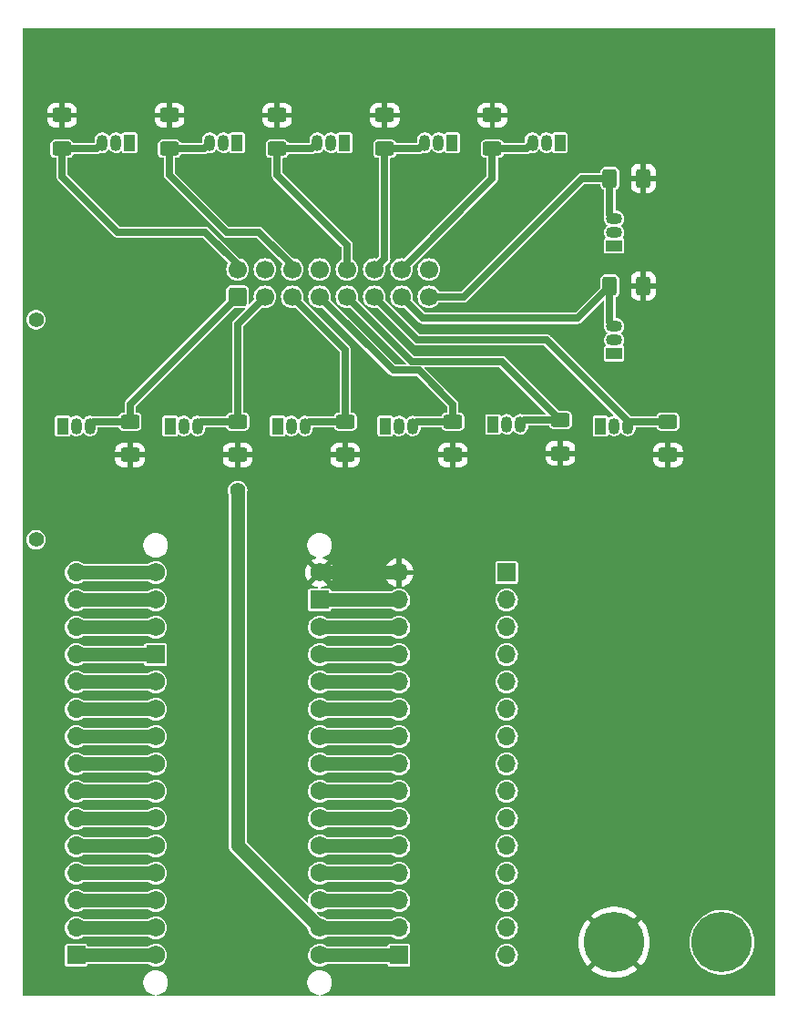
<source format=gbr>
%TF.GenerationSoftware,KiCad,Pcbnew,7.0.6*%
%TF.CreationDate,2023-12-03T11:12:56+09:00*%
%TF.ProjectId,skku-bus,736b6b75-2d62-4757-932e-6b696361645f,rev?*%
%TF.SameCoordinates,Original*%
%TF.FileFunction,Copper,L1,Top*%
%TF.FilePolarity,Positive*%
%FSLAX46Y46*%
G04 Gerber Fmt 4.6, Leading zero omitted, Abs format (unit mm)*
G04 Created by KiCad (PCBNEW 7.0.6) date 2023-12-03 11:12:56*
%MOMM*%
%LPD*%
G01*
G04 APERTURE LIST*
G04 Aperture macros list*
%AMRoundRect*
0 Rectangle with rounded corners*
0 $1 Rounding radius*
0 $2 $3 $4 $5 $6 $7 $8 $9 X,Y pos of 4 corners*
0 Add a 4 corners polygon primitive as box body*
4,1,4,$2,$3,$4,$5,$6,$7,$8,$9,$2,$3,0*
0 Add four circle primitives for the rounded corners*
1,1,$1+$1,$2,$3*
1,1,$1+$1,$4,$5*
1,1,$1+$1,$6,$7*
1,1,$1+$1,$8,$9*
0 Add four rect primitives between the rounded corners*
20,1,$1+$1,$2,$3,$4,$5,0*
20,1,$1+$1,$4,$5,$6,$7,0*
20,1,$1+$1,$6,$7,$8,$9,0*
20,1,$1+$1,$8,$9,$2,$3,0*%
G04 Aperture macros list end*
%TA.AperFunction,ComponentPad*%
%ADD10O,1.700000X1.700000*%
%TD*%
%TA.AperFunction,ComponentPad*%
%ADD11R,1.700000X1.700000*%
%TD*%
%TA.AperFunction,SMDPad,CuDef*%
%ADD12RoundRect,0.250000X-0.625000X0.400000X-0.625000X-0.400000X0.625000X-0.400000X0.625000X0.400000X0*%
%TD*%
%TA.AperFunction,SMDPad,CuDef*%
%ADD13RoundRect,0.250000X0.625000X-0.400000X0.625000X0.400000X-0.625000X0.400000X-0.625000X-0.400000X0*%
%TD*%
%TA.AperFunction,SMDPad,CuDef*%
%ADD14RoundRect,0.250000X0.400000X0.625000X-0.400000X0.625000X-0.400000X-0.625000X0.400000X-0.625000X0*%
%TD*%
%TA.AperFunction,ComponentPad*%
%ADD15O,1.050000X1.500000*%
%TD*%
%TA.AperFunction,ComponentPad*%
%ADD16R,1.050000X1.500000*%
%TD*%
%TA.AperFunction,ComponentPad*%
%ADD17R,1.500000X1.050000*%
%TD*%
%TA.AperFunction,ComponentPad*%
%ADD18O,1.500000X1.050000*%
%TD*%
%TA.AperFunction,ComponentPad*%
%ADD19RoundRect,0.250000X0.600000X-0.600000X0.600000X0.600000X-0.600000X0.600000X-0.600000X-0.600000X0*%
%TD*%
%TA.AperFunction,ComponentPad*%
%ADD20C,1.700000*%
%TD*%
%TA.AperFunction,ComponentPad*%
%ADD21C,3.600000*%
%TD*%
%TA.AperFunction,ConnectorPad*%
%ADD22C,5.600000*%
%TD*%
%TA.AperFunction,ComponentPad*%
%ADD23C,1.727200*%
%TD*%
%TA.AperFunction,ComponentPad*%
%ADD24R,1.727200X1.727200*%
%TD*%
%TA.AperFunction,ViaPad*%
%ADD25C,1.400000*%
%TD*%
%TA.AperFunction,Conductor*%
%ADD26C,0.635000*%
%TD*%
%TA.AperFunction,Conductor*%
%ADD27C,1.270000*%
%TD*%
G04 APERTURE END LIST*
D10*
%TO.P,J4,15,Pin_15*%
%TO.N,GND*%
X125000000Y-146190000D03*
%TO.P,J4,14,Pin_14*%
X125000000Y-143650000D03*
%TO.P,J4,13,Pin_13*%
%TO.N,/G1_L*%
X125000000Y-141110000D03*
%TO.P,J4,12,Pin_12*%
%TO.N,/G2_L*%
X125000000Y-138570000D03*
%TO.P,J4,11,Pin_11*%
%TO.N,/B_L*%
X125000000Y-136030000D03*
%TO.P,J4,10,Pin_10*%
%TO.N,/D_L*%
X125000000Y-133490000D03*
%TO.P,J4,9,Pin_9*%
%TO.N,/LAT_L*%
X125000000Y-130950000D03*
%TO.P,J4,8,Pin_8*%
%TO.N,/OE_L*%
X125000000Y-128410000D03*
%TO.P,J4,7,Pin_7*%
%TO.N,/CLK_L*%
X125000000Y-125870000D03*
%TO.P,J4,6,Pin_6*%
%TO.N,/C_L*%
X125000000Y-123330000D03*
%TO.P,J4,5,Pin_5*%
%TO.N,/A_L*%
X125000000Y-120790000D03*
%TO.P,J4,4,Pin_4*%
%TO.N,/R1_L*%
X125000000Y-118250000D03*
%TO.P,J4,3,Pin_3*%
%TO.N,/B1_L*%
X125000000Y-115710000D03*
%TO.P,J4,2,Pin_2*%
%TO.N,/R2_L*%
X125000000Y-113170000D03*
D11*
%TO.P,J4,1,Pin_1*%
%TO.N,/B2_L*%
X125000000Y-110630000D03*
%TD*%
D12*
%TO.P,R26,1*%
%TO.N,+5V*%
X113676956Y-68126956D03*
%TO.P,R26,2*%
%TO.N,/D*%
X113676956Y-71226956D03*
%TD*%
%TO.P,R24,2*%
%TO.N,/B*%
X103676956Y-71226956D03*
%TO.P,R24,1*%
%TO.N,+5V*%
X103676956Y-68126956D03*
%TD*%
D13*
%TO.P,R22,1*%
%TO.N,+5V*%
X130000000Y-99550000D03*
%TO.P,R22,2*%
%TO.N,/A*%
X130000000Y-96450000D03*
%TD*%
%TO.P,R20,1*%
%TO.N,+5V*%
X140000000Y-99700000D03*
%TO.P,R20,2*%
%TO.N,/C*%
X140000000Y-96600000D03*
%TD*%
D12*
%TO.P,R18,2*%
%TO.N,/LAT*%
X123676956Y-71226956D03*
%TO.P,R18,1*%
%TO.N,+5V*%
X123676956Y-68126956D03*
%TD*%
D14*
%TO.P,R16,1*%
%TO.N,+5V*%
X137700000Y-84000000D03*
%TO.P,R16,2*%
%TO.N,/CLK*%
X134600000Y-84000000D03*
%TD*%
%TO.P,R14,1*%
%TO.N,+5V*%
X137700000Y-74000000D03*
%TO.P,R14,2*%
%TO.N,/OE*%
X134600000Y-74000000D03*
%TD*%
D12*
%TO.P,R12,2*%
%TO.N,/G2*%
X93676956Y-71226956D03*
%TO.P,R12,1*%
%TO.N,+5V*%
X93676956Y-68126956D03*
%TD*%
D13*
%TO.P,R10,2*%
%TO.N,/R2*%
X110000000Y-96600000D03*
%TO.P,R10,1*%
%TO.N,+5V*%
X110000000Y-99700000D03*
%TD*%
%TO.P,R8,2*%
%TO.N,/B2*%
X120000000Y-96600000D03*
%TO.P,R8,1*%
%TO.N,+5V*%
X120000000Y-99700000D03*
%TD*%
%TO.P,R6,1*%
%TO.N,+5V*%
X100000000Y-99700000D03*
%TO.P,R6,2*%
%TO.N,/B1*%
X100000000Y-96600000D03*
%TD*%
%TO.P,R4,2*%
%TO.N,/R1*%
X90000000Y-96600000D03*
%TO.P,R4,1*%
%TO.N,+5V*%
X90000000Y-99700000D03*
%TD*%
D12*
%TO.P,R2,2*%
%TO.N,/G1*%
X83676956Y-71226956D03*
%TO.P,R2,1*%
%TO.N,+5V*%
X83676956Y-68126956D03*
%TD*%
D15*
%TO.P,Q13,3,D*%
%TO.N,/D*%
X117406956Y-70676956D03*
%TO.P,Q13,2,G*%
%TO.N,+3V3*%
X118676956Y-70676956D03*
D16*
%TO.P,Q13,1,S*%
%TO.N,/D_L*%
X119946956Y-70676956D03*
%TD*%
D15*
%TO.P,Q12,3,D*%
%TO.N,/B*%
X107406956Y-70676956D03*
%TO.P,Q12,2,G*%
%TO.N,+3V3*%
X108676956Y-70676956D03*
D16*
%TO.P,Q12,1,S*%
%TO.N,/B_L*%
X109946956Y-70676956D03*
%TD*%
%TO.P,Q11,1,S*%
%TO.N,/A_L*%
X123730000Y-96850000D03*
D15*
%TO.P,Q11,2,G*%
%TO.N,+3V3*%
X125000000Y-96850000D03*
%TO.P,Q11,3,D*%
%TO.N,/A*%
X126270000Y-96850000D03*
%TD*%
D16*
%TO.P,Q10,1,S*%
%TO.N,/C_L*%
X133730000Y-97000000D03*
D15*
%TO.P,Q10,2,G*%
%TO.N,+3V3*%
X135000000Y-97000000D03*
%TO.P,Q10,3,D*%
%TO.N,/C*%
X136270000Y-97000000D03*
%TD*%
%TO.P,Q9,3,D*%
%TO.N,/LAT*%
X127406956Y-70676956D03*
%TO.P,Q9,2,G*%
%TO.N,+3V3*%
X128676956Y-70676956D03*
D16*
%TO.P,Q9,1,S*%
%TO.N,/LAT_L*%
X129946956Y-70676956D03*
%TD*%
D17*
%TO.P,Q8,1,S*%
%TO.N,/CLK_L*%
X135000000Y-90270000D03*
D18*
%TO.P,Q8,2,G*%
%TO.N,+3V3*%
X135000000Y-89000000D03*
%TO.P,Q8,3,D*%
%TO.N,/CLK*%
X135000000Y-87730000D03*
%TD*%
D17*
%TO.P,Q7,1,S*%
%TO.N,/OE_L*%
X135000000Y-80270000D03*
D18*
%TO.P,Q7,2,G*%
%TO.N,+3V3*%
X135000000Y-79000000D03*
%TO.P,Q7,3,D*%
%TO.N,/OE*%
X135000000Y-77730000D03*
%TD*%
D16*
%TO.P,Q6,1,S*%
%TO.N,/G2_L*%
X99946956Y-70676956D03*
D15*
%TO.P,Q6,2,G*%
%TO.N,+3V3*%
X98676956Y-70676956D03*
%TO.P,Q6,3,D*%
%TO.N,/G2*%
X97406956Y-70676956D03*
%TD*%
%TO.P,Q5,3,D*%
%TO.N,/R2*%
X106270000Y-97000000D03*
%TO.P,Q5,2,G*%
%TO.N,+3V3*%
X105000000Y-97000000D03*
D16*
%TO.P,Q5,1,S*%
%TO.N,/R2_L*%
X103730000Y-97000000D03*
%TD*%
%TO.P,Q4,1,S*%
%TO.N,/B2_L*%
X113730000Y-97000000D03*
D15*
%TO.P,Q4,2,G*%
%TO.N,+3V3*%
X115000000Y-97000000D03*
%TO.P,Q4,3,D*%
%TO.N,/B2*%
X116270000Y-97000000D03*
%TD*%
D16*
%TO.P,Q3,1,S*%
%TO.N,/B1_L*%
X93730000Y-97000000D03*
D15*
%TO.P,Q3,2,G*%
%TO.N,+3V3*%
X95000000Y-97000000D03*
%TO.P,Q3,3,D*%
%TO.N,/B1*%
X96270000Y-97000000D03*
%TD*%
%TO.P,Q2,3,D*%
%TO.N,/R1*%
X86270000Y-97000000D03*
%TO.P,Q2,2,G*%
%TO.N,+3V3*%
X85000000Y-97000000D03*
D16*
%TO.P,Q2,1,S*%
%TO.N,/R1_L*%
X83730000Y-97000000D03*
%TD*%
%TO.P,Q1,1,S*%
%TO.N,/G1_L*%
X89946956Y-70676956D03*
D15*
%TO.P,Q1,2,G*%
%TO.N,+3V3*%
X88676956Y-70676956D03*
%TO.P,Q1,3,D*%
%TO.N,/G1*%
X87406956Y-70676956D03*
%TD*%
D11*
%TO.P,J3,1,Pin_1*%
%TO.N,/D12*%
X85000000Y-146190000D03*
D10*
%TO.P,J3,2,Pin_2*%
%TO.N,/D11*%
X85000000Y-143650000D03*
%TO.P,J3,3,Pin_3*%
%TO.N,/D10*%
X85000000Y-141110000D03*
%TO.P,J3,4,Pin_4*%
%TO.N,/D9*%
X85000000Y-138570000D03*
%TO.P,J3,5,Pin_5*%
%TO.N,/D8*%
X85000000Y-136030000D03*
%TO.P,J3,6,Pin_6*%
%TO.N,/D7*%
X85000000Y-133490000D03*
%TO.P,J3,7,Pin_7*%
%TO.N,/D6*%
X85000000Y-130950000D03*
%TO.P,J3,8,Pin_8*%
%TO.N,/D5*%
X85000000Y-128410000D03*
%TO.P,J3,9,Pin_9*%
%TO.N,/D4*%
X85000000Y-125870000D03*
%TO.P,J3,10,Pin_10*%
%TO.N,/D3*%
X85000000Y-123330000D03*
%TO.P,J3,11,Pin_11*%
%TO.N,/D2*%
X85000000Y-120790000D03*
%TO.P,J3,12,Pin_12*%
%TO.N,GND*%
X85000000Y-118250000D03*
%TO.P,J3,13,Pin_13*%
%TO.N,/RST1*%
X85000000Y-115710000D03*
%TO.P,J3,14,Pin_14*%
%TO.N,/D0*%
X85000000Y-113170000D03*
%TO.P,J3,15,Pin_15*%
%TO.N,/D1*%
X85000000Y-110630000D03*
%TD*%
D11*
%TO.P,J2,1,Pin_1*%
%TO.N,/D13*%
X115000000Y-146190000D03*
D10*
%TO.P,J2,2,Pin_2*%
%TO.N,+3V3*%
X115000000Y-143650000D03*
%TO.P,J2,3,Pin_3*%
%TO.N,/AREF*%
X115000000Y-141110000D03*
%TO.P,J2,4,Pin_4*%
%TO.N,/A0*%
X115000000Y-138570000D03*
%TO.P,J2,5,Pin_5*%
%TO.N,/A1*%
X115000000Y-136030000D03*
%TO.P,J2,6,Pin_6*%
%TO.N,/A2*%
X115000000Y-133490000D03*
%TO.P,J2,7,Pin_7*%
%TO.N,/A3*%
X115000000Y-130950000D03*
%TO.P,J2,8,Pin_8*%
%TO.N,/A4*%
X115000000Y-128410000D03*
%TO.P,J2,9,Pin_9*%
%TO.N,/A5*%
X115000000Y-125870000D03*
%TO.P,J2,10,Pin_10*%
%TO.N,/A6*%
X115000000Y-123330000D03*
%TO.P,J2,11,Pin_11*%
%TO.N,/A7*%
X115000000Y-120790000D03*
%TO.P,J2,12,Pin_12*%
%TO.N,/VUSB*%
X115000000Y-118250000D03*
%TO.P,J2,13,Pin_13*%
%TO.N,/RST2*%
X115000000Y-115710000D03*
%TO.P,J2,14,Pin_14*%
%TO.N,GND*%
X115000000Y-113170000D03*
%TO.P,J2,15,Pin_15*%
%TO.N,+5V*%
X115000000Y-110630000D03*
%TD*%
D19*
%TO.P,J1,1,Pin_1*%
%TO.N,/R1*%
X100000000Y-85000000D03*
D20*
%TO.P,J1,2,Pin_2*%
%TO.N,/G1*%
X100000000Y-82460000D03*
%TO.P,J1,3,Pin_3*%
%TO.N,/B1*%
X102540000Y-85000000D03*
%TO.P,J1,4,Pin_4*%
%TO.N,GND*%
X102540000Y-82460000D03*
%TO.P,J1,5,Pin_5*%
%TO.N,/R2*%
X105080000Y-85000000D03*
%TO.P,J1,6,Pin_6*%
%TO.N,/G2*%
X105080000Y-82460000D03*
%TO.P,J1,7,Pin_7*%
%TO.N,/B2*%
X107620000Y-85000000D03*
%TO.P,J1,8,Pin_8*%
%TO.N,GND*%
X107620000Y-82460000D03*
%TO.P,J1,9,Pin_9*%
%TO.N,/A*%
X110160000Y-85000000D03*
%TO.P,J1,10,Pin_10*%
%TO.N,/B*%
X110160000Y-82460000D03*
%TO.P,J1,11,Pin_11*%
%TO.N,/C*%
X112700000Y-85000000D03*
%TO.P,J1,12,Pin_12*%
%TO.N,/D*%
X112700000Y-82460000D03*
%TO.P,J1,13,Pin_13*%
%TO.N,/CLK*%
X115240000Y-85000000D03*
%TO.P,J1,14,Pin_14*%
%TO.N,/LAT*%
X115240000Y-82460000D03*
%TO.P,J1,15,Pin_15*%
%TO.N,/OE*%
X117780000Y-85000000D03*
%TO.P,J1,16,Pin_16*%
%TO.N,GND*%
X117780000Y-82460000D03*
%TD*%
D21*
%TO.P,H2,1,1*%
%TO.N,GND*%
X145000000Y-145000000D03*
D22*
X145000000Y-145000000D03*
%TD*%
D21*
%TO.P,H1,1,1*%
%TO.N,+5V*%
X135000000Y-145000000D03*
D22*
X135000000Y-145000000D03*
%TD*%
D23*
%TO.P,A1,3V3,3.3V*%
%TO.N,+3V3*%
X107620000Y-143650000D03*
%TO.P,A1,5V,5V*%
%TO.N,unconnected-(A1-Pad5V)*%
X107620000Y-118250000D03*
%TO.P,A1,A0,A0*%
%TO.N,/A0*%
X107620000Y-138570000D03*
%TO.P,A1,A1,A1*%
%TO.N,/A1*%
X107620000Y-136030000D03*
%TO.P,A1,A2,A2*%
%TO.N,/A2*%
X107620000Y-133490000D03*
%TO.P,A1,A3,A3*%
%TO.N,/A3*%
X107620000Y-130950000D03*
%TO.P,A1,A4,A4/SDA*%
%TO.N,/A4*%
X107620000Y-128410000D03*
%TO.P,A1,A5,A5/SCL*%
%TO.N,/A5*%
X107620000Y-125870000D03*
%TO.P,A1,A6,A6*%
%TO.N,/A6*%
X107620000Y-123330000D03*
%TO.P,A1,A7,A7*%
%TO.N,/A7*%
X107620000Y-120790000D03*
%TO.P,A1,AREF,AREF*%
%TO.N,unconnected-(A1-PadAREF)*%
X107620000Y-141110000D03*
%TO.P,A1,D0,D0/RX*%
%TO.N,/D0*%
X92380000Y-113170000D03*
%TO.P,A1,D1,D1/TX*%
%TO.N,/D1*%
X92380000Y-110630000D03*
%TO.P,A1,D2,D2*%
%TO.N,/D2*%
X92380000Y-120790000D03*
%TO.P,A1,D3,D3*%
%TO.N,/D3*%
X92380000Y-123330000D03*
%TO.P,A1,D4,D4*%
%TO.N,/D4*%
X92380000Y-125870000D03*
%TO.P,A1,D5,D5*%
%TO.N,/D5*%
X92380000Y-128410000D03*
%TO.P,A1,D6,D6*%
%TO.N,/D6*%
X92380000Y-130950000D03*
%TO.P,A1,D7,D7*%
%TO.N,/D7*%
X92380000Y-133490000D03*
%TO.P,A1,D8,D8*%
%TO.N,/D8*%
X92380000Y-136030000D03*
%TO.P,A1,D9,D9*%
%TO.N,/D9*%
X92380000Y-138570000D03*
%TO.P,A1,D10,D10*%
%TO.N,/D10*%
X92380000Y-141110000D03*
%TO.P,A1,D11,D11_MOSI*%
%TO.N,/D11*%
X92380000Y-143650000D03*
%TO.P,A1,D12,D12_MISO*%
%TO.N,/D12*%
X92380000Y-146190000D03*
%TO.P,A1,D13,D13_SCK*%
%TO.N,/D13*%
X107620000Y-146190000D03*
D24*
%TO.P,A1,GND1,GND*%
%TO.N,GND*%
X92380000Y-118250000D03*
%TO.P,A1,GND2,GND*%
X107620000Y-113170000D03*
D23*
%TO.P,A1,RST1,RESET*%
%TO.N,/RST1*%
X92380000Y-115710000D03*
%TO.P,A1,RST2,REC*%
%TO.N,/RST2*%
X107620000Y-115710000D03*
%TO.P,A1,VIN,VIN*%
%TO.N,+5V*%
X107620000Y-110630000D03*
%TD*%
D25*
%TO.N,GND*%
X81270000Y-107582000D03*
X81270000Y-87135000D03*
%TO.N,+3V3*%
X100000000Y-103000000D03*
%TD*%
D26*
%TO.N,/B*%
X110160000Y-80160000D02*
X110160000Y-82460000D01*
X103676956Y-73676956D02*
X110160000Y-80160000D01*
X103676956Y-71226956D02*
X103676956Y-73676956D01*
D27*
%TO.N,+3V3*%
X100000000Y-136030000D02*
X100000000Y-103000000D01*
X107620000Y-143650000D02*
X100000000Y-136030000D01*
%TO.N,/VUSB*%
X107620000Y-118250000D02*
X115000000Y-118250000D01*
%TO.N,+5V*%
X115000000Y-110630000D02*
X107620000Y-110630000D01*
%TO.N,GND*%
X107620000Y-113170000D02*
X115000000Y-113170000D01*
%TO.N,/RST2*%
X115000000Y-115710000D02*
X107620000Y-115710000D01*
%TO.N,/A7*%
X107620000Y-120790000D02*
X115000000Y-120790000D01*
%TO.N,/A6*%
X107620000Y-123330000D02*
X115000000Y-123330000D01*
%TO.N,/A5*%
X115000000Y-125870000D02*
X107620000Y-125870000D01*
%TO.N,/A4*%
X107620000Y-128410000D02*
X115000000Y-128410000D01*
%TO.N,/A3*%
X115000000Y-130950000D02*
X107620000Y-130950000D01*
%TO.N,/A2*%
X107620000Y-133490000D02*
X115000000Y-133490000D01*
%TO.N,/A1*%
X107620000Y-136030000D02*
X115000000Y-136030000D01*
%TO.N,/A0*%
X107620000Y-138570000D02*
X115000000Y-138570000D01*
%TO.N,/AREF*%
X107620000Y-141110000D02*
X115000000Y-141110000D01*
%TO.N,+3V3*%
X115000000Y-143650000D02*
X107620000Y-143650000D01*
%TO.N,/D13*%
X107620000Y-146190000D02*
X115000000Y-146190000D01*
%TO.N,/D12*%
X92380000Y-146190000D02*
X85000000Y-146190000D01*
%TO.N,/D11*%
X85000000Y-143650000D02*
X92380000Y-143650000D01*
%TO.N,/D10*%
X92380000Y-141110000D02*
X85000000Y-141110000D01*
%TO.N,/D9*%
X85000000Y-138570000D02*
X92380000Y-138570000D01*
%TO.N,/D8*%
X92380000Y-136030000D02*
X85000000Y-136030000D01*
%TO.N,/D7*%
X85000000Y-133490000D02*
X92380000Y-133490000D01*
%TO.N,/D6*%
X92380000Y-130950000D02*
X85000000Y-130950000D01*
%TO.N,/D5*%
X85000000Y-128410000D02*
X92380000Y-128410000D01*
%TO.N,/D4*%
X85000000Y-125870000D02*
X92380000Y-125870000D01*
%TO.N,/D3*%
X92380000Y-123330000D02*
X85000000Y-123330000D01*
%TO.N,/D2*%
X85000000Y-120790000D02*
X92380000Y-120790000D01*
%TO.N,GND*%
X92380000Y-118250000D02*
X85000000Y-118250000D01*
%TO.N,/RST1*%
X85000000Y-115710000D02*
X92380000Y-115710000D01*
%TO.N,/D0*%
X92380000Y-113170000D02*
X85000000Y-113170000D01*
%TO.N,/D1*%
X85000000Y-110630000D02*
X92380000Y-110630000D01*
D26*
%TO.N,/B1*%
X100000000Y-87540000D02*
X102540000Y-85000000D01*
X100000000Y-96600000D02*
X100000000Y-87540000D01*
%TO.N,/R1*%
X90000000Y-95000000D02*
X100000000Y-85000000D01*
X90000000Y-96600000D02*
X90000000Y-95000000D01*
%TO.N,/R2*%
X110000000Y-89920000D02*
X105080000Y-85000000D01*
X110000000Y-96600000D02*
X110000000Y-89920000D01*
%TO.N,/B2*%
X114455000Y-91835000D02*
X107620000Y-85000000D01*
X120000000Y-95000000D02*
X116835000Y-91835000D01*
X120000000Y-96600000D02*
X120000000Y-95000000D01*
X116835000Y-91835000D02*
X114455000Y-91835000D01*
%TO.N,/A*%
X116160000Y-91000000D02*
X110160000Y-85000000D01*
X130000000Y-96450000D02*
X124550000Y-91000000D01*
X124550000Y-91000000D02*
X116160000Y-91000000D01*
%TO.N,/C*%
X128699318Y-89000000D02*
X116700000Y-89000000D01*
X116700000Y-89000000D02*
X112700000Y-85000000D01*
X140000000Y-96600000D02*
X136299318Y-96600000D01*
X136299318Y-96600000D02*
X128699318Y-89000000D01*
%TO.N,/CLK*%
X117240000Y-87000000D02*
X115240000Y-85000000D01*
X131600000Y-87000000D02*
X117240000Y-87000000D01*
X134600000Y-84000000D02*
X131600000Y-87000000D01*
%TO.N,/OE*%
X132000000Y-74000000D02*
X134600000Y-74000000D01*
X121000000Y-85000000D02*
X132000000Y-74000000D01*
X117780000Y-85000000D02*
X121000000Y-85000000D01*
%TO.N,/LAT*%
X123676956Y-74023044D02*
X123676956Y-71226956D01*
X115240000Y-82460000D02*
X123676956Y-74023044D01*
%TO.N,/G1*%
X100000000Y-82000000D02*
X100000000Y-82460000D01*
X97000000Y-79000000D02*
X100000000Y-82000000D01*
X83676956Y-73814456D02*
X88862500Y-79000000D01*
X83676956Y-71226956D02*
X83676956Y-73814456D01*
X88862500Y-79000000D02*
X97000000Y-79000000D01*
%TO.N,/G2*%
X99000000Y-79000000D02*
X102000000Y-79000000D01*
X102000000Y-79000000D02*
X105080000Y-82080000D01*
X105080000Y-82080000D02*
X105080000Y-82460000D01*
X93676956Y-71226956D02*
X93676956Y-73676956D01*
X93676956Y-73676956D02*
X99000000Y-79000000D01*
%TO.N,/D*%
X113676956Y-81483044D02*
X112700000Y-82460000D01*
X113676956Y-71226956D02*
X113676956Y-81483044D01*
%TO.N,/G1*%
X86856956Y-71226956D02*
X87406956Y-70676956D01*
X83676956Y-71226956D02*
X86856956Y-71226956D01*
%TO.N,/G2*%
X96856956Y-71226956D02*
X97406956Y-70676956D01*
X93676956Y-71226956D02*
X96856956Y-71226956D01*
%TO.N,/B*%
X106856956Y-71226956D02*
X107406956Y-70676956D01*
X103676956Y-71226956D02*
X106856956Y-71226956D01*
%TO.N,/D*%
X116856956Y-71226956D02*
X117406956Y-70676956D01*
X113676956Y-71226956D02*
X116856956Y-71226956D01*
%TO.N,/LAT*%
X126856956Y-71226956D02*
X127406956Y-70676956D01*
X123676956Y-71226956D02*
X126856956Y-71226956D01*
%TO.N,/OE*%
X134600000Y-77330000D02*
X135000000Y-77730000D01*
X134600000Y-74000000D02*
X134600000Y-77330000D01*
%TO.N,/CLK*%
X134600000Y-87330000D02*
X135000000Y-87730000D01*
X134600000Y-84000000D02*
X134600000Y-87330000D01*
%TO.N,/C*%
X136670000Y-96600000D02*
X136270000Y-97000000D01*
X140000000Y-96600000D02*
X136670000Y-96600000D01*
%TO.N,/A*%
X126670000Y-96450000D02*
X126270000Y-96850000D01*
X130000000Y-96450000D02*
X126670000Y-96450000D01*
%TO.N,/B2*%
X120000000Y-96600000D02*
X116670000Y-96600000D01*
X116670000Y-96600000D02*
X116270000Y-97000000D01*
%TO.N,/R2*%
X106670000Y-96600000D02*
X106270000Y-97000000D01*
X110000000Y-96600000D02*
X106670000Y-96600000D01*
%TO.N,/B1*%
X96670000Y-96600000D02*
X96270000Y-97000000D01*
X100000000Y-96600000D02*
X96670000Y-96600000D01*
%TO.N,/R1*%
X86670000Y-96600000D02*
X86270000Y-97000000D01*
X90000000Y-96600000D02*
X86670000Y-96600000D01*
%TD*%
%TA.AperFunction,Conductor*%
%TO.N,+5V*%
G36*
X149981194Y-60018806D02*
G01*
X149999500Y-60063000D01*
X149999500Y-149937000D01*
X149981194Y-149981194D01*
X149937000Y-149999500D01*
X107740838Y-149999500D01*
X107696644Y-149981194D01*
X107678338Y-149937000D01*
X107696644Y-149892806D01*
X107735071Y-149874767D01*
X107832302Y-149865757D01*
X107832304Y-149865756D01*
X107832310Y-149865756D01*
X108037389Y-149807405D01*
X108228255Y-149712366D01*
X108398407Y-149583872D01*
X108542052Y-149426302D01*
X108654298Y-149245019D01*
X108731321Y-149046198D01*
X108770500Y-148836610D01*
X108770500Y-148623390D01*
X108731321Y-148413802D01*
X108654298Y-148214981D01*
X108654297Y-148214978D01*
X108654296Y-148214977D01*
X108542051Y-148033696D01*
X108474795Y-147959921D01*
X108398407Y-147876128D01*
X108228255Y-147747634D01*
X108228252Y-147747632D01*
X108228250Y-147747631D01*
X108037391Y-147652596D01*
X108037389Y-147652595D01*
X107968590Y-147633019D01*
X107832313Y-147594244D01*
X107832302Y-147594242D01*
X107673212Y-147579500D01*
X107673194Y-147579500D01*
X107566806Y-147579500D01*
X107566787Y-147579500D01*
X107407697Y-147594242D01*
X107407686Y-147594244D01*
X107225982Y-147645944D01*
X107202611Y-147652595D01*
X107202610Y-147652595D01*
X107202608Y-147652596D01*
X107011749Y-147747631D01*
X107011745Y-147747634D01*
X106841597Y-147876124D01*
X106841595Y-147876126D01*
X106697948Y-148033696D01*
X106585703Y-148214977D01*
X106585702Y-148214978D01*
X106508678Y-148413805D01*
X106469500Y-148623385D01*
X106469500Y-148836614D01*
X106508678Y-149046194D01*
X106508679Y-149046198D01*
X106540641Y-149128703D01*
X106585702Y-149245021D01*
X106585703Y-149245022D01*
X106697948Y-149426303D01*
X106763424Y-149498125D01*
X106841593Y-149583872D01*
X107011745Y-149712366D01*
X107202611Y-149807405D01*
X107407690Y-149865756D01*
X107407693Y-149865756D01*
X107407697Y-149865757D01*
X107504929Y-149874767D01*
X107547245Y-149897072D01*
X107561395Y-149942767D01*
X107539090Y-149985083D01*
X107499162Y-149999500D01*
X92500838Y-149999500D01*
X92456644Y-149981194D01*
X92438338Y-149937000D01*
X92456644Y-149892806D01*
X92495071Y-149874767D01*
X92592302Y-149865757D01*
X92592304Y-149865756D01*
X92592310Y-149865756D01*
X92797389Y-149807405D01*
X92988255Y-149712366D01*
X93158407Y-149583872D01*
X93302052Y-149426302D01*
X93414298Y-149245019D01*
X93491321Y-149046198D01*
X93530500Y-148836610D01*
X93530500Y-148623390D01*
X93491321Y-148413802D01*
X93414298Y-148214981D01*
X93414297Y-148214978D01*
X93414296Y-148214977D01*
X93302051Y-148033696D01*
X93234795Y-147959921D01*
X93158407Y-147876128D01*
X92988255Y-147747634D01*
X92988252Y-147747632D01*
X92988250Y-147747631D01*
X92797391Y-147652596D01*
X92797389Y-147652595D01*
X92728590Y-147633019D01*
X92592313Y-147594244D01*
X92592302Y-147594242D01*
X92433212Y-147579500D01*
X92433194Y-147579500D01*
X92326806Y-147579500D01*
X92326787Y-147579500D01*
X92167697Y-147594242D01*
X92167686Y-147594244D01*
X91985982Y-147645944D01*
X91962611Y-147652595D01*
X91962610Y-147652595D01*
X91962608Y-147652596D01*
X91771749Y-147747631D01*
X91771745Y-147747634D01*
X91601597Y-147876124D01*
X91601595Y-147876126D01*
X91457948Y-148033696D01*
X91345703Y-148214977D01*
X91345702Y-148214978D01*
X91268678Y-148413805D01*
X91229500Y-148623385D01*
X91229500Y-148836614D01*
X91268678Y-149046194D01*
X91268679Y-149046198D01*
X91300641Y-149128703D01*
X91345702Y-149245021D01*
X91345703Y-149245022D01*
X91457948Y-149426303D01*
X91523424Y-149498125D01*
X91601593Y-149583872D01*
X91771745Y-149712366D01*
X91962611Y-149807405D01*
X92167690Y-149865756D01*
X92167693Y-149865756D01*
X92167697Y-149865757D01*
X92264929Y-149874767D01*
X92307245Y-149897072D01*
X92321395Y-149942767D01*
X92299090Y-149985083D01*
X92259162Y-149999500D01*
X80063000Y-149999500D01*
X80018806Y-149981194D01*
X80000500Y-149937000D01*
X80000500Y-147059748D01*
X83949500Y-147059748D01*
X83961132Y-147118230D01*
X83961133Y-147118232D01*
X84005447Y-147184552D01*
X84071767Y-147228866D01*
X84071769Y-147228867D01*
X84130252Y-147240500D01*
X85869748Y-147240500D01*
X85928231Y-147228867D01*
X85994552Y-147184552D01*
X86038867Y-147118231D01*
X86047305Y-147075806D01*
X86073882Y-147036033D01*
X86108605Y-147025500D01*
X91698346Y-147025500D01*
X91737995Y-147039686D01*
X91785957Y-147079048D01*
X91785959Y-147079049D01*
X91785962Y-147079051D01*
X91834061Y-147104760D01*
X91970816Y-147177857D01*
X92171400Y-147238704D01*
X92241245Y-147245583D01*
X92379999Y-147259249D01*
X92379999Y-147259248D01*
X92380000Y-147259249D01*
X92588600Y-147238704D01*
X92789184Y-147177857D01*
X92974043Y-147079048D01*
X93136073Y-146946073D01*
X93269048Y-146784043D01*
X93367857Y-146599184D01*
X93428704Y-146398600D01*
X93449249Y-146190000D01*
X106550751Y-146190000D01*
X106571295Y-146398598D01*
X106571296Y-146398600D01*
X106632143Y-146599184D01*
X106668691Y-146667561D01*
X106730948Y-146784037D01*
X106730952Y-146784043D01*
X106863927Y-146946073D01*
X107025957Y-147079048D01*
X107025959Y-147079049D01*
X107025962Y-147079051D01*
X107074061Y-147104760D01*
X107210816Y-147177857D01*
X107411400Y-147238704D01*
X107620000Y-147259249D01*
X107828600Y-147238704D01*
X108029184Y-147177857D01*
X108214043Y-147079048D01*
X108262004Y-147039686D01*
X108301654Y-147025500D01*
X113891395Y-147025500D01*
X113935589Y-147043806D01*
X113952694Y-147075806D01*
X113961133Y-147118231D01*
X113961133Y-147118232D01*
X114005447Y-147184552D01*
X114071767Y-147228866D01*
X114071769Y-147228867D01*
X114130252Y-147240500D01*
X115869748Y-147240500D01*
X115928231Y-147228867D01*
X115994552Y-147184552D01*
X116038867Y-147118231D01*
X116050500Y-147059748D01*
X116050500Y-146190000D01*
X123944417Y-146190000D01*
X123964699Y-146395930D01*
X123964700Y-146395935D01*
X124024766Y-146593949D01*
X124024768Y-146593954D01*
X124122311Y-146776444D01*
X124122319Y-146776455D01*
X124249934Y-146931956D01*
X124253590Y-146936410D01*
X124413550Y-147067685D01*
X124413553Y-147067686D01*
X124413555Y-147067688D01*
X124434808Y-147079048D01*
X124596046Y-147165232D01*
X124794066Y-147225300D01*
X125000000Y-147245583D01*
X125205934Y-147225300D01*
X125403954Y-147165232D01*
X125586450Y-147067685D01*
X125746410Y-146936410D01*
X125877685Y-146776450D01*
X125975232Y-146593954D01*
X126035300Y-146395934D01*
X126055583Y-146190000D01*
X126035300Y-145984066D01*
X125975232Y-145786046D01*
X125877685Y-145603550D01*
X125838622Y-145555951D01*
X125746411Y-145443591D01*
X125746408Y-145443588D01*
X125586455Y-145312319D01*
X125586453Y-145312318D01*
X125586450Y-145312315D01*
X125586448Y-145312313D01*
X125586444Y-145312311D01*
X125403954Y-145214768D01*
X125403949Y-145214766D01*
X125205935Y-145154700D01*
X125205930Y-145154699D01*
X125000000Y-145134417D01*
X124794069Y-145154699D01*
X124794064Y-145154700D01*
X124596050Y-145214766D01*
X124596045Y-145214768D01*
X124413555Y-145312311D01*
X124413544Y-145312319D01*
X124253591Y-145443588D01*
X124253588Y-145443591D01*
X124122319Y-145603544D01*
X124122311Y-145603555D01*
X124024768Y-145786045D01*
X124024766Y-145786050D01*
X123964700Y-145984064D01*
X123964699Y-145984069D01*
X123944417Y-146189999D01*
X123944417Y-146190000D01*
X116050500Y-146190000D01*
X116050500Y-145320252D01*
X116038867Y-145261769D01*
X116038866Y-145261767D01*
X115994552Y-145195447D01*
X115928232Y-145151133D01*
X115928230Y-145151132D01*
X115869748Y-145139500D01*
X114130252Y-145139500D01*
X114071769Y-145151132D01*
X114071767Y-145151133D01*
X114005447Y-145195447D01*
X113961133Y-145261767D01*
X113961133Y-145261768D01*
X113952694Y-145304194D01*
X113926118Y-145343967D01*
X113891395Y-145354500D01*
X108301654Y-145354500D01*
X108262004Y-145340313D01*
X108214043Y-145300952D01*
X108214037Y-145300948D01*
X108097561Y-145238691D01*
X108029184Y-145202143D01*
X107872787Y-145154700D01*
X107828598Y-145141295D01*
X107620000Y-145120751D01*
X107411401Y-145141295D01*
X107283194Y-145180187D01*
X107210816Y-145202143D01*
X107210814Y-145202143D01*
X107210814Y-145202144D01*
X107025962Y-145300948D01*
X107025956Y-145300952D01*
X106863927Y-145433927D01*
X106730952Y-145595956D01*
X106730948Y-145595962D01*
X106679006Y-145693141D01*
X106632143Y-145780816D01*
X106610187Y-145853194D01*
X106571295Y-145981401D01*
X106550751Y-146189999D01*
X106550751Y-146190000D01*
X93449249Y-146190000D01*
X93428704Y-145981400D01*
X93367857Y-145780816D01*
X93273107Y-145603550D01*
X93269051Y-145595962D01*
X93269047Y-145595956D01*
X93136073Y-145433927D01*
X92974043Y-145300952D01*
X92974037Y-145300948D01*
X92857561Y-145238691D01*
X92789184Y-145202143D01*
X92632787Y-145154700D01*
X92588598Y-145141295D01*
X92380000Y-145120751D01*
X92171401Y-145141295D01*
X92043194Y-145180187D01*
X91970816Y-145202143D01*
X91970814Y-145202143D01*
X91970814Y-145202144D01*
X91785962Y-145300948D01*
X91785956Y-145300952D01*
X91737996Y-145340313D01*
X91698346Y-145354500D01*
X86108605Y-145354500D01*
X86064411Y-145336194D01*
X86047306Y-145304194D01*
X86046073Y-145297998D01*
X86038867Y-145261769D01*
X86038866Y-145261767D01*
X85994552Y-145195447D01*
X85928232Y-145151133D01*
X85928230Y-145151132D01*
X85869748Y-145139500D01*
X84130252Y-145139500D01*
X84071769Y-145151132D01*
X84071767Y-145151133D01*
X84005447Y-145195447D01*
X83961133Y-145261767D01*
X83961132Y-145261769D01*
X83949500Y-145320251D01*
X83949500Y-147059748D01*
X80000500Y-147059748D01*
X80000500Y-145000005D01*
X131695153Y-145000005D01*
X131714525Y-145357312D01*
X131714525Y-145357314D01*
X131772417Y-145710443D01*
X131868151Y-146055245D01*
X131868152Y-146055246D01*
X132000605Y-146387676D01*
X132000609Y-146387684D01*
X132168220Y-146703831D01*
X132168227Y-146703842D01*
X132369027Y-146999998D01*
X132369030Y-147000003D01*
X132496442Y-147150004D01*
X133702266Y-145944179D01*
X133865130Y-146134870D01*
X134055818Y-146297732D01*
X132847255Y-147506295D01*
X132860486Y-147518828D01*
X133145362Y-147735386D01*
X133451990Y-147919875D01*
X133776764Y-148070131D01*
X134115848Y-148184381D01*
X134115859Y-148184384D01*
X134465336Y-148261311D01*
X134821075Y-148299999D01*
X134821083Y-148300000D01*
X135178917Y-148300000D01*
X135178924Y-148299999D01*
X135534663Y-148261311D01*
X135884140Y-148184384D01*
X135884151Y-148184381D01*
X136223235Y-148070131D01*
X136548009Y-147919875D01*
X136854637Y-147735385D01*
X137139507Y-147518833D01*
X137139511Y-147518830D01*
X137152742Y-147506295D01*
X135944180Y-146297733D01*
X136134870Y-146134870D01*
X136297733Y-145944181D01*
X137503556Y-147150004D01*
X137630969Y-147000003D01*
X137630972Y-146999998D01*
X137831772Y-146703842D01*
X137831779Y-146703831D01*
X137999390Y-146387684D01*
X137999394Y-146387676D01*
X138131847Y-146055246D01*
X138131848Y-146055245D01*
X138227582Y-145710443D01*
X138285474Y-145357314D01*
X138285474Y-145357312D01*
X138304847Y-145000005D01*
X138304847Y-145000004D01*
X141994415Y-145000004D01*
X142014736Y-145348911D01*
X142014736Y-145348915D01*
X142014737Y-145348926D01*
X142014738Y-145348927D01*
X142016216Y-145357312D01*
X142075432Y-145693141D01*
X142175672Y-146027968D01*
X142175675Y-146027974D01*
X142314108Y-146348899D01*
X142488874Y-146651603D01*
X142697582Y-146931945D01*
X142697588Y-146931953D01*
X142697591Y-146931956D01*
X142917676Y-147165233D01*
X142937442Y-147186183D01*
X143205189Y-147410849D01*
X143497207Y-147602913D01*
X143809549Y-147759777D01*
X144137989Y-147879319D01*
X144137997Y-147879320D01*
X144138004Y-147879323D01*
X144309109Y-147919875D01*
X144478086Y-147959923D01*
X144626431Y-147977262D01*
X144825225Y-148000499D01*
X144825241Y-148000500D01*
X145174759Y-148000500D01*
X145174774Y-148000499D01*
X145346863Y-147980383D01*
X145521914Y-147959923D01*
X145733164Y-147909856D01*
X145861995Y-147879323D01*
X145861998Y-147879322D01*
X145862011Y-147879319D01*
X146190451Y-147759777D01*
X146502793Y-147602913D01*
X146794811Y-147410849D01*
X147062558Y-147186183D01*
X147302412Y-146931953D01*
X147511130Y-146651596D01*
X147685889Y-146348904D01*
X147824326Y-146027971D01*
X147924569Y-145693136D01*
X147985262Y-145348927D01*
X147987394Y-145312319D01*
X148005585Y-145000004D01*
X148005585Y-144999995D01*
X147985263Y-144651088D01*
X147985263Y-144651084D01*
X147985262Y-144651080D01*
X147985262Y-144651073D01*
X147924569Y-144306864D01*
X147850419Y-144059185D01*
X147824327Y-143972031D01*
X147824324Y-143972025D01*
X147812560Y-143944754D01*
X147732342Y-143758785D01*
X147685891Y-143651100D01*
X147685256Y-143650000D01*
X147511130Y-143348404D01*
X147511128Y-143348401D01*
X147511125Y-143348396D01*
X147302417Y-143068054D01*
X147302412Y-143068047D01*
X147096689Y-142849994D01*
X147062561Y-142813820D01*
X147062557Y-142813816D01*
X146794816Y-142589155D01*
X146794814Y-142589153D01*
X146794811Y-142589151D01*
X146794804Y-142589147D01*
X146794798Y-142589142D01*
X146502791Y-142397086D01*
X146190452Y-142240223D01*
X146190447Y-142240221D01*
X145862018Y-142120683D01*
X145861995Y-142120676D01*
X145521921Y-142040078D01*
X145521916Y-142040077D01*
X145174774Y-141999500D01*
X145174759Y-141999500D01*
X144825241Y-141999500D01*
X144825225Y-141999500D01*
X144478083Y-142040077D01*
X144478078Y-142040078D01*
X144138004Y-142120676D01*
X144137981Y-142120683D01*
X143809552Y-142240221D01*
X143809547Y-142240223D01*
X143497208Y-142397086D01*
X143205201Y-142589142D01*
X143205183Y-142589155D01*
X142937442Y-142813816D01*
X142937438Y-142813820D01*
X142697591Y-143068043D01*
X142697582Y-143068054D01*
X142488874Y-143348396D01*
X142314108Y-143651100D01*
X142175675Y-143972025D01*
X142175672Y-143972031D01*
X142075432Y-144306858D01*
X142014736Y-144651084D01*
X142014736Y-144651088D01*
X141994415Y-144999995D01*
X141994415Y-145000004D01*
X138304847Y-145000004D01*
X138304847Y-144999994D01*
X138285474Y-144642687D01*
X138285474Y-144642685D01*
X138227582Y-144289556D01*
X138131848Y-143944754D01*
X138131847Y-143944753D01*
X137999394Y-143612323D01*
X137999390Y-143612315D01*
X137831779Y-143296168D01*
X137831772Y-143296157D01*
X137630972Y-143000001D01*
X137630969Y-142999996D01*
X137503556Y-142849994D01*
X136297732Y-144055818D01*
X136134870Y-143865130D01*
X135944179Y-143702266D01*
X137152743Y-142493703D01*
X137139513Y-142481171D01*
X136854637Y-142264613D01*
X136548009Y-142080124D01*
X136223235Y-141929868D01*
X135884151Y-141815618D01*
X135884140Y-141815615D01*
X135534663Y-141738688D01*
X135178924Y-141700000D01*
X134821075Y-141700000D01*
X134465336Y-141738688D01*
X134115859Y-141815615D01*
X134115848Y-141815618D01*
X133776764Y-141929868D01*
X133451990Y-142080124D01*
X133145362Y-142264614D01*
X132860491Y-142481166D01*
X132847255Y-142493703D01*
X134055818Y-143702266D01*
X133865130Y-143865130D01*
X133702267Y-144055818D01*
X132496442Y-142849994D01*
X132369030Y-142999996D01*
X132369027Y-143000001D01*
X132168227Y-143296157D01*
X132168220Y-143296168D01*
X132000609Y-143612315D01*
X132000605Y-143612323D01*
X131868152Y-143944753D01*
X131868151Y-143944754D01*
X131772417Y-144289556D01*
X131714525Y-144642685D01*
X131714525Y-144642687D01*
X131695153Y-144999994D01*
X131695153Y-145000005D01*
X80000500Y-145000005D01*
X80000500Y-143650000D01*
X83944417Y-143650000D01*
X83964699Y-143855930D01*
X83964700Y-143855935D01*
X84024766Y-144053949D01*
X84024768Y-144053954D01*
X84122311Y-144236444D01*
X84122313Y-144236448D01*
X84122315Y-144236450D01*
X84253590Y-144396410D01*
X84413550Y-144527685D01*
X84413553Y-144527686D01*
X84413555Y-144527688D01*
X84434808Y-144539048D01*
X84596046Y-144625232D01*
X84794066Y-144685300D01*
X85000000Y-144705583D01*
X85205934Y-144685300D01*
X85403954Y-144625232D01*
X85586450Y-144527685D01*
X85620566Y-144499686D01*
X85660215Y-144485500D01*
X91698346Y-144485500D01*
X91737995Y-144499686D01*
X91785957Y-144539048D01*
X91785959Y-144539049D01*
X91785962Y-144539051D01*
X91834061Y-144564760D01*
X91970816Y-144637857D01*
X92171400Y-144698704D01*
X92241245Y-144705583D01*
X92379999Y-144719249D01*
X92379999Y-144719248D01*
X92380000Y-144719249D01*
X92588600Y-144698704D01*
X92789184Y-144637857D01*
X92974043Y-144539048D01*
X93136073Y-144406073D01*
X93269048Y-144244043D01*
X93367857Y-144059184D01*
X93428704Y-143858600D01*
X93449249Y-143650000D01*
X93428704Y-143441400D01*
X93367857Y-143240816D01*
X93273107Y-143063550D01*
X93269051Y-143055962D01*
X93269047Y-143055956D01*
X93136073Y-142893927D01*
X92974043Y-142760952D01*
X92974037Y-142760948D01*
X92857561Y-142698691D01*
X92789184Y-142662143D01*
X92632787Y-142614700D01*
X92588598Y-142601295D01*
X92380000Y-142580751D01*
X92171401Y-142601295D01*
X92043194Y-142640187D01*
X91970816Y-142662143D01*
X91970814Y-142662143D01*
X91970814Y-142662144D01*
X91785962Y-142760948D01*
X91785956Y-142760952D01*
X91737996Y-142800313D01*
X91698346Y-142814500D01*
X85660215Y-142814500D01*
X85620566Y-142800313D01*
X85586450Y-142772315D01*
X85586444Y-142772311D01*
X85403954Y-142674768D01*
X85403949Y-142674766D01*
X85205935Y-142614700D01*
X85205930Y-142614699D01*
X85000000Y-142594417D01*
X84794069Y-142614699D01*
X84794064Y-142614700D01*
X84596050Y-142674766D01*
X84596045Y-142674768D01*
X84413555Y-142772311D01*
X84413544Y-142772319D01*
X84253591Y-142903588D01*
X84253588Y-142903591D01*
X84122319Y-143063544D01*
X84122311Y-143063555D01*
X84024768Y-143246045D01*
X84024766Y-143246050D01*
X83964700Y-143444064D01*
X83964699Y-143444069D01*
X83944417Y-143649999D01*
X83944417Y-143650000D01*
X80000500Y-143650000D01*
X80000500Y-141110000D01*
X83944417Y-141110000D01*
X83964699Y-141315930D01*
X83964700Y-141315935D01*
X84024766Y-141513949D01*
X84024768Y-141513954D01*
X84122311Y-141696444D01*
X84122319Y-141696455D01*
X84220110Y-141815615D01*
X84253590Y-141856410D01*
X84413550Y-141987685D01*
X84413553Y-141987686D01*
X84413555Y-141987688D01*
X84434808Y-141999048D01*
X84596046Y-142085232D01*
X84794066Y-142145300D01*
X85000000Y-142165583D01*
X85205934Y-142145300D01*
X85403954Y-142085232D01*
X85586450Y-141987685D01*
X85620566Y-141959686D01*
X85660215Y-141945500D01*
X91698346Y-141945500D01*
X91737995Y-141959686D01*
X91785957Y-141999048D01*
X91785959Y-141999049D01*
X91785962Y-141999051D01*
X91834061Y-142024760D01*
X91970816Y-142097857D01*
X92171400Y-142158704D01*
X92241245Y-142165583D01*
X92379999Y-142179249D01*
X92379999Y-142179248D01*
X92380000Y-142179249D01*
X92588600Y-142158704D01*
X92789184Y-142097857D01*
X92974043Y-141999048D01*
X93136073Y-141866073D01*
X93269048Y-141704043D01*
X93367857Y-141519184D01*
X93428704Y-141318600D01*
X93449249Y-141110000D01*
X93428704Y-140901400D01*
X93367857Y-140700816D01*
X93273107Y-140523550D01*
X93269051Y-140515962D01*
X93269047Y-140515956D01*
X93136073Y-140353927D01*
X92974043Y-140220952D01*
X92974037Y-140220948D01*
X92857561Y-140158691D01*
X92789184Y-140122143D01*
X92632787Y-140074700D01*
X92588598Y-140061295D01*
X92380000Y-140040751D01*
X92171401Y-140061295D01*
X92043194Y-140100187D01*
X91970816Y-140122143D01*
X91970814Y-140122143D01*
X91970814Y-140122144D01*
X91785962Y-140220948D01*
X91785956Y-140220952D01*
X91737996Y-140260313D01*
X91698346Y-140274500D01*
X85660215Y-140274500D01*
X85620566Y-140260313D01*
X85586450Y-140232315D01*
X85586444Y-140232311D01*
X85403954Y-140134768D01*
X85403949Y-140134766D01*
X85205935Y-140074700D01*
X85205930Y-140074699D01*
X85000000Y-140054417D01*
X84794069Y-140074699D01*
X84794064Y-140074700D01*
X84596050Y-140134766D01*
X84596045Y-140134768D01*
X84413555Y-140232311D01*
X84413544Y-140232319D01*
X84253591Y-140363588D01*
X84253588Y-140363591D01*
X84122319Y-140523544D01*
X84122311Y-140523555D01*
X84024768Y-140706045D01*
X84024766Y-140706050D01*
X83964700Y-140904064D01*
X83964699Y-140904069D01*
X83944417Y-141109999D01*
X83944417Y-141110000D01*
X80000500Y-141110000D01*
X80000500Y-138570000D01*
X83944417Y-138570000D01*
X83964699Y-138775930D01*
X83964700Y-138775935D01*
X84024766Y-138973949D01*
X84024768Y-138973954D01*
X84122311Y-139156444D01*
X84122313Y-139156448D01*
X84122315Y-139156450D01*
X84253590Y-139316410D01*
X84413550Y-139447685D01*
X84413553Y-139447686D01*
X84413555Y-139447688D01*
X84434808Y-139459048D01*
X84596046Y-139545232D01*
X84794066Y-139605300D01*
X84948516Y-139620512D01*
X84999999Y-139625583D01*
X84999999Y-139625582D01*
X85000000Y-139625583D01*
X85205934Y-139605300D01*
X85403954Y-139545232D01*
X85586450Y-139447685D01*
X85620566Y-139419686D01*
X85660215Y-139405500D01*
X91698346Y-139405500D01*
X91737995Y-139419686D01*
X91785957Y-139459048D01*
X91785959Y-139459049D01*
X91785962Y-139459051D01*
X91834061Y-139484760D01*
X91970816Y-139557857D01*
X92171400Y-139618704D01*
X92241245Y-139625583D01*
X92379999Y-139639249D01*
X92379999Y-139639248D01*
X92380000Y-139639249D01*
X92588600Y-139618704D01*
X92789184Y-139557857D01*
X92974043Y-139459048D01*
X93136073Y-139326073D01*
X93269048Y-139164043D01*
X93367857Y-138979184D01*
X93428704Y-138778600D01*
X93449249Y-138570000D01*
X93428704Y-138361400D01*
X93367857Y-138160816D01*
X93273107Y-137983550D01*
X93269051Y-137975962D01*
X93269047Y-137975956D01*
X93136073Y-137813927D01*
X92974043Y-137680952D01*
X92974037Y-137680948D01*
X92857561Y-137618691D01*
X92789184Y-137582143D01*
X92632787Y-137534700D01*
X92588598Y-137521295D01*
X92380000Y-137500751D01*
X92171401Y-137521295D01*
X92043194Y-137560187D01*
X91970816Y-137582143D01*
X91970814Y-137582143D01*
X91970814Y-137582144D01*
X91785962Y-137680948D01*
X91785956Y-137680952D01*
X91737996Y-137720313D01*
X91698346Y-137734500D01*
X85660215Y-137734500D01*
X85620566Y-137720313D01*
X85586450Y-137692315D01*
X85586444Y-137692311D01*
X85403954Y-137594768D01*
X85403949Y-137594766D01*
X85205935Y-137534700D01*
X85205930Y-137534699D01*
X85000000Y-137514417D01*
X84794069Y-137534699D01*
X84794064Y-137534700D01*
X84596050Y-137594766D01*
X84596045Y-137594768D01*
X84413555Y-137692311D01*
X84413544Y-137692319D01*
X84253591Y-137823588D01*
X84253588Y-137823591D01*
X84122319Y-137983544D01*
X84122311Y-137983555D01*
X84024768Y-138166045D01*
X84024766Y-138166050D01*
X83964700Y-138364064D01*
X83964699Y-138364069D01*
X83944417Y-138569999D01*
X83944417Y-138570000D01*
X80000500Y-138570000D01*
X80000500Y-136030000D01*
X83944417Y-136030000D01*
X83964699Y-136235930D01*
X83964700Y-136235935D01*
X84024766Y-136433949D01*
X84024768Y-136433954D01*
X84122311Y-136616444D01*
X84122319Y-136616455D01*
X84175421Y-136681161D01*
X84253590Y-136776410D01*
X84413550Y-136907685D01*
X84413553Y-136907686D01*
X84413555Y-136907688D01*
X84434808Y-136919048D01*
X84596046Y-137005232D01*
X84794066Y-137065300D01*
X84948516Y-137080512D01*
X84999999Y-137085583D01*
X84999999Y-137085582D01*
X85000000Y-137085583D01*
X85205934Y-137065300D01*
X85403954Y-137005232D01*
X85586450Y-136907685D01*
X85620566Y-136879686D01*
X85660215Y-136865500D01*
X91698346Y-136865500D01*
X91737995Y-136879686D01*
X91785957Y-136919048D01*
X91785959Y-136919049D01*
X91785962Y-136919051D01*
X91834061Y-136944760D01*
X91970816Y-137017857D01*
X92171400Y-137078704D01*
X92241245Y-137085583D01*
X92379999Y-137099249D01*
X92379999Y-137099248D01*
X92380000Y-137099249D01*
X92588600Y-137078704D01*
X92789184Y-137017857D01*
X92974043Y-136919048D01*
X93136073Y-136786073D01*
X93269048Y-136624043D01*
X93367857Y-136439184D01*
X93428704Y-136238600D01*
X93449249Y-136030000D01*
X93445903Y-135996032D01*
X93428967Y-135824069D01*
X93428704Y-135821400D01*
X93367857Y-135620816D01*
X93273107Y-135443550D01*
X93269051Y-135435962D01*
X93269047Y-135435956D01*
X93136073Y-135273927D01*
X92974043Y-135140952D01*
X92974037Y-135140948D01*
X92857561Y-135078691D01*
X92789184Y-135042143D01*
X92632787Y-134994700D01*
X92588598Y-134981295D01*
X92380000Y-134960751D01*
X92171401Y-134981295D01*
X92043194Y-135020187D01*
X91970816Y-135042143D01*
X91970814Y-135042143D01*
X91970814Y-135042144D01*
X91785962Y-135140948D01*
X91785956Y-135140952D01*
X91737996Y-135180313D01*
X91698346Y-135194500D01*
X85660215Y-135194500D01*
X85620566Y-135180313D01*
X85586450Y-135152315D01*
X85586444Y-135152311D01*
X85403954Y-135054768D01*
X85403949Y-135054766D01*
X85205935Y-134994700D01*
X85205930Y-134994699D01*
X85000000Y-134974417D01*
X84794069Y-134994699D01*
X84794064Y-134994700D01*
X84596050Y-135054766D01*
X84596045Y-135054768D01*
X84413555Y-135152311D01*
X84413544Y-135152319D01*
X84253591Y-135283588D01*
X84253588Y-135283591D01*
X84122319Y-135443544D01*
X84122311Y-135443555D01*
X84024768Y-135626045D01*
X84024766Y-135626050D01*
X83964700Y-135824064D01*
X83964699Y-135824069D01*
X83944417Y-136029999D01*
X83944417Y-136030000D01*
X80000500Y-136030000D01*
X80000500Y-133490000D01*
X83944417Y-133490000D01*
X83964699Y-133695930D01*
X83964700Y-133695935D01*
X84024766Y-133893949D01*
X84024768Y-133893954D01*
X84122311Y-134076444D01*
X84122313Y-134076448D01*
X84122315Y-134076450D01*
X84253590Y-134236410D01*
X84413550Y-134367685D01*
X84413553Y-134367686D01*
X84413555Y-134367688D01*
X84434808Y-134379048D01*
X84596046Y-134465232D01*
X84794066Y-134525300D01*
X85000000Y-134545583D01*
X85205934Y-134525300D01*
X85403954Y-134465232D01*
X85586450Y-134367685D01*
X85620566Y-134339686D01*
X85660215Y-134325500D01*
X91698346Y-134325500D01*
X91737995Y-134339686D01*
X91785957Y-134379048D01*
X91785959Y-134379049D01*
X91785962Y-134379051D01*
X91834061Y-134404760D01*
X91970816Y-134477857D01*
X92171400Y-134538704D01*
X92241245Y-134545583D01*
X92379999Y-134559249D01*
X92379999Y-134559248D01*
X92380000Y-134559249D01*
X92588600Y-134538704D01*
X92789184Y-134477857D01*
X92974043Y-134379048D01*
X93136073Y-134246073D01*
X93269048Y-134084043D01*
X93367857Y-133899184D01*
X93428704Y-133698600D01*
X93449249Y-133490000D01*
X93428704Y-133281400D01*
X93367857Y-133080816D01*
X93273107Y-132903550D01*
X93269051Y-132895962D01*
X93269047Y-132895956D01*
X93136073Y-132733927D01*
X92974043Y-132600952D01*
X92974037Y-132600948D01*
X92857561Y-132538691D01*
X92789184Y-132502143D01*
X92632787Y-132454700D01*
X92588598Y-132441295D01*
X92380000Y-132420751D01*
X92171401Y-132441295D01*
X92043194Y-132480187D01*
X91970816Y-132502143D01*
X91970814Y-132502143D01*
X91970814Y-132502144D01*
X91785962Y-132600948D01*
X91785956Y-132600952D01*
X91737996Y-132640313D01*
X91698346Y-132654500D01*
X85660215Y-132654500D01*
X85620566Y-132640313D01*
X85586450Y-132612315D01*
X85586444Y-132612311D01*
X85403954Y-132514768D01*
X85403949Y-132514766D01*
X85205935Y-132454700D01*
X85205930Y-132454699D01*
X85000000Y-132434417D01*
X84794069Y-132454699D01*
X84794064Y-132454700D01*
X84596050Y-132514766D01*
X84596045Y-132514768D01*
X84413555Y-132612311D01*
X84413544Y-132612319D01*
X84253591Y-132743588D01*
X84253588Y-132743591D01*
X84122319Y-132903544D01*
X84122311Y-132903555D01*
X84024768Y-133086045D01*
X84024766Y-133086050D01*
X83964700Y-133284064D01*
X83964699Y-133284069D01*
X83944417Y-133489999D01*
X83944417Y-133490000D01*
X80000500Y-133490000D01*
X80000500Y-130950000D01*
X83944417Y-130950000D01*
X83964699Y-131155930D01*
X83964700Y-131155935D01*
X84024766Y-131353949D01*
X84024768Y-131353954D01*
X84122311Y-131536444D01*
X84122313Y-131536448D01*
X84122315Y-131536450D01*
X84253590Y-131696410D01*
X84413550Y-131827685D01*
X84413553Y-131827686D01*
X84413555Y-131827688D01*
X84434808Y-131839048D01*
X84596046Y-131925232D01*
X84794066Y-131985300D01*
X85000000Y-132005583D01*
X85205934Y-131985300D01*
X85403954Y-131925232D01*
X85586450Y-131827685D01*
X85620566Y-131799686D01*
X85660215Y-131785500D01*
X91698346Y-131785500D01*
X91737995Y-131799686D01*
X91785957Y-131839048D01*
X91785959Y-131839049D01*
X91785962Y-131839051D01*
X91834061Y-131864760D01*
X91970816Y-131937857D01*
X92171400Y-131998704D01*
X92241245Y-132005583D01*
X92379999Y-132019249D01*
X92379999Y-132019248D01*
X92380000Y-132019249D01*
X92588600Y-131998704D01*
X92789184Y-131937857D01*
X92974043Y-131839048D01*
X93136073Y-131706073D01*
X93269048Y-131544043D01*
X93367857Y-131359184D01*
X93428704Y-131158600D01*
X93449249Y-130950000D01*
X93428704Y-130741400D01*
X93367857Y-130540816D01*
X93273107Y-130363550D01*
X93269051Y-130355962D01*
X93269047Y-130355956D01*
X93136073Y-130193927D01*
X92974043Y-130060952D01*
X92974037Y-130060948D01*
X92857561Y-129998691D01*
X92789184Y-129962143D01*
X92632787Y-129914700D01*
X92588598Y-129901295D01*
X92380000Y-129880751D01*
X92171401Y-129901295D01*
X92043194Y-129940187D01*
X91970816Y-129962143D01*
X91970814Y-129962143D01*
X91970814Y-129962144D01*
X91785962Y-130060948D01*
X91785956Y-130060952D01*
X91737996Y-130100313D01*
X91698346Y-130114500D01*
X85660215Y-130114500D01*
X85620566Y-130100313D01*
X85586450Y-130072315D01*
X85586444Y-130072311D01*
X85403954Y-129974768D01*
X85403949Y-129974766D01*
X85205935Y-129914700D01*
X85205930Y-129914699D01*
X85000000Y-129894417D01*
X84794069Y-129914699D01*
X84794064Y-129914700D01*
X84596050Y-129974766D01*
X84596045Y-129974768D01*
X84413555Y-130072311D01*
X84413544Y-130072319D01*
X84253591Y-130203588D01*
X84253588Y-130203591D01*
X84122319Y-130363544D01*
X84122311Y-130363555D01*
X84024768Y-130546045D01*
X84024766Y-130546050D01*
X83964700Y-130744064D01*
X83964699Y-130744069D01*
X83944417Y-130949999D01*
X83944417Y-130950000D01*
X80000500Y-130950000D01*
X80000500Y-128410000D01*
X83944417Y-128410000D01*
X83964699Y-128615930D01*
X83964700Y-128615935D01*
X84024766Y-128813949D01*
X84024768Y-128813954D01*
X84122311Y-128996444D01*
X84122313Y-128996448D01*
X84122315Y-128996450D01*
X84253590Y-129156410D01*
X84413550Y-129287685D01*
X84413553Y-129287686D01*
X84413555Y-129287688D01*
X84434808Y-129299048D01*
X84596046Y-129385232D01*
X84794066Y-129445300D01*
X85000000Y-129465583D01*
X85205934Y-129445300D01*
X85403954Y-129385232D01*
X85586450Y-129287685D01*
X85620566Y-129259686D01*
X85660215Y-129245500D01*
X91698346Y-129245500D01*
X91737995Y-129259686D01*
X91785957Y-129299048D01*
X91785959Y-129299049D01*
X91785962Y-129299051D01*
X91834061Y-129324760D01*
X91970816Y-129397857D01*
X92171400Y-129458704D01*
X92241245Y-129465583D01*
X92379999Y-129479249D01*
X92379999Y-129479248D01*
X92380000Y-129479249D01*
X92588600Y-129458704D01*
X92789184Y-129397857D01*
X92974043Y-129299048D01*
X93136073Y-129166073D01*
X93269048Y-129004043D01*
X93367857Y-128819184D01*
X93428704Y-128618600D01*
X93449249Y-128410000D01*
X93428704Y-128201400D01*
X93367857Y-128000816D01*
X93273107Y-127823550D01*
X93269051Y-127815962D01*
X93269047Y-127815956D01*
X93136073Y-127653927D01*
X92974043Y-127520952D01*
X92974037Y-127520948D01*
X92857561Y-127458691D01*
X92789184Y-127422143D01*
X92632787Y-127374700D01*
X92588598Y-127361295D01*
X92380000Y-127340751D01*
X92171401Y-127361295D01*
X92043194Y-127400187D01*
X91970816Y-127422143D01*
X91970814Y-127422143D01*
X91970814Y-127422144D01*
X91785962Y-127520948D01*
X91785956Y-127520952D01*
X91737996Y-127560313D01*
X91698346Y-127574500D01*
X85660215Y-127574500D01*
X85620566Y-127560313D01*
X85586450Y-127532315D01*
X85586444Y-127532311D01*
X85403954Y-127434768D01*
X85403949Y-127434766D01*
X85205935Y-127374700D01*
X85205930Y-127374699D01*
X85000000Y-127354417D01*
X84794069Y-127374699D01*
X84794064Y-127374700D01*
X84596050Y-127434766D01*
X84596045Y-127434768D01*
X84413555Y-127532311D01*
X84413544Y-127532319D01*
X84253591Y-127663588D01*
X84253588Y-127663591D01*
X84122319Y-127823544D01*
X84122311Y-127823555D01*
X84024768Y-128006045D01*
X84024766Y-128006050D01*
X83964700Y-128204064D01*
X83964699Y-128204069D01*
X83944417Y-128409999D01*
X83944417Y-128410000D01*
X80000500Y-128410000D01*
X80000500Y-125870000D01*
X83944417Y-125870000D01*
X83964699Y-126075930D01*
X83964700Y-126075935D01*
X84024766Y-126273949D01*
X84024768Y-126273954D01*
X84122311Y-126456444D01*
X84122313Y-126456448D01*
X84122315Y-126456450D01*
X84253590Y-126616410D01*
X84413550Y-126747685D01*
X84413553Y-126747686D01*
X84413555Y-126747688D01*
X84434808Y-126759048D01*
X84596046Y-126845232D01*
X84794066Y-126905300D01*
X85000000Y-126925583D01*
X85205934Y-126905300D01*
X85403954Y-126845232D01*
X85586450Y-126747685D01*
X85620566Y-126719686D01*
X85660215Y-126705500D01*
X91698346Y-126705500D01*
X91737995Y-126719686D01*
X91785957Y-126759048D01*
X91785959Y-126759049D01*
X91785962Y-126759051D01*
X91834061Y-126784760D01*
X91970816Y-126857857D01*
X92171400Y-126918704D01*
X92241245Y-126925583D01*
X92379999Y-126939249D01*
X92379999Y-126939248D01*
X92380000Y-126939249D01*
X92588600Y-126918704D01*
X92789184Y-126857857D01*
X92974043Y-126759048D01*
X93136073Y-126626073D01*
X93269048Y-126464043D01*
X93367857Y-126279184D01*
X93428704Y-126078600D01*
X93449249Y-125870000D01*
X93428704Y-125661400D01*
X93367857Y-125460816D01*
X93273107Y-125283550D01*
X93269051Y-125275962D01*
X93269047Y-125275956D01*
X93136073Y-125113927D01*
X92974043Y-124980952D01*
X92974037Y-124980948D01*
X92857561Y-124918691D01*
X92789184Y-124882143D01*
X92632787Y-124834700D01*
X92588598Y-124821295D01*
X92380000Y-124800751D01*
X92171401Y-124821295D01*
X92043194Y-124860187D01*
X91970816Y-124882143D01*
X91970814Y-124882143D01*
X91970814Y-124882144D01*
X91785962Y-124980948D01*
X91785956Y-124980952D01*
X91737996Y-125020313D01*
X91698346Y-125034500D01*
X85660215Y-125034500D01*
X85620566Y-125020313D01*
X85586450Y-124992315D01*
X85586444Y-124992311D01*
X85403954Y-124894768D01*
X85403949Y-124894766D01*
X85205935Y-124834700D01*
X85205930Y-124834699D01*
X85000000Y-124814417D01*
X84794069Y-124834699D01*
X84794064Y-124834700D01*
X84596050Y-124894766D01*
X84596045Y-124894768D01*
X84413555Y-124992311D01*
X84413544Y-124992319D01*
X84253591Y-125123588D01*
X84253588Y-125123591D01*
X84122319Y-125283544D01*
X84122311Y-125283555D01*
X84024768Y-125466045D01*
X84024766Y-125466050D01*
X83964700Y-125664064D01*
X83964699Y-125664069D01*
X83944417Y-125869999D01*
X83944417Y-125870000D01*
X80000500Y-125870000D01*
X80000500Y-123330000D01*
X83944417Y-123330000D01*
X83964699Y-123535930D01*
X83964700Y-123535935D01*
X84024766Y-123733949D01*
X84024768Y-123733954D01*
X84122311Y-123916444D01*
X84122313Y-123916448D01*
X84122315Y-123916450D01*
X84253590Y-124076410D01*
X84413550Y-124207685D01*
X84413553Y-124207686D01*
X84413555Y-124207688D01*
X84434808Y-124219048D01*
X84596046Y-124305232D01*
X84794066Y-124365300D01*
X85000000Y-124385583D01*
X85205934Y-124365300D01*
X85403954Y-124305232D01*
X85586450Y-124207685D01*
X85620566Y-124179686D01*
X85660215Y-124165500D01*
X91698346Y-124165500D01*
X91737995Y-124179686D01*
X91785957Y-124219048D01*
X91785959Y-124219049D01*
X91785962Y-124219051D01*
X91834061Y-124244760D01*
X91970816Y-124317857D01*
X92171400Y-124378704D01*
X92241245Y-124385583D01*
X92379999Y-124399249D01*
X92379999Y-124399248D01*
X92380000Y-124399249D01*
X92588600Y-124378704D01*
X92789184Y-124317857D01*
X92974043Y-124219048D01*
X93136073Y-124086073D01*
X93269048Y-123924043D01*
X93367857Y-123739184D01*
X93428704Y-123538600D01*
X93449249Y-123330000D01*
X93428704Y-123121400D01*
X93367857Y-122920816D01*
X93273107Y-122743550D01*
X93269051Y-122735962D01*
X93269047Y-122735956D01*
X93136073Y-122573927D01*
X92974043Y-122440952D01*
X92974037Y-122440948D01*
X92857561Y-122378691D01*
X92789184Y-122342143D01*
X92632787Y-122294700D01*
X92588598Y-122281295D01*
X92380000Y-122260751D01*
X92171401Y-122281295D01*
X92043194Y-122320187D01*
X91970816Y-122342143D01*
X91970814Y-122342143D01*
X91970814Y-122342144D01*
X91785962Y-122440948D01*
X91785956Y-122440952D01*
X91737996Y-122480313D01*
X91698346Y-122494500D01*
X85660215Y-122494500D01*
X85620566Y-122480313D01*
X85586450Y-122452315D01*
X85586444Y-122452311D01*
X85403954Y-122354768D01*
X85403949Y-122354766D01*
X85205935Y-122294700D01*
X85205930Y-122294699D01*
X85000000Y-122274417D01*
X84794069Y-122294699D01*
X84794064Y-122294700D01*
X84596050Y-122354766D01*
X84596045Y-122354768D01*
X84413555Y-122452311D01*
X84413544Y-122452319D01*
X84253591Y-122583588D01*
X84253588Y-122583591D01*
X84122319Y-122743544D01*
X84122311Y-122743555D01*
X84024768Y-122926045D01*
X84024766Y-122926050D01*
X83964700Y-123124064D01*
X83964699Y-123124069D01*
X83944417Y-123329999D01*
X83944417Y-123330000D01*
X80000500Y-123330000D01*
X80000500Y-120790000D01*
X83944417Y-120790000D01*
X83964699Y-120995930D01*
X83964700Y-120995935D01*
X84024766Y-121193949D01*
X84024768Y-121193954D01*
X84122311Y-121376444D01*
X84122313Y-121376448D01*
X84122315Y-121376450D01*
X84253590Y-121536410D01*
X84413550Y-121667685D01*
X84413553Y-121667686D01*
X84413555Y-121667688D01*
X84434808Y-121679048D01*
X84596046Y-121765232D01*
X84794066Y-121825300D01*
X85000000Y-121845583D01*
X85205934Y-121825300D01*
X85403954Y-121765232D01*
X85586450Y-121667685D01*
X85620566Y-121639686D01*
X85660215Y-121625500D01*
X91698346Y-121625500D01*
X91737995Y-121639686D01*
X91785957Y-121679048D01*
X91785959Y-121679049D01*
X91785962Y-121679051D01*
X91834061Y-121704760D01*
X91970816Y-121777857D01*
X92171400Y-121838704D01*
X92241245Y-121845583D01*
X92379999Y-121859249D01*
X92379999Y-121859248D01*
X92380000Y-121859249D01*
X92588600Y-121838704D01*
X92789184Y-121777857D01*
X92974043Y-121679048D01*
X93136073Y-121546073D01*
X93269048Y-121384043D01*
X93367857Y-121199184D01*
X93428704Y-120998600D01*
X93449249Y-120790000D01*
X93428704Y-120581400D01*
X93367857Y-120380816D01*
X93273107Y-120203550D01*
X93269051Y-120195962D01*
X93269047Y-120195956D01*
X93136073Y-120033927D01*
X92974043Y-119900952D01*
X92974037Y-119900948D01*
X92857561Y-119838691D01*
X92789184Y-119802143D01*
X92632787Y-119754700D01*
X92588598Y-119741295D01*
X92380000Y-119720751D01*
X92171401Y-119741295D01*
X92043194Y-119780187D01*
X91970816Y-119802143D01*
X91970814Y-119802143D01*
X91970814Y-119802144D01*
X91785962Y-119900948D01*
X91785956Y-119900952D01*
X91737996Y-119940313D01*
X91698346Y-119954500D01*
X85660215Y-119954500D01*
X85620566Y-119940313D01*
X85586450Y-119912315D01*
X85586444Y-119912311D01*
X85403954Y-119814768D01*
X85403949Y-119814766D01*
X85205935Y-119754700D01*
X85205930Y-119754699D01*
X85000000Y-119734417D01*
X84794069Y-119754699D01*
X84794064Y-119754700D01*
X84596050Y-119814766D01*
X84596045Y-119814768D01*
X84413555Y-119912311D01*
X84413544Y-119912319D01*
X84253591Y-120043588D01*
X84253588Y-120043591D01*
X84122319Y-120203544D01*
X84122311Y-120203555D01*
X84024768Y-120386045D01*
X84024766Y-120386050D01*
X83964700Y-120584064D01*
X83964699Y-120584069D01*
X83944417Y-120789999D01*
X83944417Y-120790000D01*
X80000500Y-120790000D01*
X80000500Y-118250000D01*
X83944417Y-118250000D01*
X83964699Y-118455930D01*
X83964700Y-118455935D01*
X84024766Y-118653949D01*
X84024768Y-118653954D01*
X84122311Y-118836444D01*
X84122313Y-118836448D01*
X84122315Y-118836450D01*
X84253590Y-118996410D01*
X84413550Y-119127685D01*
X84413553Y-119127686D01*
X84413555Y-119127688D01*
X84434808Y-119139048D01*
X84596046Y-119225232D01*
X84794066Y-119285300D01*
X84948516Y-119300512D01*
X84999999Y-119305583D01*
X84999999Y-119305582D01*
X85000000Y-119305583D01*
X85205934Y-119285300D01*
X85403954Y-119225232D01*
X85586450Y-119127685D01*
X85620566Y-119099686D01*
X85660215Y-119085500D01*
X91255090Y-119085500D01*
X91299284Y-119103806D01*
X91316389Y-119135807D01*
X91327532Y-119191830D01*
X91327533Y-119191832D01*
X91371847Y-119258152D01*
X91438167Y-119302466D01*
X91438169Y-119302467D01*
X91496652Y-119314100D01*
X93263348Y-119314100D01*
X93321831Y-119302467D01*
X93388152Y-119258152D01*
X93432467Y-119191831D01*
X93444100Y-119133348D01*
X93444100Y-117366652D01*
X93432467Y-117308169D01*
X93410149Y-117274768D01*
X93388152Y-117241847D01*
X93321832Y-117197533D01*
X93321830Y-117197532D01*
X93263348Y-117185900D01*
X91496652Y-117185900D01*
X91438169Y-117197532D01*
X91438167Y-117197533D01*
X91371847Y-117241847D01*
X91327533Y-117308167D01*
X91327532Y-117308169D01*
X91316389Y-117364193D01*
X91289813Y-117403967D01*
X91255090Y-117414500D01*
X85660215Y-117414500D01*
X85620566Y-117400313D01*
X85586450Y-117372315D01*
X85586444Y-117372311D01*
X85403954Y-117274768D01*
X85403949Y-117274766D01*
X85205935Y-117214700D01*
X85205930Y-117214699D01*
X85000000Y-117194417D01*
X84794069Y-117214699D01*
X84794064Y-117214700D01*
X84596050Y-117274766D01*
X84596045Y-117274768D01*
X84413555Y-117372311D01*
X84413544Y-117372319D01*
X84253591Y-117503588D01*
X84253588Y-117503591D01*
X84122319Y-117663544D01*
X84122311Y-117663555D01*
X84024768Y-117846045D01*
X84024766Y-117846050D01*
X83964700Y-118044064D01*
X83964699Y-118044069D01*
X83944417Y-118249999D01*
X83944417Y-118250000D01*
X80000500Y-118250000D01*
X80000500Y-115710000D01*
X83944417Y-115710000D01*
X83964699Y-115915930D01*
X83964700Y-115915935D01*
X84024766Y-116113949D01*
X84024768Y-116113954D01*
X84122311Y-116296444D01*
X84122313Y-116296448D01*
X84122315Y-116296450D01*
X84253590Y-116456410D01*
X84413550Y-116587685D01*
X84413553Y-116587686D01*
X84413555Y-116587688D01*
X84434808Y-116599048D01*
X84596046Y-116685232D01*
X84794066Y-116745300D01*
X84948516Y-116760512D01*
X84999999Y-116765583D01*
X84999999Y-116765582D01*
X85000000Y-116765583D01*
X85205934Y-116745300D01*
X85403954Y-116685232D01*
X85586450Y-116587685D01*
X85620566Y-116559686D01*
X85660215Y-116545500D01*
X91698346Y-116545500D01*
X91737995Y-116559686D01*
X91785957Y-116599048D01*
X91785959Y-116599049D01*
X91785962Y-116599051D01*
X91834061Y-116624760D01*
X91970816Y-116697857D01*
X92171400Y-116758704D01*
X92241245Y-116765583D01*
X92379999Y-116779249D01*
X92379999Y-116779248D01*
X92380000Y-116779249D01*
X92588600Y-116758704D01*
X92789184Y-116697857D01*
X92974043Y-116599048D01*
X93136073Y-116466073D01*
X93269048Y-116304043D01*
X93367857Y-116119184D01*
X93428704Y-115918600D01*
X93449249Y-115710000D01*
X93428704Y-115501400D01*
X93367857Y-115300816D01*
X93273107Y-115123550D01*
X93269051Y-115115962D01*
X93269047Y-115115956D01*
X93136073Y-114953927D01*
X92974043Y-114820952D01*
X92974037Y-114820948D01*
X92857561Y-114758691D01*
X92789184Y-114722143D01*
X92632787Y-114674700D01*
X92588598Y-114661295D01*
X92380000Y-114640751D01*
X92171401Y-114661295D01*
X92043194Y-114700187D01*
X91970816Y-114722143D01*
X91970814Y-114722143D01*
X91970814Y-114722144D01*
X91785962Y-114820948D01*
X91785956Y-114820952D01*
X91737996Y-114860313D01*
X91698346Y-114874500D01*
X85660215Y-114874500D01*
X85620566Y-114860313D01*
X85586450Y-114832315D01*
X85586444Y-114832311D01*
X85403954Y-114734768D01*
X85403949Y-114734766D01*
X85205935Y-114674700D01*
X85205930Y-114674699D01*
X85000000Y-114654417D01*
X84794069Y-114674699D01*
X84794064Y-114674700D01*
X84596050Y-114734766D01*
X84596045Y-114734768D01*
X84413555Y-114832311D01*
X84413544Y-114832319D01*
X84253591Y-114963588D01*
X84253588Y-114963591D01*
X84122319Y-115123544D01*
X84122311Y-115123555D01*
X84024768Y-115306045D01*
X84024766Y-115306050D01*
X83964700Y-115504064D01*
X83964699Y-115504069D01*
X83944417Y-115709999D01*
X83944417Y-115710000D01*
X80000500Y-115710000D01*
X80000500Y-113170000D01*
X83944417Y-113170000D01*
X83964699Y-113375930D01*
X83964700Y-113375935D01*
X84024766Y-113573949D01*
X84024768Y-113573954D01*
X84122311Y-113756444D01*
X84122313Y-113756448D01*
X84122315Y-113756450D01*
X84253590Y-113916410D01*
X84413550Y-114047685D01*
X84413553Y-114047686D01*
X84413555Y-114047688D01*
X84434808Y-114059048D01*
X84596046Y-114145232D01*
X84794066Y-114205300D01*
X85000000Y-114225583D01*
X85205934Y-114205300D01*
X85403954Y-114145232D01*
X85586450Y-114047685D01*
X85620566Y-114019686D01*
X85660215Y-114005500D01*
X91698346Y-114005500D01*
X91737995Y-114019686D01*
X91785957Y-114059048D01*
X91785959Y-114059049D01*
X91785962Y-114059051D01*
X91834061Y-114084760D01*
X91970816Y-114157857D01*
X92171400Y-114218704D01*
X92241245Y-114225583D01*
X92379999Y-114239249D01*
X92379999Y-114239248D01*
X92380000Y-114239249D01*
X92588600Y-114218704D01*
X92789184Y-114157857D01*
X92974043Y-114059048D01*
X93136073Y-113926073D01*
X93269048Y-113764043D01*
X93367857Y-113579184D01*
X93428704Y-113378600D01*
X93449249Y-113170000D01*
X93428704Y-112961400D01*
X93367857Y-112760816D01*
X93273107Y-112583550D01*
X93269051Y-112575962D01*
X93269047Y-112575956D01*
X93136073Y-112413927D01*
X92974043Y-112280952D01*
X92974037Y-112280948D01*
X92857561Y-112218691D01*
X92789184Y-112182143D01*
X92632787Y-112134700D01*
X92588598Y-112121295D01*
X92380000Y-112100751D01*
X92171401Y-112121295D01*
X92043194Y-112160187D01*
X91970816Y-112182143D01*
X91970814Y-112182143D01*
X91970814Y-112182144D01*
X91785962Y-112280948D01*
X91785956Y-112280952D01*
X91737996Y-112320313D01*
X91698346Y-112334500D01*
X85660215Y-112334500D01*
X85620566Y-112320313D01*
X85586450Y-112292315D01*
X85586444Y-112292311D01*
X85403954Y-112194768D01*
X85403949Y-112194766D01*
X85205935Y-112134700D01*
X85205930Y-112134699D01*
X85000000Y-112114417D01*
X84794069Y-112134699D01*
X84794064Y-112134700D01*
X84596050Y-112194766D01*
X84596045Y-112194768D01*
X84413555Y-112292311D01*
X84413544Y-112292319D01*
X84253591Y-112423588D01*
X84253588Y-112423591D01*
X84122319Y-112583544D01*
X84122311Y-112583555D01*
X84024768Y-112766045D01*
X84024766Y-112766050D01*
X83964700Y-112964064D01*
X83964699Y-112964069D01*
X83944417Y-113169999D01*
X83944417Y-113170000D01*
X80000500Y-113170000D01*
X80000500Y-110630000D01*
X83944417Y-110630000D01*
X83964699Y-110835930D01*
X83964700Y-110835935D01*
X84024766Y-111033949D01*
X84024768Y-111033954D01*
X84122311Y-111216444D01*
X84122319Y-111216455D01*
X84175476Y-111281228D01*
X84253590Y-111376410D01*
X84413550Y-111507685D01*
X84413553Y-111507686D01*
X84413555Y-111507688D01*
X84434808Y-111519048D01*
X84596046Y-111605232D01*
X84794066Y-111665300D01*
X85000000Y-111685583D01*
X85205934Y-111665300D01*
X85403954Y-111605232D01*
X85586450Y-111507685D01*
X85620566Y-111479686D01*
X85660215Y-111465500D01*
X91698346Y-111465500D01*
X91737995Y-111479686D01*
X91785957Y-111519048D01*
X91785959Y-111519049D01*
X91785962Y-111519051D01*
X91834061Y-111544760D01*
X91970816Y-111617857D01*
X92171400Y-111678704D01*
X92241245Y-111685583D01*
X92379999Y-111699249D01*
X92379999Y-111699248D01*
X92380000Y-111699249D01*
X92588600Y-111678704D01*
X92789184Y-111617857D01*
X92974043Y-111519048D01*
X93136073Y-111386073D01*
X93269048Y-111224043D01*
X93367857Y-111039184D01*
X93428704Y-110838600D01*
X93449249Y-110630000D01*
X93428704Y-110421400D01*
X93367857Y-110220816D01*
X93273107Y-110043550D01*
X93269051Y-110035962D01*
X93269047Y-110035956D01*
X93136073Y-109873927D01*
X92974043Y-109740952D01*
X92974037Y-109740948D01*
X92857561Y-109678691D01*
X92789184Y-109642143D01*
X92632787Y-109594700D01*
X92588598Y-109581295D01*
X92380000Y-109560751D01*
X92171401Y-109581295D01*
X92043194Y-109620187D01*
X91970816Y-109642143D01*
X91970814Y-109642143D01*
X91970814Y-109642144D01*
X91785962Y-109740948D01*
X91785956Y-109740952D01*
X91737996Y-109780313D01*
X91698346Y-109794500D01*
X85660215Y-109794500D01*
X85620566Y-109780313D01*
X85586450Y-109752315D01*
X85586444Y-109752311D01*
X85403954Y-109654768D01*
X85403949Y-109654766D01*
X85205935Y-109594700D01*
X85205930Y-109594699D01*
X85000000Y-109574417D01*
X84794069Y-109594699D01*
X84794064Y-109594700D01*
X84596050Y-109654766D01*
X84596045Y-109654768D01*
X84413555Y-109752311D01*
X84413544Y-109752319D01*
X84253591Y-109883588D01*
X84253588Y-109883591D01*
X84122319Y-110043544D01*
X84122311Y-110043555D01*
X84024768Y-110226045D01*
X84024766Y-110226050D01*
X83964700Y-110424064D01*
X83964699Y-110424069D01*
X83944417Y-110629999D01*
X83944417Y-110630000D01*
X80000500Y-110630000D01*
X80000500Y-107582000D01*
X80364540Y-107582000D01*
X80384326Y-107770258D01*
X80442818Y-107950278D01*
X80442820Y-107950282D01*
X80442821Y-107950284D01*
X80537467Y-108114216D01*
X80611652Y-108196606D01*
X80664128Y-108254887D01*
X80664129Y-108254888D01*
X80817265Y-108366148D01*
X80817274Y-108366153D01*
X80990185Y-108443139D01*
X80990188Y-108443140D01*
X80990197Y-108443144D01*
X81175354Y-108482500D01*
X81364646Y-108482500D01*
X81549803Y-108443144D01*
X81722730Y-108366151D01*
X81875871Y-108254888D01*
X81928341Y-108196614D01*
X91229500Y-108196614D01*
X91261192Y-108366148D01*
X91268679Y-108406198D01*
X91298238Y-108482500D01*
X91345702Y-108605021D01*
X91345703Y-108605022D01*
X91457948Y-108786303D01*
X91523424Y-108858125D01*
X91601593Y-108943872D01*
X91771745Y-109072366D01*
X91962611Y-109167405D01*
X92167690Y-109225756D01*
X92167693Y-109225756D01*
X92167697Y-109225757D01*
X92326787Y-109240499D01*
X92326803Y-109240499D01*
X92326806Y-109240500D01*
X92326808Y-109240500D01*
X92433192Y-109240500D01*
X92433194Y-109240500D01*
X92433196Y-109240499D01*
X92433212Y-109240499D01*
X92592302Y-109225757D01*
X92592304Y-109225756D01*
X92592310Y-109225756D01*
X92797389Y-109167405D01*
X92988255Y-109072366D01*
X93158407Y-108943872D01*
X93302052Y-108786302D01*
X93414298Y-108605019D01*
X93491321Y-108406198D01*
X93530500Y-108196610D01*
X93530500Y-107983390D01*
X93491321Y-107773802D01*
X93414298Y-107574981D01*
X93414297Y-107574978D01*
X93414296Y-107574977D01*
X93302051Y-107393696D01*
X93242922Y-107328836D01*
X93158407Y-107236128D01*
X92988255Y-107107634D01*
X92988252Y-107107632D01*
X92988250Y-107107631D01*
X92797391Y-107012596D01*
X92797389Y-107012595D01*
X92728590Y-106993019D01*
X92592313Y-106954244D01*
X92592302Y-106954242D01*
X92433212Y-106939500D01*
X92433194Y-106939500D01*
X92326806Y-106939500D01*
X92326787Y-106939500D01*
X92167697Y-106954242D01*
X92167686Y-106954244D01*
X91985982Y-107005944D01*
X91962611Y-107012595D01*
X91962610Y-107012595D01*
X91962608Y-107012596D01*
X91771749Y-107107631D01*
X91771745Y-107107634D01*
X91601597Y-107236124D01*
X91601595Y-107236126D01*
X91457948Y-107393696D01*
X91345703Y-107574977D01*
X91345702Y-107574978D01*
X91268678Y-107773805D01*
X91229500Y-107983385D01*
X91229500Y-108196614D01*
X81928341Y-108196614D01*
X82002533Y-108114216D01*
X82097179Y-107950284D01*
X82155674Y-107770256D01*
X82175460Y-107582000D01*
X82155674Y-107393744D01*
X82104461Y-107236128D01*
X82097181Y-107213721D01*
X82097180Y-107213719D01*
X82097179Y-107213716D01*
X82002533Y-107049784D01*
X81875871Y-106909112D01*
X81875870Y-106909111D01*
X81722734Y-106797851D01*
X81722725Y-106797846D01*
X81549814Y-106720860D01*
X81549797Y-106720854D01*
X81364646Y-106681500D01*
X81175354Y-106681500D01*
X80990202Y-106720854D01*
X80990185Y-106720860D01*
X80817274Y-106797846D01*
X80817265Y-106797851D01*
X80664129Y-106909111D01*
X80664128Y-106909112D01*
X80537466Y-107049785D01*
X80442818Y-107213721D01*
X80384326Y-107393741D01*
X80364540Y-107582000D01*
X80000500Y-107582000D01*
X80000500Y-102999999D01*
X99094540Y-102999999D01*
X99114326Y-103188258D01*
X99161440Y-103333259D01*
X99164499Y-103352572D01*
X99164499Y-135994758D01*
X99164396Y-135997295D01*
X99159881Y-136052755D01*
X99170622Y-136131592D01*
X99179223Y-136210673D01*
X99180973Y-136215866D01*
X99183672Y-136227379D01*
X99184414Y-136232828D01*
X99211847Y-136307495D01*
X99237246Y-136382881D01*
X99237248Y-136382885D01*
X99240081Y-136387594D01*
X99245189Y-136398254D01*
X99247081Y-136403404D01*
X99247087Y-136403416D01*
X99289922Y-136470430D01*
X99330940Y-136538603D01*
X99334715Y-136542588D01*
X99342000Y-136551907D01*
X99344953Y-136556527D01*
X99344958Y-136556533D01*
X99344960Y-136556536D01*
X99401205Y-136612781D01*
X99455919Y-136670542D01*
X99460465Y-136673624D01*
X99469585Y-136681161D01*
X106547209Y-143758785D01*
X106565213Y-143796851D01*
X106571296Y-143858600D01*
X106632143Y-144059184D01*
X106632144Y-144059185D01*
X106730948Y-144244037D01*
X106730952Y-144244043D01*
X106863927Y-144406073D01*
X107025957Y-144539048D01*
X107025959Y-144539049D01*
X107025962Y-144539051D01*
X107074061Y-144564760D01*
X107210816Y-144637857D01*
X107411400Y-144698704D01*
X107620000Y-144719249D01*
X107828600Y-144698704D01*
X108029184Y-144637857D01*
X108214043Y-144539048D01*
X108262004Y-144499686D01*
X108301654Y-144485500D01*
X114339785Y-144485500D01*
X114379433Y-144499686D01*
X114413550Y-144527685D01*
X114413552Y-144527686D01*
X114413555Y-144527688D01*
X114434808Y-144539048D01*
X114596046Y-144625232D01*
X114794066Y-144685300D01*
X114948516Y-144700512D01*
X114999999Y-144705583D01*
X114999999Y-144705582D01*
X115000000Y-144705583D01*
X115205934Y-144685300D01*
X115403954Y-144625232D01*
X115586450Y-144527685D01*
X115746410Y-144396410D01*
X115877685Y-144236450D01*
X115975232Y-144053954D01*
X116035300Y-143855934D01*
X116055583Y-143650000D01*
X123944417Y-143650000D01*
X123964699Y-143855930D01*
X123964700Y-143855935D01*
X124024766Y-144053949D01*
X124024768Y-144053954D01*
X124122311Y-144236444D01*
X124122313Y-144236448D01*
X124122315Y-144236450D01*
X124253590Y-144396410D01*
X124413550Y-144527685D01*
X124413553Y-144527686D01*
X124413555Y-144527688D01*
X124434808Y-144539048D01*
X124596046Y-144625232D01*
X124794066Y-144685300D01*
X125000000Y-144705583D01*
X125205934Y-144685300D01*
X125403954Y-144625232D01*
X125586450Y-144527685D01*
X125746410Y-144396410D01*
X125877685Y-144236450D01*
X125975232Y-144053954D01*
X126035300Y-143855934D01*
X126055583Y-143650000D01*
X126035300Y-143444066D01*
X125975232Y-143246046D01*
X125917967Y-143138912D01*
X125877688Y-143063555D01*
X125877686Y-143063553D01*
X125877685Y-143063550D01*
X125746410Y-142903590D01*
X125637024Y-142813820D01*
X125586455Y-142772319D01*
X125586453Y-142772318D01*
X125586450Y-142772315D01*
X125586448Y-142772313D01*
X125586444Y-142772311D01*
X125403954Y-142674768D01*
X125403949Y-142674766D01*
X125205935Y-142614700D01*
X125205930Y-142614699D01*
X125000000Y-142594417D01*
X124794069Y-142614699D01*
X124794064Y-142614700D01*
X124596050Y-142674766D01*
X124596045Y-142674768D01*
X124413555Y-142772311D01*
X124413544Y-142772319D01*
X124253591Y-142903588D01*
X124253588Y-142903591D01*
X124122319Y-143063544D01*
X124122311Y-143063555D01*
X124024768Y-143246045D01*
X124024766Y-143246050D01*
X123964700Y-143444064D01*
X123964699Y-143444069D01*
X123944417Y-143649999D01*
X123944417Y-143650000D01*
X116055583Y-143650000D01*
X116035300Y-143444066D01*
X115975232Y-143246046D01*
X115917967Y-143138912D01*
X115877688Y-143063555D01*
X115877686Y-143063553D01*
X115877685Y-143063550D01*
X115746410Y-142903590D01*
X115637024Y-142813820D01*
X115586455Y-142772319D01*
X115586453Y-142772318D01*
X115586450Y-142772315D01*
X115586448Y-142772313D01*
X115586444Y-142772311D01*
X115403954Y-142674768D01*
X115403949Y-142674766D01*
X115205935Y-142614700D01*
X115205930Y-142614699D01*
X115000000Y-142594417D01*
X114794069Y-142614699D01*
X114794064Y-142614700D01*
X114596050Y-142674766D01*
X114596045Y-142674768D01*
X114413555Y-142772311D01*
X114413549Y-142772315D01*
X114396021Y-142786700D01*
X114379433Y-142800313D01*
X114339785Y-142814500D01*
X108301654Y-142814500D01*
X108262004Y-142800313D01*
X108214043Y-142760952D01*
X108214037Y-142760948D01*
X108097561Y-142698691D01*
X108029184Y-142662143D01*
X107872787Y-142614700D01*
X107828598Y-142601295D01*
X107766852Y-142595214D01*
X107728784Y-142577209D01*
X107422745Y-142271170D01*
X107404439Y-142226976D01*
X107422745Y-142182782D01*
X107466939Y-142164476D01*
X107473057Y-142164776D01*
X107620000Y-142179249D01*
X107828600Y-142158704D01*
X108029184Y-142097857D01*
X108214043Y-141999048D01*
X108262004Y-141959686D01*
X108301654Y-141945500D01*
X114339785Y-141945500D01*
X114379433Y-141959686D01*
X114413550Y-141987685D01*
X114413552Y-141987686D01*
X114413555Y-141987688D01*
X114434808Y-141999048D01*
X114596046Y-142085232D01*
X114794066Y-142145300D01*
X114948516Y-142160512D01*
X114999999Y-142165583D01*
X114999999Y-142165582D01*
X115000000Y-142165583D01*
X115205934Y-142145300D01*
X115403954Y-142085232D01*
X115586450Y-141987685D01*
X115746410Y-141856410D01*
X115877685Y-141696450D01*
X115975232Y-141513954D01*
X116035300Y-141315934D01*
X116055583Y-141110000D01*
X123944417Y-141110000D01*
X123964699Y-141315930D01*
X123964700Y-141315935D01*
X124024766Y-141513949D01*
X124024768Y-141513954D01*
X124122311Y-141696444D01*
X124122319Y-141696455D01*
X124220110Y-141815615D01*
X124253590Y-141856410D01*
X124413550Y-141987685D01*
X124413553Y-141987686D01*
X124413555Y-141987688D01*
X124434808Y-141999048D01*
X124596046Y-142085232D01*
X124794066Y-142145300D01*
X125000000Y-142165583D01*
X125205934Y-142145300D01*
X125403954Y-142085232D01*
X125586450Y-141987685D01*
X125746410Y-141856410D01*
X125877685Y-141696450D01*
X125975232Y-141513954D01*
X126035300Y-141315934D01*
X126055583Y-141110000D01*
X126035300Y-140904066D01*
X125975232Y-140706046D01*
X125877685Y-140523550D01*
X125746410Y-140363590D01*
X125586450Y-140232315D01*
X125586448Y-140232313D01*
X125586444Y-140232311D01*
X125403954Y-140134768D01*
X125403949Y-140134766D01*
X125205935Y-140074700D01*
X125205930Y-140074699D01*
X125000000Y-140054417D01*
X124794069Y-140074699D01*
X124794064Y-140074700D01*
X124596050Y-140134766D01*
X124596045Y-140134768D01*
X124413555Y-140232311D01*
X124413544Y-140232319D01*
X124253591Y-140363588D01*
X124253588Y-140363591D01*
X124122319Y-140523544D01*
X124122311Y-140523555D01*
X124024768Y-140706045D01*
X124024766Y-140706050D01*
X123964700Y-140904064D01*
X123964699Y-140904069D01*
X123944417Y-141109999D01*
X123944417Y-141110000D01*
X116055583Y-141110000D01*
X116035300Y-140904066D01*
X115975232Y-140706046D01*
X115877685Y-140523550D01*
X115746410Y-140363590D01*
X115586450Y-140232315D01*
X115586448Y-140232313D01*
X115586444Y-140232311D01*
X115403954Y-140134768D01*
X115403949Y-140134766D01*
X115205935Y-140074700D01*
X115205930Y-140074699D01*
X115000000Y-140054417D01*
X114794069Y-140074699D01*
X114794064Y-140074700D01*
X114596050Y-140134766D01*
X114596045Y-140134768D01*
X114413555Y-140232311D01*
X114413549Y-140232315D01*
X114396021Y-140246700D01*
X114379433Y-140260313D01*
X114339785Y-140274500D01*
X108301654Y-140274500D01*
X108262004Y-140260313D01*
X108214043Y-140220952D01*
X108214037Y-140220948D01*
X108097561Y-140158691D01*
X108029184Y-140122143D01*
X107872787Y-140074700D01*
X107828598Y-140061295D01*
X107620000Y-140040751D01*
X107411401Y-140061295D01*
X107283194Y-140100187D01*
X107210816Y-140122143D01*
X107210814Y-140122143D01*
X107210814Y-140122144D01*
X107025962Y-140220948D01*
X107025956Y-140220952D01*
X106863927Y-140353927D01*
X106730952Y-140515956D01*
X106730948Y-140515962D01*
X106632144Y-140700814D01*
X106632143Y-140700816D01*
X106610187Y-140773194D01*
X106571295Y-140901401D01*
X106550751Y-141109999D01*
X106550751Y-141110000D01*
X106565222Y-141256934D01*
X106551336Y-141302710D01*
X106509149Y-141325259D01*
X106463373Y-141311373D01*
X106458829Y-141307254D01*
X103721575Y-138570000D01*
X106550751Y-138570000D01*
X106571295Y-138778598D01*
X106571296Y-138778600D01*
X106632143Y-138979184D01*
X106632144Y-138979185D01*
X106730948Y-139164037D01*
X106730952Y-139164043D01*
X106863927Y-139326073D01*
X107025957Y-139459048D01*
X107025959Y-139459049D01*
X107025962Y-139459051D01*
X107074061Y-139484760D01*
X107210816Y-139557857D01*
X107411400Y-139618704D01*
X107620000Y-139639249D01*
X107828600Y-139618704D01*
X108029184Y-139557857D01*
X108214043Y-139459048D01*
X108262004Y-139419686D01*
X108301654Y-139405500D01*
X114339785Y-139405500D01*
X114379433Y-139419686D01*
X114413550Y-139447685D01*
X114413552Y-139447686D01*
X114413555Y-139447688D01*
X114434808Y-139459048D01*
X114596046Y-139545232D01*
X114794066Y-139605300D01*
X115000000Y-139625583D01*
X115205934Y-139605300D01*
X115403954Y-139545232D01*
X115586450Y-139447685D01*
X115746410Y-139316410D01*
X115877685Y-139156450D01*
X115975232Y-138973954D01*
X116035300Y-138775934D01*
X116055583Y-138570000D01*
X123944417Y-138570000D01*
X123964699Y-138775930D01*
X123964700Y-138775935D01*
X124024766Y-138973949D01*
X124024768Y-138973954D01*
X124122311Y-139156444D01*
X124122313Y-139156448D01*
X124122315Y-139156450D01*
X124253590Y-139316410D01*
X124413550Y-139447685D01*
X124413553Y-139447686D01*
X124413555Y-139447688D01*
X124434808Y-139459048D01*
X124596046Y-139545232D01*
X124794066Y-139605300D01*
X124948516Y-139620512D01*
X124999999Y-139625583D01*
X124999999Y-139625582D01*
X125000000Y-139625583D01*
X125205934Y-139605300D01*
X125403954Y-139545232D01*
X125586450Y-139447685D01*
X125746410Y-139316410D01*
X125877685Y-139156450D01*
X125975232Y-138973954D01*
X126035300Y-138775934D01*
X126055583Y-138570000D01*
X126035300Y-138364066D01*
X125975232Y-138166046D01*
X125877685Y-137983550D01*
X125746410Y-137823590D01*
X125586450Y-137692315D01*
X125586448Y-137692313D01*
X125586444Y-137692311D01*
X125403954Y-137594768D01*
X125403949Y-137594766D01*
X125205935Y-137534700D01*
X125205930Y-137534699D01*
X125000000Y-137514417D01*
X124794069Y-137534699D01*
X124794064Y-137534700D01*
X124596050Y-137594766D01*
X124596045Y-137594768D01*
X124413555Y-137692311D01*
X124413544Y-137692319D01*
X124253591Y-137823588D01*
X124253588Y-137823591D01*
X124122319Y-137983544D01*
X124122311Y-137983555D01*
X124024768Y-138166045D01*
X124024766Y-138166050D01*
X123964700Y-138364064D01*
X123964699Y-138364069D01*
X123944417Y-138569999D01*
X123944417Y-138570000D01*
X116055583Y-138570000D01*
X116035300Y-138364066D01*
X115975232Y-138166046D01*
X115877685Y-137983550D01*
X115746410Y-137823590D01*
X115586450Y-137692315D01*
X115586448Y-137692313D01*
X115586444Y-137692311D01*
X115403954Y-137594768D01*
X115403949Y-137594766D01*
X115205935Y-137534700D01*
X115205930Y-137534699D01*
X115000000Y-137514417D01*
X114794069Y-137534699D01*
X114794064Y-137534700D01*
X114596050Y-137594766D01*
X114596045Y-137594768D01*
X114413555Y-137692311D01*
X114413549Y-137692315D01*
X114396021Y-137706700D01*
X114379433Y-137720313D01*
X114339785Y-137734500D01*
X108301654Y-137734500D01*
X108262004Y-137720313D01*
X108214043Y-137680952D01*
X108214037Y-137680948D01*
X108097561Y-137618691D01*
X108029184Y-137582143D01*
X107872787Y-137534700D01*
X107828598Y-137521295D01*
X107620000Y-137500751D01*
X107411401Y-137521295D01*
X107283194Y-137560187D01*
X107210816Y-137582143D01*
X107210814Y-137582143D01*
X107210814Y-137582144D01*
X107025962Y-137680948D01*
X107025956Y-137680952D01*
X106863927Y-137813927D01*
X106730952Y-137975956D01*
X106730948Y-137975962D01*
X106632144Y-138160814D01*
X106632143Y-138160816D01*
X106610187Y-138233194D01*
X106571295Y-138361401D01*
X106550751Y-138569999D01*
X106550751Y-138570000D01*
X103721575Y-138570000D01*
X101181575Y-136030000D01*
X106550751Y-136030000D01*
X106571295Y-136238598D01*
X106571296Y-136238600D01*
X106632143Y-136439184D01*
X106668691Y-136507561D01*
X106730948Y-136624037D01*
X106730952Y-136624043D01*
X106863927Y-136786073D01*
X107025957Y-136919048D01*
X107025959Y-136919049D01*
X107025962Y-136919051D01*
X107074061Y-136944760D01*
X107210816Y-137017857D01*
X107411400Y-137078704D01*
X107620000Y-137099249D01*
X107828600Y-137078704D01*
X108029184Y-137017857D01*
X108214043Y-136919048D01*
X108262004Y-136879686D01*
X108301654Y-136865500D01*
X114339785Y-136865500D01*
X114379433Y-136879686D01*
X114413550Y-136907685D01*
X114413552Y-136907686D01*
X114413555Y-136907688D01*
X114434808Y-136919048D01*
X114596046Y-137005232D01*
X114794066Y-137065300D01*
X115000000Y-137085583D01*
X115205934Y-137065300D01*
X115403954Y-137005232D01*
X115586450Y-136907685D01*
X115746410Y-136776410D01*
X115877685Y-136616450D01*
X115975232Y-136433954D01*
X116035300Y-136235934D01*
X116055583Y-136030000D01*
X123944417Y-136030000D01*
X123964699Y-136235930D01*
X123964700Y-136235935D01*
X124024766Y-136433949D01*
X124024768Y-136433954D01*
X124122311Y-136616444D01*
X124122319Y-136616455D01*
X124175421Y-136681161D01*
X124253590Y-136776410D01*
X124413550Y-136907685D01*
X124413553Y-136907686D01*
X124413555Y-136907688D01*
X124434808Y-136919048D01*
X124596046Y-137005232D01*
X124794066Y-137065300D01*
X124948516Y-137080512D01*
X124999999Y-137085583D01*
X124999999Y-137085582D01*
X125000000Y-137085583D01*
X125205934Y-137065300D01*
X125403954Y-137005232D01*
X125586450Y-136907685D01*
X125746410Y-136776410D01*
X125877685Y-136616450D01*
X125975232Y-136433954D01*
X126035300Y-136235934D01*
X126055583Y-136030000D01*
X126035300Y-135824066D01*
X125975232Y-135626046D01*
X125877685Y-135443550D01*
X125746410Y-135283590D01*
X125586450Y-135152315D01*
X125586448Y-135152313D01*
X125586444Y-135152311D01*
X125403954Y-135054768D01*
X125403949Y-135054766D01*
X125205935Y-134994700D01*
X125205930Y-134994699D01*
X125000000Y-134974417D01*
X124794069Y-134994699D01*
X124794064Y-134994700D01*
X124596050Y-135054766D01*
X124596045Y-135054768D01*
X124413555Y-135152311D01*
X124413544Y-135152319D01*
X124253591Y-135283588D01*
X124253588Y-135283591D01*
X124122319Y-135443544D01*
X124122311Y-135443555D01*
X124024768Y-135626045D01*
X124024766Y-135626050D01*
X123964700Y-135824064D01*
X123964699Y-135824069D01*
X123944417Y-136029999D01*
X123944417Y-136030000D01*
X116055583Y-136030000D01*
X116035300Y-135824066D01*
X115975232Y-135626046D01*
X115877685Y-135443550D01*
X115746410Y-135283590D01*
X115586450Y-135152315D01*
X115586448Y-135152313D01*
X115586444Y-135152311D01*
X115403954Y-135054768D01*
X115403949Y-135054766D01*
X115205935Y-134994700D01*
X115205930Y-134994699D01*
X115000000Y-134974417D01*
X114794069Y-134994699D01*
X114794064Y-134994700D01*
X114596050Y-135054766D01*
X114596045Y-135054768D01*
X114413555Y-135152311D01*
X114413549Y-135152315D01*
X114396021Y-135166700D01*
X114379433Y-135180313D01*
X114339785Y-135194500D01*
X108301654Y-135194500D01*
X108262004Y-135180313D01*
X108214043Y-135140952D01*
X108214037Y-135140948D01*
X108097561Y-135078691D01*
X108029184Y-135042143D01*
X107872787Y-134994700D01*
X107828598Y-134981295D01*
X107620000Y-134960751D01*
X107411401Y-134981295D01*
X107283194Y-135020187D01*
X107210816Y-135042143D01*
X107210814Y-135042143D01*
X107210814Y-135042144D01*
X107025962Y-135140948D01*
X107025956Y-135140952D01*
X106863927Y-135273927D01*
X106730952Y-135435956D01*
X106730948Y-135435962D01*
X106632144Y-135620814D01*
X106632143Y-135620816D01*
X106620852Y-135658037D01*
X106571295Y-135821401D01*
X106550751Y-136029999D01*
X106550751Y-136030000D01*
X101181575Y-136030000D01*
X100853806Y-135702231D01*
X100835500Y-135658037D01*
X100835500Y-133490000D01*
X106550751Y-133490000D01*
X106571295Y-133698598D01*
X106571296Y-133698600D01*
X106632143Y-133899184D01*
X106632144Y-133899185D01*
X106730948Y-134084037D01*
X106730952Y-134084043D01*
X106863927Y-134246073D01*
X107025957Y-134379048D01*
X107025959Y-134379049D01*
X107025962Y-134379051D01*
X107074061Y-134404760D01*
X107210816Y-134477857D01*
X107411400Y-134538704D01*
X107620000Y-134559249D01*
X107828600Y-134538704D01*
X108029184Y-134477857D01*
X108214043Y-134379048D01*
X108262004Y-134339686D01*
X108301654Y-134325500D01*
X114339785Y-134325500D01*
X114379433Y-134339686D01*
X114413550Y-134367685D01*
X114413552Y-134367686D01*
X114413555Y-134367688D01*
X114434808Y-134379048D01*
X114596046Y-134465232D01*
X114794066Y-134525300D01*
X114948516Y-134540512D01*
X114999999Y-134545583D01*
X114999999Y-134545582D01*
X115000000Y-134545583D01*
X115205934Y-134525300D01*
X115403954Y-134465232D01*
X115586450Y-134367685D01*
X115746410Y-134236410D01*
X115877685Y-134076450D01*
X115975232Y-133893954D01*
X116035300Y-133695934D01*
X116055583Y-133490000D01*
X123944417Y-133490000D01*
X123964699Y-133695930D01*
X123964700Y-133695935D01*
X124024766Y-133893949D01*
X124024768Y-133893954D01*
X124122311Y-134076444D01*
X124122313Y-134076448D01*
X124122315Y-134076450D01*
X124253590Y-134236410D01*
X124413550Y-134367685D01*
X124413553Y-134367686D01*
X124413555Y-134367688D01*
X124434808Y-134379048D01*
X124596046Y-134465232D01*
X124794066Y-134525300D01*
X125000000Y-134545583D01*
X125205934Y-134525300D01*
X125403954Y-134465232D01*
X125586450Y-134367685D01*
X125746410Y-134236410D01*
X125877685Y-134076450D01*
X125975232Y-133893954D01*
X126035300Y-133695934D01*
X126055583Y-133490000D01*
X126035300Y-133284066D01*
X125975232Y-133086046D01*
X125877685Y-132903550D01*
X125746410Y-132743590D01*
X125586450Y-132612315D01*
X125586448Y-132612313D01*
X125586444Y-132612311D01*
X125403954Y-132514768D01*
X125403949Y-132514766D01*
X125205935Y-132454700D01*
X125205930Y-132454699D01*
X125000000Y-132434417D01*
X124794069Y-132454699D01*
X124794064Y-132454700D01*
X124596050Y-132514766D01*
X124596045Y-132514768D01*
X124413555Y-132612311D01*
X124413544Y-132612319D01*
X124253591Y-132743588D01*
X124253588Y-132743591D01*
X124122319Y-132903544D01*
X124122311Y-132903555D01*
X124024768Y-133086045D01*
X124024766Y-133086050D01*
X123964700Y-133284064D01*
X123964699Y-133284069D01*
X123944417Y-133489999D01*
X123944417Y-133490000D01*
X116055583Y-133490000D01*
X116035300Y-133284066D01*
X115975232Y-133086046D01*
X115877685Y-132903550D01*
X115746410Y-132743590D01*
X115586450Y-132612315D01*
X115586448Y-132612313D01*
X115586444Y-132612311D01*
X115403954Y-132514768D01*
X115403949Y-132514766D01*
X115205935Y-132454700D01*
X115205930Y-132454699D01*
X115000000Y-132434417D01*
X114794069Y-132454699D01*
X114794064Y-132454700D01*
X114596050Y-132514766D01*
X114596045Y-132514768D01*
X114413555Y-132612311D01*
X114413549Y-132612315D01*
X114396021Y-132626700D01*
X114379433Y-132640313D01*
X114339785Y-132654500D01*
X108301654Y-132654500D01*
X108262004Y-132640313D01*
X108214043Y-132600952D01*
X108214037Y-132600948D01*
X108097561Y-132538691D01*
X108029184Y-132502143D01*
X107872787Y-132454700D01*
X107828598Y-132441295D01*
X107620000Y-132420751D01*
X107411401Y-132441295D01*
X107283194Y-132480187D01*
X107210816Y-132502143D01*
X107210814Y-132502143D01*
X107210814Y-132502144D01*
X107025962Y-132600948D01*
X107025956Y-132600952D01*
X106863927Y-132733927D01*
X106730952Y-132895956D01*
X106730948Y-132895962D01*
X106632144Y-133080814D01*
X106632143Y-133080816D01*
X106610187Y-133153194D01*
X106571295Y-133281401D01*
X106550751Y-133489999D01*
X106550751Y-133490000D01*
X100835500Y-133490000D01*
X100835500Y-130950000D01*
X106550751Y-130950000D01*
X106571295Y-131158598D01*
X106571296Y-131158600D01*
X106632143Y-131359184D01*
X106632144Y-131359185D01*
X106730948Y-131544037D01*
X106730952Y-131544043D01*
X106863927Y-131706073D01*
X107025957Y-131839048D01*
X107025959Y-131839049D01*
X107025962Y-131839051D01*
X107074061Y-131864760D01*
X107210816Y-131937857D01*
X107411400Y-131998704D01*
X107620000Y-132019249D01*
X107828600Y-131998704D01*
X108029184Y-131937857D01*
X108214043Y-131839048D01*
X108262004Y-131799686D01*
X108301654Y-131785500D01*
X114339785Y-131785500D01*
X114379433Y-131799686D01*
X114413550Y-131827685D01*
X114413552Y-131827686D01*
X114413555Y-131827688D01*
X114434808Y-131839048D01*
X114596046Y-131925232D01*
X114794066Y-131985300D01*
X114948516Y-132000512D01*
X114999999Y-132005583D01*
X114999999Y-132005582D01*
X115000000Y-132005583D01*
X115205934Y-131985300D01*
X115403954Y-131925232D01*
X115586450Y-131827685D01*
X115746410Y-131696410D01*
X115877685Y-131536450D01*
X115975232Y-131353954D01*
X116035300Y-131155934D01*
X116055583Y-130950000D01*
X123944417Y-130950000D01*
X123964699Y-131155930D01*
X123964700Y-131155935D01*
X124024766Y-131353949D01*
X124024768Y-131353954D01*
X124122311Y-131536444D01*
X124122313Y-131536448D01*
X124122315Y-131536450D01*
X124253590Y-131696410D01*
X124413550Y-131827685D01*
X124413553Y-131827686D01*
X124413555Y-131827688D01*
X124434808Y-131839048D01*
X124596046Y-131925232D01*
X124794066Y-131985300D01*
X125000000Y-132005583D01*
X125205934Y-131985300D01*
X125403954Y-131925232D01*
X125586450Y-131827685D01*
X125746410Y-131696410D01*
X125877685Y-131536450D01*
X125975232Y-131353954D01*
X126035300Y-131155934D01*
X126055583Y-130950000D01*
X126035300Y-130744066D01*
X125975232Y-130546046D01*
X125877685Y-130363550D01*
X125746410Y-130203590D01*
X125586450Y-130072315D01*
X125586448Y-130072313D01*
X125586444Y-130072311D01*
X125403954Y-129974768D01*
X125403949Y-129974766D01*
X125205935Y-129914700D01*
X125205930Y-129914699D01*
X125000000Y-129894417D01*
X124794069Y-129914699D01*
X124794064Y-129914700D01*
X124596050Y-129974766D01*
X124596045Y-129974768D01*
X124413555Y-130072311D01*
X124413544Y-130072319D01*
X124253591Y-130203588D01*
X124253588Y-130203591D01*
X124122319Y-130363544D01*
X124122311Y-130363555D01*
X124024768Y-130546045D01*
X124024766Y-130546050D01*
X123964700Y-130744064D01*
X123964699Y-130744069D01*
X123944417Y-130949999D01*
X123944417Y-130950000D01*
X116055583Y-130950000D01*
X116035300Y-130744066D01*
X115975232Y-130546046D01*
X115877685Y-130363550D01*
X115746410Y-130203590D01*
X115586450Y-130072315D01*
X115586448Y-130072313D01*
X115586444Y-130072311D01*
X115403954Y-129974768D01*
X115403949Y-129974766D01*
X115205935Y-129914700D01*
X115205930Y-129914699D01*
X115000000Y-129894417D01*
X114794069Y-129914699D01*
X114794064Y-129914700D01*
X114596050Y-129974766D01*
X114596045Y-129974768D01*
X114413555Y-130072311D01*
X114413549Y-130072315D01*
X114396021Y-130086700D01*
X114379433Y-130100313D01*
X114339785Y-130114500D01*
X108301654Y-130114500D01*
X108262004Y-130100313D01*
X108214043Y-130060952D01*
X108214037Y-130060948D01*
X108097561Y-129998691D01*
X108029184Y-129962143D01*
X107872787Y-129914700D01*
X107828598Y-129901295D01*
X107620000Y-129880751D01*
X107411401Y-129901295D01*
X107283194Y-129940187D01*
X107210816Y-129962143D01*
X107210814Y-129962143D01*
X107210814Y-129962144D01*
X107025962Y-130060948D01*
X107025956Y-130060952D01*
X106863927Y-130193927D01*
X106730952Y-130355956D01*
X106730948Y-130355962D01*
X106632144Y-130540814D01*
X106632143Y-130540816D01*
X106610187Y-130613194D01*
X106571295Y-130741401D01*
X106550751Y-130949999D01*
X106550751Y-130950000D01*
X100835500Y-130950000D01*
X100835500Y-128410000D01*
X106550751Y-128410000D01*
X106571295Y-128618598D01*
X106571296Y-128618600D01*
X106632143Y-128819184D01*
X106632144Y-128819185D01*
X106730948Y-129004037D01*
X106730952Y-129004043D01*
X106863927Y-129166073D01*
X107025957Y-129299048D01*
X107025959Y-129299049D01*
X107025962Y-129299051D01*
X107074061Y-129324760D01*
X107210816Y-129397857D01*
X107411400Y-129458704D01*
X107620000Y-129479249D01*
X107828600Y-129458704D01*
X108029184Y-129397857D01*
X108214043Y-129299048D01*
X108262004Y-129259686D01*
X108301654Y-129245500D01*
X114339785Y-129245500D01*
X114379433Y-129259686D01*
X114413550Y-129287685D01*
X114413552Y-129287686D01*
X114413555Y-129287688D01*
X114434808Y-129299048D01*
X114596046Y-129385232D01*
X114794066Y-129445300D01*
X114948516Y-129460512D01*
X114999999Y-129465583D01*
X114999999Y-129465582D01*
X115000000Y-129465583D01*
X115205934Y-129445300D01*
X115403954Y-129385232D01*
X115586450Y-129287685D01*
X115746410Y-129156410D01*
X115877685Y-128996450D01*
X115975232Y-128813954D01*
X116035300Y-128615934D01*
X116055583Y-128410000D01*
X123944417Y-128410000D01*
X123964699Y-128615930D01*
X123964700Y-128615935D01*
X124024766Y-128813949D01*
X124024768Y-128813954D01*
X124122311Y-128996444D01*
X124122313Y-128996448D01*
X124122315Y-128996450D01*
X124253590Y-129156410D01*
X124413550Y-129287685D01*
X124413553Y-129287686D01*
X124413555Y-129287688D01*
X124434808Y-129299048D01*
X124596046Y-129385232D01*
X124794066Y-129445300D01*
X125000000Y-129465583D01*
X125205934Y-129445300D01*
X125403954Y-129385232D01*
X125586450Y-129287685D01*
X125746410Y-129156410D01*
X125877685Y-128996450D01*
X125975232Y-128813954D01*
X126035300Y-128615934D01*
X126055583Y-128410000D01*
X126035300Y-128204066D01*
X125975232Y-128006046D01*
X125877685Y-127823550D01*
X125746410Y-127663590D01*
X125586450Y-127532315D01*
X125586448Y-127532313D01*
X125586444Y-127532311D01*
X125403954Y-127434768D01*
X125403949Y-127434766D01*
X125205935Y-127374700D01*
X125205930Y-127374699D01*
X125000000Y-127354417D01*
X124794069Y-127374699D01*
X124794064Y-127374700D01*
X124596050Y-127434766D01*
X124596045Y-127434768D01*
X124413555Y-127532311D01*
X124413544Y-127532319D01*
X124253591Y-127663588D01*
X124253588Y-127663591D01*
X124122319Y-127823544D01*
X124122311Y-127823555D01*
X124024768Y-128006045D01*
X124024766Y-128006050D01*
X123964700Y-128204064D01*
X123964699Y-128204069D01*
X123944417Y-128409999D01*
X123944417Y-128410000D01*
X116055583Y-128410000D01*
X116035300Y-128204066D01*
X115975232Y-128006046D01*
X115877685Y-127823550D01*
X115746410Y-127663590D01*
X115586450Y-127532315D01*
X115586448Y-127532313D01*
X115586444Y-127532311D01*
X115403954Y-127434768D01*
X115403949Y-127434766D01*
X115205935Y-127374700D01*
X115205930Y-127374699D01*
X115000000Y-127354417D01*
X114794069Y-127374699D01*
X114794064Y-127374700D01*
X114596050Y-127434766D01*
X114596045Y-127434768D01*
X114413555Y-127532311D01*
X114413549Y-127532315D01*
X114396021Y-127546700D01*
X114379433Y-127560313D01*
X114339785Y-127574500D01*
X108301654Y-127574500D01*
X108262004Y-127560313D01*
X108214043Y-127520952D01*
X108214037Y-127520948D01*
X108097561Y-127458691D01*
X108029184Y-127422143D01*
X107872787Y-127374700D01*
X107828598Y-127361295D01*
X107620000Y-127340751D01*
X107411401Y-127361295D01*
X107283194Y-127400187D01*
X107210816Y-127422143D01*
X107210814Y-127422143D01*
X107210814Y-127422144D01*
X107025962Y-127520948D01*
X107025956Y-127520952D01*
X106863927Y-127653927D01*
X106730952Y-127815956D01*
X106730948Y-127815962D01*
X106632144Y-128000814D01*
X106632143Y-128000816D01*
X106610187Y-128073194D01*
X106571295Y-128201401D01*
X106550751Y-128409999D01*
X106550751Y-128410000D01*
X100835500Y-128410000D01*
X100835500Y-125870000D01*
X106550751Y-125870000D01*
X106571295Y-126078598D01*
X106571296Y-126078600D01*
X106632143Y-126279184D01*
X106632144Y-126279185D01*
X106730948Y-126464037D01*
X106730952Y-126464043D01*
X106863927Y-126626073D01*
X107025957Y-126759048D01*
X107025959Y-126759049D01*
X107025962Y-126759051D01*
X107074061Y-126784760D01*
X107210816Y-126857857D01*
X107411400Y-126918704D01*
X107620000Y-126939249D01*
X107828600Y-126918704D01*
X108029184Y-126857857D01*
X108214043Y-126759048D01*
X108262004Y-126719686D01*
X108301654Y-126705500D01*
X114339785Y-126705500D01*
X114379433Y-126719686D01*
X114413550Y-126747685D01*
X114413552Y-126747686D01*
X114413555Y-126747688D01*
X114434808Y-126759048D01*
X114596046Y-126845232D01*
X114794066Y-126905300D01*
X114948516Y-126920512D01*
X114999999Y-126925583D01*
X114999999Y-126925582D01*
X115000000Y-126925583D01*
X115205934Y-126905300D01*
X115403954Y-126845232D01*
X115586450Y-126747685D01*
X115746410Y-126616410D01*
X115877685Y-126456450D01*
X115975232Y-126273954D01*
X116035300Y-126075934D01*
X116055583Y-125870000D01*
X123944417Y-125870000D01*
X123964699Y-126075930D01*
X123964700Y-126075935D01*
X124024766Y-126273949D01*
X124024768Y-126273954D01*
X124122311Y-126456444D01*
X124122313Y-126456448D01*
X124122315Y-126456450D01*
X124253590Y-126616410D01*
X124413550Y-126747685D01*
X124413553Y-126747686D01*
X124413555Y-126747688D01*
X124434808Y-126759048D01*
X124596046Y-126845232D01*
X124794066Y-126905300D01*
X125000000Y-126925583D01*
X125205934Y-126905300D01*
X125403954Y-126845232D01*
X125586450Y-126747685D01*
X125746410Y-126616410D01*
X125877685Y-126456450D01*
X125975232Y-126273954D01*
X126035300Y-126075934D01*
X126055583Y-125870000D01*
X126035300Y-125664066D01*
X125975232Y-125466046D01*
X125877685Y-125283550D01*
X125746410Y-125123590D01*
X125586450Y-124992315D01*
X125586448Y-124992313D01*
X125586444Y-124992311D01*
X125403954Y-124894768D01*
X125403949Y-124894766D01*
X125205935Y-124834700D01*
X125205930Y-124834699D01*
X125000000Y-124814417D01*
X124794069Y-124834699D01*
X124794064Y-124834700D01*
X124596050Y-124894766D01*
X124596045Y-124894768D01*
X124413555Y-124992311D01*
X124413544Y-124992319D01*
X124253591Y-125123588D01*
X124253588Y-125123591D01*
X124122319Y-125283544D01*
X124122311Y-125283555D01*
X124024768Y-125466045D01*
X124024766Y-125466050D01*
X123964700Y-125664064D01*
X123964699Y-125664069D01*
X123944417Y-125869999D01*
X123944417Y-125870000D01*
X116055583Y-125870000D01*
X116035300Y-125664066D01*
X115975232Y-125466046D01*
X115877685Y-125283550D01*
X115746410Y-125123590D01*
X115586450Y-124992315D01*
X115586448Y-124992313D01*
X115586444Y-124992311D01*
X115403954Y-124894768D01*
X115403949Y-124894766D01*
X115205935Y-124834700D01*
X115205930Y-124834699D01*
X115000000Y-124814417D01*
X114794069Y-124834699D01*
X114794064Y-124834700D01*
X114596050Y-124894766D01*
X114596045Y-124894768D01*
X114413555Y-124992311D01*
X114413549Y-124992315D01*
X114396021Y-125006700D01*
X114379433Y-125020313D01*
X114339785Y-125034500D01*
X108301654Y-125034500D01*
X108262004Y-125020313D01*
X108214043Y-124980952D01*
X108214037Y-124980948D01*
X108097561Y-124918691D01*
X108029184Y-124882143D01*
X107872787Y-124834700D01*
X107828598Y-124821295D01*
X107620000Y-124800751D01*
X107411401Y-124821295D01*
X107283194Y-124860187D01*
X107210816Y-124882143D01*
X107210814Y-124882143D01*
X107210814Y-124882144D01*
X107025962Y-124980948D01*
X107025956Y-124980952D01*
X106863927Y-125113927D01*
X106730952Y-125275956D01*
X106730948Y-125275962D01*
X106632144Y-125460814D01*
X106632143Y-125460816D01*
X106610187Y-125533194D01*
X106571295Y-125661401D01*
X106550751Y-125869999D01*
X106550751Y-125870000D01*
X100835500Y-125870000D01*
X100835500Y-123330000D01*
X106550751Y-123330000D01*
X106571295Y-123538598D01*
X106571296Y-123538600D01*
X106632143Y-123739184D01*
X106632144Y-123739185D01*
X106730948Y-123924037D01*
X106730952Y-123924043D01*
X106863927Y-124086073D01*
X107025957Y-124219048D01*
X107025959Y-124219049D01*
X107025962Y-124219051D01*
X107074061Y-124244760D01*
X107210816Y-124317857D01*
X107411400Y-124378704D01*
X107620000Y-124399249D01*
X107828600Y-124378704D01*
X108029184Y-124317857D01*
X108214043Y-124219048D01*
X108262004Y-124179686D01*
X108301654Y-124165500D01*
X114339785Y-124165500D01*
X114379433Y-124179686D01*
X114413550Y-124207685D01*
X114413552Y-124207686D01*
X114413555Y-124207688D01*
X114434808Y-124219048D01*
X114596046Y-124305232D01*
X114794066Y-124365300D01*
X114948516Y-124380512D01*
X114999999Y-124385583D01*
X114999999Y-124385582D01*
X115000000Y-124385583D01*
X115205934Y-124365300D01*
X115403954Y-124305232D01*
X115586450Y-124207685D01*
X115746410Y-124076410D01*
X115877685Y-123916450D01*
X115975232Y-123733954D01*
X116035300Y-123535934D01*
X116055583Y-123330000D01*
X123944417Y-123330000D01*
X123964699Y-123535930D01*
X123964700Y-123535935D01*
X124024766Y-123733949D01*
X124024768Y-123733954D01*
X124122311Y-123916444D01*
X124122313Y-123916448D01*
X124122315Y-123916450D01*
X124253590Y-124076410D01*
X124413550Y-124207685D01*
X124413553Y-124207686D01*
X124413555Y-124207688D01*
X124434808Y-124219048D01*
X124596046Y-124305232D01*
X124794066Y-124365300D01*
X125000000Y-124385583D01*
X125205934Y-124365300D01*
X125403954Y-124305232D01*
X125586450Y-124207685D01*
X125746410Y-124076410D01*
X125877685Y-123916450D01*
X125975232Y-123733954D01*
X126035300Y-123535934D01*
X126055583Y-123330000D01*
X126035300Y-123124066D01*
X125975232Y-122926046D01*
X125877685Y-122743550D01*
X125746410Y-122583590D01*
X125586450Y-122452315D01*
X125586448Y-122452313D01*
X125586444Y-122452311D01*
X125403954Y-122354768D01*
X125403949Y-122354766D01*
X125205935Y-122294700D01*
X125205930Y-122294699D01*
X125000000Y-122274417D01*
X124794069Y-122294699D01*
X124794064Y-122294700D01*
X124596050Y-122354766D01*
X124596045Y-122354768D01*
X124413555Y-122452311D01*
X124413544Y-122452319D01*
X124253591Y-122583588D01*
X124253588Y-122583591D01*
X124122319Y-122743544D01*
X124122311Y-122743555D01*
X124024768Y-122926045D01*
X124024766Y-122926050D01*
X123964700Y-123124064D01*
X123964699Y-123124069D01*
X123944417Y-123329999D01*
X123944417Y-123330000D01*
X116055583Y-123330000D01*
X116035300Y-123124066D01*
X115975232Y-122926046D01*
X115877685Y-122743550D01*
X115746410Y-122583590D01*
X115586450Y-122452315D01*
X115586448Y-122452313D01*
X115586444Y-122452311D01*
X115403954Y-122354768D01*
X115403949Y-122354766D01*
X115205935Y-122294700D01*
X115205930Y-122294699D01*
X115000000Y-122274417D01*
X114794069Y-122294699D01*
X114794064Y-122294700D01*
X114596050Y-122354766D01*
X114596045Y-122354768D01*
X114413555Y-122452311D01*
X114413549Y-122452315D01*
X114396021Y-122466700D01*
X114379433Y-122480313D01*
X114339785Y-122494500D01*
X108301654Y-122494500D01*
X108262004Y-122480313D01*
X108214043Y-122440952D01*
X108214037Y-122440948D01*
X108097561Y-122378691D01*
X108029184Y-122342143D01*
X107872787Y-122294700D01*
X107828598Y-122281295D01*
X107620000Y-122260751D01*
X107411401Y-122281295D01*
X107283194Y-122320187D01*
X107210816Y-122342143D01*
X107210814Y-122342143D01*
X107210814Y-122342144D01*
X107025962Y-122440948D01*
X107025956Y-122440952D01*
X106863927Y-122573927D01*
X106730952Y-122735956D01*
X106730948Y-122735962D01*
X106632144Y-122920814D01*
X106632143Y-122920816D01*
X106610187Y-122993194D01*
X106571295Y-123121401D01*
X106550751Y-123329999D01*
X106550751Y-123330000D01*
X100835500Y-123330000D01*
X100835500Y-120790000D01*
X106550751Y-120790000D01*
X106571295Y-120998598D01*
X106571296Y-120998600D01*
X106632143Y-121199184D01*
X106632144Y-121199185D01*
X106730948Y-121384037D01*
X106730952Y-121384043D01*
X106863927Y-121546073D01*
X107025957Y-121679048D01*
X107025959Y-121679049D01*
X107025962Y-121679051D01*
X107074061Y-121704760D01*
X107210816Y-121777857D01*
X107411400Y-121838704D01*
X107620000Y-121859249D01*
X107828600Y-121838704D01*
X108029184Y-121777857D01*
X108214043Y-121679048D01*
X108262004Y-121639686D01*
X108301654Y-121625500D01*
X114339785Y-121625500D01*
X114379433Y-121639686D01*
X114413550Y-121667685D01*
X114413552Y-121667686D01*
X114413555Y-121667688D01*
X114434808Y-121679048D01*
X114596046Y-121765232D01*
X114794066Y-121825300D01*
X114948516Y-121840512D01*
X114999999Y-121845583D01*
X114999999Y-121845582D01*
X115000000Y-121845583D01*
X115205934Y-121825300D01*
X115403954Y-121765232D01*
X115586450Y-121667685D01*
X115746410Y-121536410D01*
X115877685Y-121376450D01*
X115975232Y-121193954D01*
X116035300Y-120995934D01*
X116055583Y-120790000D01*
X123944417Y-120790000D01*
X123964699Y-120995930D01*
X123964700Y-120995935D01*
X124024766Y-121193949D01*
X124024768Y-121193954D01*
X124122311Y-121376444D01*
X124122313Y-121376448D01*
X124122315Y-121376450D01*
X124253590Y-121536410D01*
X124413550Y-121667685D01*
X124413553Y-121667686D01*
X124413555Y-121667688D01*
X124434808Y-121679048D01*
X124596046Y-121765232D01*
X124794066Y-121825300D01*
X125000000Y-121845583D01*
X125205934Y-121825300D01*
X125403954Y-121765232D01*
X125586450Y-121667685D01*
X125746410Y-121536410D01*
X125877685Y-121376450D01*
X125975232Y-121193954D01*
X126035300Y-120995934D01*
X126055583Y-120790000D01*
X126035300Y-120584066D01*
X125975232Y-120386046D01*
X125877685Y-120203550D01*
X125746410Y-120043590D01*
X125586450Y-119912315D01*
X125586448Y-119912313D01*
X125586444Y-119912311D01*
X125403954Y-119814768D01*
X125403949Y-119814766D01*
X125205935Y-119754700D01*
X125205930Y-119754699D01*
X125000000Y-119734417D01*
X124794069Y-119754699D01*
X124794064Y-119754700D01*
X124596050Y-119814766D01*
X124596045Y-119814768D01*
X124413555Y-119912311D01*
X124413544Y-119912319D01*
X124253591Y-120043588D01*
X124253588Y-120043591D01*
X124122319Y-120203544D01*
X124122311Y-120203555D01*
X124024768Y-120386045D01*
X124024766Y-120386050D01*
X123964700Y-120584064D01*
X123964699Y-120584069D01*
X123944417Y-120789999D01*
X123944417Y-120790000D01*
X116055583Y-120790000D01*
X116035300Y-120584066D01*
X115975232Y-120386046D01*
X115877685Y-120203550D01*
X115746410Y-120043590D01*
X115586450Y-119912315D01*
X115586448Y-119912313D01*
X115586444Y-119912311D01*
X115403954Y-119814768D01*
X115403949Y-119814766D01*
X115205935Y-119754700D01*
X115205930Y-119754699D01*
X115000000Y-119734417D01*
X114794069Y-119754699D01*
X114794064Y-119754700D01*
X114596050Y-119814766D01*
X114596045Y-119814768D01*
X114413555Y-119912311D01*
X114413549Y-119912315D01*
X114396021Y-119926700D01*
X114379433Y-119940313D01*
X114339785Y-119954500D01*
X108301654Y-119954500D01*
X108262004Y-119940313D01*
X108214043Y-119900952D01*
X108214037Y-119900948D01*
X108097561Y-119838691D01*
X108029184Y-119802143D01*
X107872787Y-119754700D01*
X107828598Y-119741295D01*
X107620000Y-119720751D01*
X107411401Y-119741295D01*
X107283194Y-119780187D01*
X107210816Y-119802143D01*
X107210814Y-119802143D01*
X107210814Y-119802144D01*
X107025962Y-119900948D01*
X107025956Y-119900952D01*
X106863927Y-120033927D01*
X106730952Y-120195956D01*
X106730948Y-120195962D01*
X106632144Y-120380814D01*
X106632143Y-120380816D01*
X106610187Y-120453194D01*
X106571295Y-120581401D01*
X106550751Y-120789999D01*
X106550751Y-120790000D01*
X100835500Y-120790000D01*
X100835500Y-119720751D01*
X100835500Y-118250000D01*
X106550751Y-118250000D01*
X106571295Y-118458598D01*
X106571296Y-118458600D01*
X106632143Y-118659184D01*
X106632144Y-118659185D01*
X106730948Y-118844037D01*
X106730952Y-118844043D01*
X106863927Y-119006073D01*
X107025957Y-119139048D01*
X107025959Y-119139049D01*
X107025962Y-119139051D01*
X107074061Y-119164760D01*
X107210816Y-119237857D01*
X107411400Y-119298704D01*
X107620000Y-119319249D01*
X107828600Y-119298704D01*
X108029184Y-119237857D01*
X108214043Y-119139048D01*
X108262004Y-119099686D01*
X108301654Y-119085500D01*
X114339785Y-119085500D01*
X114379433Y-119099686D01*
X114413550Y-119127685D01*
X114413552Y-119127686D01*
X114413555Y-119127688D01*
X114434808Y-119139048D01*
X114596046Y-119225232D01*
X114794066Y-119285300D01*
X115000000Y-119305583D01*
X115205934Y-119285300D01*
X115403954Y-119225232D01*
X115586450Y-119127685D01*
X115746410Y-118996410D01*
X115877685Y-118836450D01*
X115975232Y-118653954D01*
X116035300Y-118455934D01*
X116055583Y-118250000D01*
X123944417Y-118250000D01*
X123964699Y-118455930D01*
X123964700Y-118455935D01*
X124024766Y-118653949D01*
X124024768Y-118653954D01*
X124122311Y-118836444D01*
X124122313Y-118836448D01*
X124122315Y-118836450D01*
X124253590Y-118996410D01*
X124413550Y-119127685D01*
X124413553Y-119127686D01*
X124413555Y-119127688D01*
X124434808Y-119139048D01*
X124596046Y-119225232D01*
X124794066Y-119285300D01*
X124948516Y-119300512D01*
X124999999Y-119305583D01*
X124999999Y-119305582D01*
X125000000Y-119305583D01*
X125205934Y-119285300D01*
X125403954Y-119225232D01*
X125586450Y-119127685D01*
X125746410Y-118996410D01*
X125877685Y-118836450D01*
X125975232Y-118653954D01*
X126035300Y-118455934D01*
X126055583Y-118250000D01*
X126035300Y-118044066D01*
X125975232Y-117846046D01*
X125877685Y-117663550D01*
X125746410Y-117503590D01*
X125625018Y-117403967D01*
X125586455Y-117372319D01*
X125586453Y-117372318D01*
X125586450Y-117372315D01*
X125586448Y-117372313D01*
X125586444Y-117372311D01*
X125403954Y-117274768D01*
X125403949Y-117274766D01*
X125205935Y-117214700D01*
X125205930Y-117214699D01*
X125000000Y-117194417D01*
X124794069Y-117214699D01*
X124794064Y-117214700D01*
X124596050Y-117274766D01*
X124596045Y-117274768D01*
X124413555Y-117372311D01*
X124413544Y-117372319D01*
X124253591Y-117503588D01*
X124253588Y-117503591D01*
X124122319Y-117663544D01*
X124122311Y-117663555D01*
X124024768Y-117846045D01*
X124024766Y-117846050D01*
X123964700Y-118044064D01*
X123964699Y-118044069D01*
X123944417Y-118249999D01*
X123944417Y-118250000D01*
X116055583Y-118250000D01*
X116035300Y-118044066D01*
X115975232Y-117846046D01*
X115877685Y-117663550D01*
X115746410Y-117503590D01*
X115625018Y-117403967D01*
X115586455Y-117372319D01*
X115586453Y-117372318D01*
X115586450Y-117372315D01*
X115586448Y-117372313D01*
X115586444Y-117372311D01*
X115403954Y-117274768D01*
X115403949Y-117274766D01*
X115205935Y-117214700D01*
X115205930Y-117214699D01*
X115000000Y-117194417D01*
X114794069Y-117214699D01*
X114794064Y-117214700D01*
X114596050Y-117274766D01*
X114596045Y-117274768D01*
X114413555Y-117372311D01*
X114413549Y-117372315D01*
X114396021Y-117386700D01*
X114379433Y-117400313D01*
X114339785Y-117414500D01*
X108301654Y-117414500D01*
X108262004Y-117400313D01*
X108214043Y-117360952D01*
X108214037Y-117360948D01*
X108097561Y-117298691D01*
X108029184Y-117262143D01*
X107872787Y-117214700D01*
X107828598Y-117201295D01*
X107620000Y-117180751D01*
X107411401Y-117201295D01*
X107283194Y-117240187D01*
X107210816Y-117262143D01*
X107210814Y-117262143D01*
X107210814Y-117262144D01*
X107025962Y-117360948D01*
X107025956Y-117360952D01*
X106863927Y-117493927D01*
X106730952Y-117655956D01*
X106730948Y-117655962D01*
X106632144Y-117840814D01*
X106632143Y-117840816D01*
X106610187Y-117913194D01*
X106571295Y-118041401D01*
X106550751Y-118249999D01*
X106550751Y-118250000D01*
X100835500Y-118250000D01*
X100835500Y-115710000D01*
X106550751Y-115710000D01*
X106571295Y-115918598D01*
X106571296Y-115918600D01*
X106632143Y-116119184D01*
X106632144Y-116119185D01*
X106730948Y-116304037D01*
X106730952Y-116304043D01*
X106863927Y-116466073D01*
X107025957Y-116599048D01*
X107025959Y-116599049D01*
X107025962Y-116599051D01*
X107074061Y-116624760D01*
X107210816Y-116697857D01*
X107411400Y-116758704D01*
X107620000Y-116779249D01*
X107828600Y-116758704D01*
X108029184Y-116697857D01*
X108214043Y-116599048D01*
X108262004Y-116559686D01*
X108301654Y-116545500D01*
X114339785Y-116545500D01*
X114379433Y-116559686D01*
X114413550Y-116587685D01*
X114413552Y-116587686D01*
X114413555Y-116587688D01*
X114434808Y-116599048D01*
X114596046Y-116685232D01*
X114794066Y-116745300D01*
X115000000Y-116765583D01*
X115205934Y-116745300D01*
X115403954Y-116685232D01*
X115586450Y-116587685D01*
X115746410Y-116456410D01*
X115877685Y-116296450D01*
X115975232Y-116113954D01*
X116035300Y-115915934D01*
X116055583Y-115710000D01*
X123944417Y-115710000D01*
X123964699Y-115915930D01*
X123964700Y-115915935D01*
X124024766Y-116113949D01*
X124024768Y-116113954D01*
X124122311Y-116296444D01*
X124122313Y-116296448D01*
X124122315Y-116296450D01*
X124253590Y-116456410D01*
X124413550Y-116587685D01*
X124413553Y-116587686D01*
X124413555Y-116587688D01*
X124434808Y-116599048D01*
X124596046Y-116685232D01*
X124794066Y-116745300D01*
X124948516Y-116760512D01*
X124999999Y-116765583D01*
X124999999Y-116765582D01*
X125000000Y-116765583D01*
X125205934Y-116745300D01*
X125403954Y-116685232D01*
X125586450Y-116587685D01*
X125746410Y-116456410D01*
X125877685Y-116296450D01*
X125975232Y-116113954D01*
X126035300Y-115915934D01*
X126055583Y-115710000D01*
X126035300Y-115504066D01*
X125975232Y-115306046D01*
X125877685Y-115123550D01*
X125746410Y-114963590D01*
X125586450Y-114832315D01*
X125586448Y-114832313D01*
X125586444Y-114832311D01*
X125403954Y-114734768D01*
X125403949Y-114734766D01*
X125205935Y-114674700D01*
X125205930Y-114674699D01*
X125000000Y-114654417D01*
X124794069Y-114674699D01*
X124794064Y-114674700D01*
X124596050Y-114734766D01*
X124596045Y-114734768D01*
X124413555Y-114832311D01*
X124413544Y-114832319D01*
X124253591Y-114963588D01*
X124253588Y-114963591D01*
X124122319Y-115123544D01*
X124122311Y-115123555D01*
X124024768Y-115306045D01*
X124024766Y-115306050D01*
X123964700Y-115504064D01*
X123964699Y-115504069D01*
X123944417Y-115709999D01*
X123944417Y-115710000D01*
X116055583Y-115710000D01*
X116035300Y-115504066D01*
X115975232Y-115306046D01*
X115877685Y-115123550D01*
X115746410Y-114963590D01*
X115586450Y-114832315D01*
X115586448Y-114832313D01*
X115586444Y-114832311D01*
X115403954Y-114734768D01*
X115403949Y-114734766D01*
X115205935Y-114674700D01*
X115205930Y-114674699D01*
X115000000Y-114654417D01*
X114794069Y-114674699D01*
X114794064Y-114674700D01*
X114596050Y-114734766D01*
X114596045Y-114734768D01*
X114413555Y-114832311D01*
X114413549Y-114832315D01*
X114396021Y-114846700D01*
X114379433Y-114860313D01*
X114339785Y-114874500D01*
X108301654Y-114874500D01*
X108262004Y-114860313D01*
X108214043Y-114820952D01*
X108214037Y-114820948D01*
X108097561Y-114758691D01*
X108029184Y-114722143D01*
X107872787Y-114674700D01*
X107828598Y-114661295D01*
X107620000Y-114640751D01*
X107411401Y-114661295D01*
X107283194Y-114700187D01*
X107210816Y-114722143D01*
X107210814Y-114722143D01*
X107210814Y-114722144D01*
X107025962Y-114820948D01*
X107025956Y-114820952D01*
X106863927Y-114953927D01*
X106730952Y-115115956D01*
X106730948Y-115115962D01*
X106632144Y-115300814D01*
X106632143Y-115300816D01*
X106610187Y-115373194D01*
X106571295Y-115501401D01*
X106550751Y-115709999D01*
X106550751Y-115710000D01*
X100835500Y-115710000D01*
X100835500Y-110630000D01*
X106251727Y-110630000D01*
X106270388Y-110855209D01*
X106325864Y-111074276D01*
X106325865Y-111074280D01*
X106416641Y-111281228D01*
X106416643Y-111281232D01*
X106495109Y-111401334D01*
X106495110Y-111401334D01*
X107130477Y-110765966D01*
X107153155Y-110843201D01*
X107232131Y-110966090D01*
X107342530Y-111061752D01*
X107475408Y-111122435D01*
X107480400Y-111123152D01*
X106847140Y-111756412D01*
X106871632Y-111775475D01*
X107070370Y-111883026D01*
X107070371Y-111883027D01*
X107284108Y-111956403D01*
X107436011Y-111981752D01*
X107476590Y-112007083D01*
X107487372Y-112053687D01*
X107462041Y-112094266D01*
X107425724Y-112105900D01*
X106736652Y-112105900D01*
X106678169Y-112117532D01*
X106678167Y-112117533D01*
X106611847Y-112161847D01*
X106567533Y-112228167D01*
X106567532Y-112228169D01*
X106555900Y-112286651D01*
X106555900Y-114053348D01*
X106567532Y-114111830D01*
X106567533Y-114111832D01*
X106611847Y-114178152D01*
X106678167Y-114222466D01*
X106678169Y-114222467D01*
X106736652Y-114234100D01*
X108503348Y-114234100D01*
X108561831Y-114222467D01*
X108628152Y-114178152D01*
X108672467Y-114111831D01*
X108682966Y-114059048D01*
X108683611Y-114055807D01*
X108710187Y-114016033D01*
X108744910Y-114005500D01*
X114339785Y-114005500D01*
X114379433Y-114019686D01*
X114413550Y-114047685D01*
X114413552Y-114047686D01*
X114413555Y-114047688D01*
X114434808Y-114059048D01*
X114596046Y-114145232D01*
X114794066Y-114205300D01*
X114948516Y-114220512D01*
X114999999Y-114225583D01*
X114999999Y-114225582D01*
X115000000Y-114225583D01*
X115205934Y-114205300D01*
X115403954Y-114145232D01*
X115586450Y-114047685D01*
X115746410Y-113916410D01*
X115877685Y-113756450D01*
X115975232Y-113573954D01*
X116035300Y-113375934D01*
X116055583Y-113170000D01*
X123944417Y-113170000D01*
X123964699Y-113375930D01*
X123964700Y-113375935D01*
X124024766Y-113573949D01*
X124024768Y-113573954D01*
X124122311Y-113756444D01*
X124122313Y-113756448D01*
X124122315Y-113756450D01*
X124253590Y-113916410D01*
X124413550Y-114047685D01*
X124413553Y-114047686D01*
X124413555Y-114047688D01*
X124434808Y-114059048D01*
X124596046Y-114145232D01*
X124794066Y-114205300D01*
X125000000Y-114225583D01*
X125205934Y-114205300D01*
X125403954Y-114145232D01*
X125586450Y-114047685D01*
X125746410Y-113916410D01*
X125877685Y-113756450D01*
X125975232Y-113573954D01*
X126035300Y-113375934D01*
X126055583Y-113170000D01*
X126035300Y-112964066D01*
X125975232Y-112766046D01*
X125877685Y-112583550D01*
X125746410Y-112423590D01*
X125586450Y-112292315D01*
X125586448Y-112292313D01*
X125586444Y-112292311D01*
X125403954Y-112194768D01*
X125403949Y-112194766D01*
X125205935Y-112134700D01*
X125205930Y-112134699D01*
X125000000Y-112114417D01*
X124794069Y-112134699D01*
X124794064Y-112134700D01*
X124596050Y-112194766D01*
X124596045Y-112194768D01*
X124413555Y-112292311D01*
X124413544Y-112292319D01*
X124253591Y-112423588D01*
X124253588Y-112423591D01*
X124122319Y-112583544D01*
X124122311Y-112583555D01*
X124024768Y-112766045D01*
X124024766Y-112766050D01*
X123964700Y-112964064D01*
X123964699Y-112964069D01*
X123944417Y-113169999D01*
X123944417Y-113170000D01*
X116055583Y-113170000D01*
X116035300Y-112964066D01*
X115975232Y-112766046D01*
X115877685Y-112583550D01*
X115746410Y-112423590D01*
X115586450Y-112292315D01*
X115586448Y-112292313D01*
X115586444Y-112292311D01*
X115403954Y-112194768D01*
X115403949Y-112194766D01*
X115205935Y-112134700D01*
X115205930Y-112134699D01*
X115000000Y-112114417D01*
X114794069Y-112134699D01*
X114794064Y-112134700D01*
X114596050Y-112194766D01*
X114596045Y-112194768D01*
X114413555Y-112292311D01*
X114413549Y-112292315D01*
X114396021Y-112306700D01*
X114379433Y-112320313D01*
X114339785Y-112334500D01*
X108744910Y-112334500D01*
X108700716Y-112316194D01*
X108683611Y-112284193D01*
X108672467Y-112228169D01*
X108672466Y-112228167D01*
X108628152Y-112161847D01*
X108561832Y-112117533D01*
X108561830Y-112117532D01*
X108503348Y-112105900D01*
X107814276Y-112105900D01*
X107770082Y-112087594D01*
X107751776Y-112043400D01*
X107770082Y-111999206D01*
X107803989Y-111981752D01*
X107955891Y-111956403D01*
X108169628Y-111883027D01*
X108169629Y-111883027D01*
X108368372Y-111775472D01*
X108392858Y-111756412D01*
X107759599Y-111123152D01*
X107764592Y-111122435D01*
X107897470Y-111061752D01*
X108007869Y-110966090D01*
X108086845Y-110843201D01*
X108109522Y-110765968D01*
X108744888Y-111401334D01*
X108744889Y-111401334D01*
X108823356Y-111281232D01*
X108823358Y-111281228D01*
X108914134Y-111074280D01*
X108914135Y-111074276D01*
X108963333Y-110880001D01*
X113669363Y-110880001D01*
X113726567Y-111093487D01*
X113726568Y-111093489D01*
X113826398Y-111307575D01*
X113961892Y-111501081D01*
X114128918Y-111668107D01*
X114322426Y-111803603D01*
X114536503Y-111903428D01*
X114536519Y-111903434D01*
X114749998Y-111960635D01*
X114750000Y-111960634D01*
X114750000Y-111065501D01*
X114857685Y-111114680D01*
X114964237Y-111130000D01*
X115035763Y-111130000D01*
X115142315Y-111114680D01*
X115249999Y-111065501D01*
X115249999Y-111960634D01*
X115250001Y-111960635D01*
X115463480Y-111903434D01*
X115463496Y-111903428D01*
X115677573Y-111803603D01*
X115871081Y-111668107D01*
X116038107Y-111501081D01*
X116039040Y-111499748D01*
X123949500Y-111499748D01*
X123961132Y-111558230D01*
X123961133Y-111558232D01*
X124005447Y-111624552D01*
X124071767Y-111668866D01*
X124071769Y-111668867D01*
X124130252Y-111680500D01*
X125869748Y-111680500D01*
X125928231Y-111668867D01*
X125994552Y-111624552D01*
X126038867Y-111558231D01*
X126050500Y-111499748D01*
X126050500Y-109760252D01*
X126048920Y-109752311D01*
X126038867Y-109701769D01*
X126038866Y-109701767D01*
X125994552Y-109635447D01*
X125928232Y-109591133D01*
X125928230Y-109591132D01*
X125869748Y-109579500D01*
X124130252Y-109579500D01*
X124071769Y-109591132D01*
X124071767Y-109591133D01*
X124005447Y-109635447D01*
X123961133Y-109701767D01*
X123961132Y-109701769D01*
X123949500Y-109760251D01*
X123949500Y-111499748D01*
X116039040Y-111499748D01*
X116173601Y-111307575D01*
X116273431Y-111093489D01*
X116273432Y-111093487D01*
X116330636Y-110880001D01*
X116330636Y-110880000D01*
X115433686Y-110880000D01*
X115459493Y-110839844D01*
X115500000Y-110701889D01*
X115500000Y-110558111D01*
X115459493Y-110420156D01*
X115433686Y-110380000D01*
X116330636Y-110380000D01*
X116330636Y-110379998D01*
X116273432Y-110166512D01*
X116273431Y-110166510D01*
X116173600Y-109952422D01*
X116038109Y-109758920D01*
X115871081Y-109591892D01*
X115677575Y-109456398D01*
X115463489Y-109356568D01*
X115463487Y-109356567D01*
X115250001Y-109299363D01*
X115250000Y-109299364D01*
X115250000Y-110194498D01*
X115142315Y-110145320D01*
X115035763Y-110130000D01*
X114964237Y-110130000D01*
X114857685Y-110145320D01*
X114749999Y-110194498D01*
X114750000Y-109299364D01*
X114749998Y-109299363D01*
X114536512Y-109356567D01*
X114536510Y-109356568D01*
X114322422Y-109456399D01*
X114128920Y-109591890D01*
X113961890Y-109758920D01*
X113826399Y-109952422D01*
X113726568Y-110166510D01*
X113726567Y-110166512D01*
X113669363Y-110379998D01*
X113669364Y-110380000D01*
X114566314Y-110380000D01*
X114540507Y-110420156D01*
X114500000Y-110558111D01*
X114500000Y-110701889D01*
X114540507Y-110839844D01*
X114566314Y-110880000D01*
X113669364Y-110880000D01*
X113669363Y-110880001D01*
X108963333Y-110880001D01*
X108969611Y-110855209D01*
X108988272Y-110630000D01*
X108969611Y-110404790D01*
X108914135Y-110185723D01*
X108914134Y-110185719D01*
X108823358Y-109978771D01*
X108823356Y-109978767D01*
X108744889Y-109858664D01*
X108744888Y-109858664D01*
X108109521Y-110494030D01*
X108086845Y-110416799D01*
X108007869Y-110293910D01*
X107897470Y-110198248D01*
X107764592Y-110137565D01*
X107759597Y-110136846D01*
X108392858Y-109503586D01*
X108392858Y-109503585D01*
X108368374Y-109484528D01*
X108169628Y-109376972D01*
X107964360Y-109306503D01*
X107928504Y-109274839D01*
X107925540Y-109227095D01*
X107957204Y-109191239D01*
X107967541Y-109187278D01*
X108037389Y-109167405D01*
X108228255Y-109072366D01*
X108398407Y-108943872D01*
X108542052Y-108786302D01*
X108654298Y-108605019D01*
X108731321Y-108406198D01*
X108770500Y-108196610D01*
X108770500Y-107983390D01*
X108731321Y-107773802D01*
X108654298Y-107574981D01*
X108654297Y-107574978D01*
X108654296Y-107574977D01*
X108542051Y-107393696D01*
X108482922Y-107328836D01*
X108398407Y-107236128D01*
X108228255Y-107107634D01*
X108228252Y-107107632D01*
X108228250Y-107107631D01*
X108037391Y-107012596D01*
X108037389Y-107012595D01*
X107968590Y-106993019D01*
X107832313Y-106954244D01*
X107832302Y-106954242D01*
X107673212Y-106939500D01*
X107673194Y-106939500D01*
X107566806Y-106939500D01*
X107566787Y-106939500D01*
X107407697Y-106954242D01*
X107407686Y-106954244D01*
X107225982Y-107005944D01*
X107202611Y-107012595D01*
X107202610Y-107012595D01*
X107202608Y-107012596D01*
X107011749Y-107107631D01*
X107011745Y-107107634D01*
X106841597Y-107236124D01*
X106841595Y-107236126D01*
X106697948Y-107393696D01*
X106585703Y-107574977D01*
X106585702Y-107574978D01*
X106508678Y-107773805D01*
X106469500Y-107983385D01*
X106469500Y-108196614D01*
X106501192Y-108366148D01*
X106508679Y-108406198D01*
X106538238Y-108482500D01*
X106585702Y-108605021D01*
X106585703Y-108605022D01*
X106697948Y-108786303D01*
X106763424Y-108858125D01*
X106841593Y-108943872D01*
X107011745Y-109072366D01*
X107202611Y-109167405D01*
X107272450Y-109187276D01*
X107309946Y-109216976D01*
X107315459Y-109264493D01*
X107285758Y-109301990D01*
X107275639Y-109306502D01*
X107070382Y-109376967D01*
X107070370Y-109376972D01*
X106871629Y-109484526D01*
X106847139Y-109503586D01*
X107480400Y-110136847D01*
X107475408Y-110137565D01*
X107342530Y-110198248D01*
X107232131Y-110293910D01*
X107153155Y-110416799D01*
X107130477Y-110494031D01*
X106495110Y-109858664D01*
X106495109Y-109858664D01*
X106416643Y-109978767D01*
X106416641Y-109978771D01*
X106325865Y-110185719D01*
X106325864Y-110185723D01*
X106270388Y-110404790D01*
X106251727Y-110630000D01*
X100835500Y-110630000D01*
X100835500Y-103352566D01*
X100838556Y-103333265D01*
X100885674Y-103188256D01*
X100905460Y-103000000D01*
X100885674Y-102811744D01*
X100827179Y-102631716D01*
X100732533Y-102467784D01*
X100605871Y-102327112D01*
X100605870Y-102327111D01*
X100452734Y-102215851D01*
X100452725Y-102215846D01*
X100279814Y-102138860D01*
X100279797Y-102138854D01*
X100094646Y-102099500D01*
X99905354Y-102099500D01*
X99720202Y-102138854D01*
X99720185Y-102138860D01*
X99547274Y-102215846D01*
X99547265Y-102215851D01*
X99394129Y-102327111D01*
X99394128Y-102327112D01*
X99267466Y-102467785D01*
X99172818Y-102631721D01*
X99114326Y-102811741D01*
X99094540Y-102999999D01*
X80000500Y-102999999D01*
X80000500Y-99950000D01*
X88625001Y-99950000D01*
X88625001Y-100149987D01*
X88635492Y-100252687D01*
X88635493Y-100252694D01*
X88690641Y-100419121D01*
X88782682Y-100568343D01*
X88906656Y-100692317D01*
X89055878Y-100784358D01*
X89222308Y-100839507D01*
X89325018Y-100849999D01*
X89750000Y-100849999D01*
X89750000Y-99950000D01*
X90250000Y-99950000D01*
X90250000Y-100849999D01*
X90674976Y-100849999D01*
X90674987Y-100849998D01*
X90777687Y-100839507D01*
X90777694Y-100839506D01*
X90944121Y-100784358D01*
X91093343Y-100692317D01*
X91217317Y-100568343D01*
X91309358Y-100419121D01*
X91364507Y-100252691D01*
X91374999Y-100149986D01*
X91375000Y-100149976D01*
X91375000Y-99950000D01*
X98625001Y-99950000D01*
X98625001Y-100149987D01*
X98635492Y-100252687D01*
X98635493Y-100252694D01*
X98690641Y-100419121D01*
X98782682Y-100568343D01*
X98906656Y-100692317D01*
X99055878Y-100784358D01*
X99222308Y-100839507D01*
X99325018Y-100849999D01*
X99750000Y-100849999D01*
X99750000Y-99950000D01*
X100250000Y-99950000D01*
X100250000Y-100849999D01*
X100674976Y-100849999D01*
X100674987Y-100849998D01*
X100777687Y-100839507D01*
X100777694Y-100839506D01*
X100944121Y-100784358D01*
X101093343Y-100692317D01*
X101217317Y-100568343D01*
X101309358Y-100419121D01*
X101364507Y-100252691D01*
X101374999Y-100149986D01*
X101375000Y-100149976D01*
X101375000Y-99950000D01*
X108625001Y-99950000D01*
X108625001Y-100149987D01*
X108635492Y-100252687D01*
X108635493Y-100252694D01*
X108690641Y-100419121D01*
X108782682Y-100568343D01*
X108906656Y-100692317D01*
X109055878Y-100784358D01*
X109222308Y-100839507D01*
X109325018Y-100849999D01*
X109750000Y-100849999D01*
X109750000Y-99950000D01*
X110250000Y-99950000D01*
X110250000Y-100849999D01*
X110674976Y-100849999D01*
X110674987Y-100849998D01*
X110777687Y-100839507D01*
X110777694Y-100839506D01*
X110944121Y-100784358D01*
X111093343Y-100692317D01*
X111217317Y-100568343D01*
X111309358Y-100419121D01*
X111364507Y-100252691D01*
X111374999Y-100149986D01*
X111375000Y-100149976D01*
X111375000Y-99950000D01*
X118625001Y-99950000D01*
X118625001Y-100149987D01*
X118635492Y-100252687D01*
X118635493Y-100252694D01*
X118690641Y-100419121D01*
X118782682Y-100568343D01*
X118906656Y-100692317D01*
X119055878Y-100784358D01*
X119222308Y-100839507D01*
X119325018Y-100849999D01*
X119750000Y-100849999D01*
X119750000Y-99950000D01*
X120250000Y-99950000D01*
X120250000Y-100849999D01*
X120674976Y-100849999D01*
X120674987Y-100849998D01*
X120777687Y-100839507D01*
X120777694Y-100839506D01*
X120944121Y-100784358D01*
X121093343Y-100692317D01*
X121217317Y-100568343D01*
X121309358Y-100419121D01*
X121364507Y-100252691D01*
X121374999Y-100149986D01*
X121375000Y-100149976D01*
X121375000Y-99950000D01*
X120250000Y-99950000D01*
X119750000Y-99950000D01*
X118625001Y-99950000D01*
X111375000Y-99950000D01*
X110250000Y-99950000D01*
X109750000Y-99950000D01*
X108625001Y-99950000D01*
X101375000Y-99950000D01*
X100250000Y-99950000D01*
X99750000Y-99950000D01*
X98625001Y-99950000D01*
X91375000Y-99950000D01*
X90250000Y-99950000D01*
X89750000Y-99950000D01*
X88625001Y-99950000D01*
X80000500Y-99950000D01*
X80000500Y-99800000D01*
X128625001Y-99800000D01*
X128625001Y-99999987D01*
X128635492Y-100102687D01*
X128635493Y-100102694D01*
X128690641Y-100269121D01*
X128782682Y-100418343D01*
X128906656Y-100542317D01*
X129055878Y-100634358D01*
X129222308Y-100689507D01*
X129325018Y-100699999D01*
X129750000Y-100699999D01*
X129750000Y-99800000D01*
X130250000Y-99800000D01*
X130250000Y-100699999D01*
X130674976Y-100699999D01*
X130674987Y-100699998D01*
X130777687Y-100689507D01*
X130777694Y-100689506D01*
X130944121Y-100634358D01*
X131093343Y-100542317D01*
X131217317Y-100418343D01*
X131309358Y-100269121D01*
X131364507Y-100102691D01*
X131374999Y-99999986D01*
X131375000Y-99999976D01*
X131375000Y-99950000D01*
X138625001Y-99950000D01*
X138625001Y-100149987D01*
X138635492Y-100252687D01*
X138635493Y-100252694D01*
X138690641Y-100419121D01*
X138782682Y-100568343D01*
X138906656Y-100692317D01*
X139055878Y-100784358D01*
X139222308Y-100839507D01*
X139325018Y-100849999D01*
X139749999Y-100849999D01*
X139750000Y-100849998D01*
X139750000Y-99950000D01*
X140250000Y-99950000D01*
X140250000Y-100849999D01*
X140674976Y-100849999D01*
X140674987Y-100849998D01*
X140777687Y-100839507D01*
X140777694Y-100839506D01*
X140944121Y-100784358D01*
X141093343Y-100692317D01*
X141217317Y-100568343D01*
X141309358Y-100419121D01*
X141364507Y-100252691D01*
X141374999Y-100149986D01*
X141375000Y-100149976D01*
X141375000Y-99950000D01*
X140250000Y-99950000D01*
X139750000Y-99950000D01*
X138625001Y-99950000D01*
X131375000Y-99950000D01*
X131375000Y-99800000D01*
X130250000Y-99800000D01*
X129750000Y-99800000D01*
X128625001Y-99800000D01*
X80000500Y-99800000D01*
X80000500Y-99449999D01*
X88624999Y-99449999D01*
X88625000Y-99450000D01*
X89750000Y-99450000D01*
X89750000Y-98550000D01*
X90250000Y-98550000D01*
X90250000Y-99450000D01*
X91374999Y-99450000D01*
X91374999Y-99449999D01*
X98624999Y-99449999D01*
X98625000Y-99450000D01*
X99750000Y-99450000D01*
X99750000Y-98550000D01*
X100250000Y-98550000D01*
X100250000Y-99450000D01*
X101374999Y-99450000D01*
X101374999Y-99449999D01*
X108624999Y-99449999D01*
X108625000Y-99450000D01*
X109750000Y-99450000D01*
X109750000Y-98550000D01*
X110250000Y-98550000D01*
X110250000Y-99450000D01*
X111374999Y-99450000D01*
X111374999Y-99449999D01*
X118624999Y-99449999D01*
X118625000Y-99450000D01*
X119750000Y-99450000D01*
X119750000Y-98550000D01*
X120250000Y-98550000D01*
X120250000Y-99450000D01*
X121374999Y-99450000D01*
X138625000Y-99450000D01*
X139750000Y-99450000D01*
X139750000Y-98550000D01*
X140250000Y-98550000D01*
X140250000Y-99450000D01*
X141374999Y-99450000D01*
X141374999Y-99250024D01*
X141374998Y-99250012D01*
X141364507Y-99147312D01*
X141364506Y-99147305D01*
X141309358Y-98980878D01*
X141217317Y-98831656D01*
X141093343Y-98707682D01*
X140944121Y-98615641D01*
X140777691Y-98560492D01*
X140674986Y-98550000D01*
X140250000Y-98550000D01*
X139750000Y-98550000D01*
X139325024Y-98550000D01*
X139325012Y-98550001D01*
X139222312Y-98560492D01*
X139222305Y-98560493D01*
X139055878Y-98615641D01*
X138906656Y-98707682D01*
X138782682Y-98831656D01*
X138690641Y-98980878D01*
X138635492Y-99147308D01*
X138625000Y-99250013D01*
X138625000Y-99450000D01*
X121374999Y-99450000D01*
X121374999Y-99300000D01*
X128624999Y-99300000D01*
X129750000Y-99300000D01*
X129750000Y-98400000D01*
X130250000Y-98400000D01*
X130250000Y-99300000D01*
X131374999Y-99300000D01*
X131374999Y-99100024D01*
X131374998Y-99100012D01*
X131364507Y-98997312D01*
X131364506Y-98997305D01*
X131309358Y-98830878D01*
X131217317Y-98681656D01*
X131093343Y-98557682D01*
X130944121Y-98465641D01*
X130777691Y-98410492D01*
X130674986Y-98400000D01*
X130250000Y-98400000D01*
X129750000Y-98400000D01*
X129325024Y-98400000D01*
X129325012Y-98400001D01*
X129222312Y-98410492D01*
X129222305Y-98410493D01*
X129055878Y-98465641D01*
X128906656Y-98557682D01*
X128782682Y-98681656D01*
X128690641Y-98830878D01*
X128635492Y-98997308D01*
X128625000Y-99100013D01*
X128625000Y-99100023D01*
X128624999Y-99300000D01*
X121374999Y-99300000D01*
X121374999Y-99250024D01*
X121374998Y-99250012D01*
X121364507Y-99147312D01*
X121364506Y-99147305D01*
X121309358Y-98980878D01*
X121217317Y-98831656D01*
X121093343Y-98707682D01*
X120944121Y-98615641D01*
X120777691Y-98560492D01*
X120674986Y-98550000D01*
X120250000Y-98550000D01*
X119750000Y-98550000D01*
X119325024Y-98550000D01*
X119325012Y-98550001D01*
X119222312Y-98560492D01*
X119222305Y-98560493D01*
X119055878Y-98615641D01*
X118906656Y-98707682D01*
X118782682Y-98831656D01*
X118690641Y-98980878D01*
X118635492Y-99147308D01*
X118625000Y-99250013D01*
X118625000Y-99250023D01*
X118624999Y-99449999D01*
X111374999Y-99449999D01*
X111374999Y-99250024D01*
X111374998Y-99250012D01*
X111364507Y-99147312D01*
X111364506Y-99147305D01*
X111309358Y-98980878D01*
X111217317Y-98831656D01*
X111093343Y-98707682D01*
X110944121Y-98615641D01*
X110777691Y-98560492D01*
X110674986Y-98550000D01*
X110250000Y-98550000D01*
X109750000Y-98550000D01*
X109325024Y-98550000D01*
X109325012Y-98550001D01*
X109222312Y-98560492D01*
X109222305Y-98560493D01*
X109055878Y-98615641D01*
X108906656Y-98707682D01*
X108782682Y-98831656D01*
X108690641Y-98980878D01*
X108635492Y-99147308D01*
X108625000Y-99250013D01*
X108625000Y-99250023D01*
X108624999Y-99449999D01*
X101374999Y-99449999D01*
X101374999Y-99250023D01*
X101374998Y-99250012D01*
X101364507Y-99147312D01*
X101364506Y-99147305D01*
X101309358Y-98980878D01*
X101217317Y-98831656D01*
X101093343Y-98707682D01*
X100944121Y-98615641D01*
X100777691Y-98560492D01*
X100674986Y-98550000D01*
X100250000Y-98550000D01*
X99750000Y-98550000D01*
X99325024Y-98550000D01*
X99325012Y-98550001D01*
X99222312Y-98560492D01*
X99222305Y-98560493D01*
X99055878Y-98615641D01*
X98906656Y-98707682D01*
X98782682Y-98831656D01*
X98690641Y-98980878D01*
X98635492Y-99147308D01*
X98625000Y-99250013D01*
X98625000Y-99250023D01*
X98624999Y-99449999D01*
X91374999Y-99449999D01*
X91374999Y-99250024D01*
X91374998Y-99250012D01*
X91364507Y-99147312D01*
X91364506Y-99147305D01*
X91309358Y-98980878D01*
X91217317Y-98831656D01*
X91093343Y-98707682D01*
X90944121Y-98615641D01*
X90777691Y-98560492D01*
X90674986Y-98550000D01*
X90250000Y-98550000D01*
X89750000Y-98550000D01*
X89325024Y-98550000D01*
X89325012Y-98550001D01*
X89222312Y-98560492D01*
X89222305Y-98560493D01*
X89055878Y-98615641D01*
X88906656Y-98707682D01*
X88782682Y-98831656D01*
X88690641Y-98980878D01*
X88635492Y-99147308D01*
X88625000Y-99250013D01*
X88625000Y-99250023D01*
X88624999Y-99449999D01*
X80000500Y-99449999D01*
X80000500Y-97769748D01*
X83004500Y-97769748D01*
X83016132Y-97828230D01*
X83016133Y-97828232D01*
X83060447Y-97894552D01*
X83126767Y-97938866D01*
X83126769Y-97938867D01*
X83185252Y-97950500D01*
X84274748Y-97950500D01*
X84333231Y-97938867D01*
X84399552Y-97894552D01*
X84443867Y-97828231D01*
X84443867Y-97828228D01*
X84446222Y-97822545D01*
X84447685Y-97823151D01*
X84470261Y-97789363D01*
X84517177Y-97780028D01*
X84547875Y-97795866D01*
X84563812Y-97810902D01*
X84710688Y-97895701D01*
X84873161Y-97944342D01*
X85042471Y-97954203D01*
X85042471Y-97954202D01*
X85042473Y-97954203D01*
X85098396Y-97944342D01*
X85209492Y-97924753D01*
X85365219Y-97857579D01*
X85501258Y-97756302D01*
X85587347Y-97653703D01*
X85629776Y-97631617D01*
X85675398Y-97646001D01*
X85687442Y-97659534D01*
X85699740Y-97678232D01*
X85710451Y-97694517D01*
X85833812Y-97810902D01*
X85980688Y-97895701D01*
X86143161Y-97944342D01*
X86312471Y-97954203D01*
X86312471Y-97954202D01*
X86312473Y-97954203D01*
X86368396Y-97944342D01*
X86479492Y-97924753D01*
X86635219Y-97857579D01*
X86771258Y-97756302D01*
X86880273Y-97626383D01*
X86956388Y-97474825D01*
X86995500Y-97309799D01*
X86995500Y-97180500D01*
X87013806Y-97136306D01*
X87058000Y-97118000D01*
X88894660Y-97118000D01*
X88938854Y-97136306D01*
X88953651Y-97159855D01*
X88972207Y-97212882D01*
X89052850Y-97322150D01*
X89162118Y-97402793D01*
X89290301Y-97447646D01*
X89320734Y-97450500D01*
X89320738Y-97450500D01*
X90679262Y-97450500D01*
X90679266Y-97450500D01*
X90709699Y-97447646D01*
X90837882Y-97402793D01*
X90947150Y-97322150D01*
X91027793Y-97212882D01*
X91072646Y-97084699D01*
X91075500Y-97054266D01*
X91075500Y-96145734D01*
X91072646Y-96115301D01*
X91027793Y-95987118D01*
X91011691Y-95965301D01*
X90996161Y-95944258D01*
X90947150Y-95877850D01*
X90837882Y-95797207D01*
X90837881Y-95797206D01*
X90709701Y-95752354D01*
X90709696Y-95752353D01*
X90689699Y-95750478D01*
X90679266Y-95749500D01*
X90679262Y-95749500D01*
X90580500Y-95749500D01*
X90536306Y-95731194D01*
X90518000Y-95687000D01*
X90518000Y-95240450D01*
X90536306Y-95196256D01*
X99663756Y-86068806D01*
X99707950Y-86050500D01*
X100606048Y-86050500D01*
X100650242Y-86068806D01*
X100668548Y-86113000D01*
X100650242Y-86157194D01*
X99639981Y-87167455D01*
X99594402Y-87210024D01*
X99572041Y-87246794D01*
X99570241Y-87249439D01*
X99544233Y-87283737D01*
X99536335Y-87303765D01*
X99531595Y-87313306D01*
X99520418Y-87331687D01*
X99508806Y-87373127D01*
X99507786Y-87376160D01*
X99491997Y-87416200D01*
X99491996Y-87416202D01*
X99489796Y-87437607D01*
X99487807Y-87448074D01*
X99482000Y-87468802D01*
X99482000Y-87511845D01*
X99481836Y-87515039D01*
X99481313Y-87520128D01*
X99477435Y-87557849D01*
X99477435Y-87557852D01*
X99481091Y-87579059D01*
X99481999Y-87589676D01*
X99482000Y-95687000D01*
X99463694Y-95731194D01*
X99419500Y-95749500D01*
X99320734Y-95749500D01*
X99311124Y-95750401D01*
X99290303Y-95752353D01*
X99290298Y-95752354D01*
X99162117Y-95797207D01*
X99162116Y-95797207D01*
X99052850Y-95877850D01*
X98988309Y-95965301D01*
X98972207Y-95987118D01*
X98954018Y-96039101D01*
X98953653Y-96040143D01*
X98921778Y-96075811D01*
X98894660Y-96082000D01*
X96678829Y-96082000D01*
X96616529Y-96079871D01*
X96574725Y-96090059D01*
X96571579Y-96090657D01*
X96545380Y-96094258D01*
X96518945Y-96092214D01*
X96478989Y-96080252D01*
X96396839Y-96055658D01*
X96396838Y-96055657D01*
X96396837Y-96055657D01*
X96227526Y-96045796D01*
X96060512Y-96075246D01*
X96060510Y-96075246D01*
X96060508Y-96075247D01*
X95904781Y-96142421D01*
X95904779Y-96142422D01*
X95768741Y-96243698D01*
X95768739Y-96243700D01*
X95682651Y-96346295D01*
X95640221Y-96368382D01*
X95594599Y-96353997D01*
X95582557Y-96340465D01*
X95559549Y-96305483D01*
X95436188Y-96189098D01*
X95289312Y-96104299D01*
X95289311Y-96104298D01*
X95289310Y-96104298D01*
X95153681Y-96063694D01*
X95126839Y-96055658D01*
X95126838Y-96055657D01*
X95126837Y-96055657D01*
X94957526Y-96045796D01*
X94790512Y-96075246D01*
X94790510Y-96075246D01*
X94790508Y-96075247D01*
X94634781Y-96142421D01*
X94634779Y-96142422D01*
X94542734Y-96210947D01*
X94496354Y-96222654D01*
X94455279Y-96198136D01*
X94444113Y-96173008D01*
X94443867Y-96171769D01*
X94424257Y-96142421D01*
X94399552Y-96105447D01*
X94333232Y-96061133D01*
X94333230Y-96061132D01*
X94274748Y-96049500D01*
X93185252Y-96049500D01*
X93126769Y-96061132D01*
X93126767Y-96061133D01*
X93060447Y-96105447D01*
X93016133Y-96171767D01*
X93016132Y-96171769D01*
X93004500Y-96230251D01*
X93004500Y-97769748D01*
X93016132Y-97828230D01*
X93016133Y-97828232D01*
X93060447Y-97894552D01*
X93126767Y-97938866D01*
X93126769Y-97938867D01*
X93185252Y-97950500D01*
X94274748Y-97950500D01*
X94333231Y-97938867D01*
X94399552Y-97894552D01*
X94443867Y-97828231D01*
X94443867Y-97828228D01*
X94446222Y-97822545D01*
X94447685Y-97823151D01*
X94470261Y-97789363D01*
X94517177Y-97780028D01*
X94547875Y-97795866D01*
X94563812Y-97810902D01*
X94710688Y-97895701D01*
X94873161Y-97944342D01*
X95042471Y-97954203D01*
X95042471Y-97954202D01*
X95042473Y-97954203D01*
X95098396Y-97944342D01*
X95209492Y-97924753D01*
X95365219Y-97857579D01*
X95501258Y-97756302D01*
X95587347Y-97653703D01*
X95629776Y-97631617D01*
X95675398Y-97646001D01*
X95687442Y-97659534D01*
X95699740Y-97678232D01*
X95710451Y-97694517D01*
X95833812Y-97810902D01*
X95980688Y-97895701D01*
X96143161Y-97944342D01*
X96312471Y-97954203D01*
X96312471Y-97954202D01*
X96312473Y-97954203D01*
X96368396Y-97944342D01*
X96479492Y-97924753D01*
X96635219Y-97857579D01*
X96753197Y-97769748D01*
X103004500Y-97769748D01*
X103016132Y-97828230D01*
X103016133Y-97828232D01*
X103060447Y-97894552D01*
X103126767Y-97938866D01*
X103126769Y-97938867D01*
X103185252Y-97950500D01*
X104274748Y-97950500D01*
X104333231Y-97938867D01*
X104399552Y-97894552D01*
X104443867Y-97828231D01*
X104443867Y-97828228D01*
X104446222Y-97822545D01*
X104447685Y-97823151D01*
X104470261Y-97789363D01*
X104517177Y-97780028D01*
X104547875Y-97795866D01*
X104563812Y-97810902D01*
X104710688Y-97895701D01*
X104873161Y-97944342D01*
X105042471Y-97954203D01*
X105042471Y-97954202D01*
X105042473Y-97954203D01*
X105098396Y-97944342D01*
X105209492Y-97924753D01*
X105365219Y-97857579D01*
X105501258Y-97756302D01*
X105587347Y-97653703D01*
X105629776Y-97631617D01*
X105675398Y-97646001D01*
X105687442Y-97659534D01*
X105699740Y-97678232D01*
X105710451Y-97694517D01*
X105833812Y-97810902D01*
X105980688Y-97895701D01*
X106143161Y-97944342D01*
X106312471Y-97954203D01*
X106312471Y-97954202D01*
X106312473Y-97954203D01*
X106368396Y-97944342D01*
X106479492Y-97924753D01*
X106635219Y-97857579D01*
X106771258Y-97756302D01*
X106880273Y-97626383D01*
X106956388Y-97474825D01*
X106995500Y-97309799D01*
X106995500Y-97180500D01*
X107013806Y-97136306D01*
X107058000Y-97118000D01*
X108894660Y-97118000D01*
X108938854Y-97136306D01*
X108953651Y-97159855D01*
X108972207Y-97212882D01*
X109052850Y-97322150D01*
X109162118Y-97402793D01*
X109290301Y-97447646D01*
X109320734Y-97450500D01*
X109320738Y-97450500D01*
X110679262Y-97450500D01*
X110679266Y-97450500D01*
X110709699Y-97447646D01*
X110837882Y-97402793D01*
X110947150Y-97322150D01*
X111027793Y-97212882D01*
X111072646Y-97084699D01*
X111075500Y-97054266D01*
X111075500Y-96145734D01*
X111072646Y-96115301D01*
X111027793Y-95987118D01*
X111011691Y-95965301D01*
X110996161Y-95944258D01*
X110947150Y-95877850D01*
X110837882Y-95797207D01*
X110837881Y-95797206D01*
X110709701Y-95752354D01*
X110709696Y-95752353D01*
X110689699Y-95750478D01*
X110679266Y-95749500D01*
X110679262Y-95749500D01*
X110580500Y-95749500D01*
X110536306Y-95731194D01*
X110518000Y-95687000D01*
X110518000Y-89928844D01*
X110520129Y-89866529D01*
X110509938Y-89824712D01*
X110509340Y-89821566D01*
X110503481Y-89778931D01*
X110499730Y-89770297D01*
X110494906Y-89759188D01*
X110491509Y-89749086D01*
X110486416Y-89728186D01*
X110486415Y-89728185D01*
X110486415Y-89728183D01*
X110465321Y-89690667D01*
X110463897Y-89687799D01*
X110446749Y-89648323D01*
X110433166Y-89631628D01*
X110427168Y-89622815D01*
X110416625Y-89604063D01*
X110386197Y-89573635D01*
X110384056Y-89571264D01*
X110356887Y-89537868D01*
X110339302Y-89525455D01*
X110331151Y-89518589D01*
X106119258Y-85306696D01*
X106100952Y-85262502D01*
X106103642Y-85244364D01*
X106115300Y-85205934D01*
X106135583Y-85000000D01*
X106564417Y-85000000D01*
X106584699Y-85205930D01*
X106584700Y-85205935D01*
X106644766Y-85403949D01*
X106644768Y-85403954D01*
X106742311Y-85586444D01*
X106742319Y-85586455D01*
X106809690Y-85668548D01*
X106873590Y-85746410D01*
X107033550Y-85877685D01*
X107033553Y-85877686D01*
X107033555Y-85877688D01*
X107108912Y-85917967D01*
X107216046Y-85975232D01*
X107414066Y-86035300D01*
X107620000Y-86055583D01*
X107825934Y-86035300D01*
X107864360Y-86023643D01*
X107911963Y-86028331D01*
X107926695Y-86039258D01*
X114082456Y-92195018D01*
X114125023Y-92240596D01*
X114161798Y-92262959D01*
X114164432Y-92264752D01*
X114198736Y-92290766D01*
X114218766Y-92298664D01*
X114228308Y-92303405D01*
X114246685Y-92314581D01*
X114246687Y-92314581D01*
X114246688Y-92314582D01*
X114288152Y-92326199D01*
X114291133Y-92327201D01*
X114331203Y-92343003D01*
X114352617Y-92345204D01*
X114363080Y-92347193D01*
X114383801Y-92353000D01*
X114383803Y-92353000D01*
X114426838Y-92353000D01*
X114430031Y-92353163D01*
X114445492Y-92354753D01*
X114472846Y-92357566D01*
X114472848Y-92357565D01*
X114472851Y-92357566D01*
X114494060Y-92353909D01*
X114504681Y-92353000D01*
X116594550Y-92353000D01*
X116638744Y-92371306D01*
X119463694Y-95196256D01*
X119482000Y-95240450D01*
X119482000Y-95687000D01*
X119463694Y-95731194D01*
X119419500Y-95749500D01*
X119320734Y-95749500D01*
X119311124Y-95750401D01*
X119290303Y-95752353D01*
X119290298Y-95752354D01*
X119162117Y-95797207D01*
X119162116Y-95797207D01*
X119052850Y-95877850D01*
X118988309Y-95965301D01*
X118972207Y-95987118D01*
X118954018Y-96039101D01*
X118953653Y-96040143D01*
X118921778Y-96075811D01*
X118894660Y-96082000D01*
X116678829Y-96082000D01*
X116616529Y-96079871D01*
X116574725Y-96090059D01*
X116571579Y-96090657D01*
X116545380Y-96094258D01*
X116518945Y-96092214D01*
X116478989Y-96080252D01*
X116396839Y-96055658D01*
X116396838Y-96055657D01*
X116396837Y-96055657D01*
X116227526Y-96045796D01*
X116060512Y-96075246D01*
X116060510Y-96075246D01*
X116060508Y-96075247D01*
X115904781Y-96142421D01*
X115904779Y-96142422D01*
X115768741Y-96243698D01*
X115768739Y-96243700D01*
X115682651Y-96346295D01*
X115640221Y-96368382D01*
X115594599Y-96353997D01*
X115582557Y-96340465D01*
X115559549Y-96305483D01*
X115436188Y-96189098D01*
X115289312Y-96104299D01*
X115289311Y-96104298D01*
X115289310Y-96104298D01*
X115153681Y-96063694D01*
X115126839Y-96055658D01*
X115126838Y-96055657D01*
X115126837Y-96055657D01*
X114957526Y-96045796D01*
X114790512Y-96075246D01*
X114790510Y-96075246D01*
X114790508Y-96075247D01*
X114634781Y-96142421D01*
X114634779Y-96142422D01*
X114542734Y-96210947D01*
X114496354Y-96222654D01*
X114455279Y-96198136D01*
X114444113Y-96173008D01*
X114443867Y-96171769D01*
X114424257Y-96142421D01*
X114399552Y-96105447D01*
X114333232Y-96061133D01*
X114333230Y-96061132D01*
X114274748Y-96049500D01*
X113185252Y-96049500D01*
X113126769Y-96061132D01*
X113126767Y-96061133D01*
X113060447Y-96105447D01*
X113016133Y-96171767D01*
X113016132Y-96171769D01*
X113004500Y-96230251D01*
X113004500Y-97769748D01*
X113016132Y-97828230D01*
X113016133Y-97828232D01*
X113060447Y-97894552D01*
X113126767Y-97938866D01*
X113126769Y-97938867D01*
X113185252Y-97950500D01*
X114274748Y-97950500D01*
X114333231Y-97938867D01*
X114399552Y-97894552D01*
X114443867Y-97828231D01*
X114443867Y-97828228D01*
X114446222Y-97822545D01*
X114447685Y-97823151D01*
X114470261Y-97789363D01*
X114517177Y-97780028D01*
X114547875Y-97795866D01*
X114563812Y-97810902D01*
X114710688Y-97895701D01*
X114873161Y-97944342D01*
X115042471Y-97954203D01*
X115042471Y-97954202D01*
X115042473Y-97954203D01*
X115098396Y-97944342D01*
X115209492Y-97924753D01*
X115365219Y-97857579D01*
X115501258Y-97756302D01*
X115587347Y-97653703D01*
X115629776Y-97631617D01*
X115675398Y-97646001D01*
X115687442Y-97659534D01*
X115699740Y-97678232D01*
X115710451Y-97694517D01*
X115833812Y-97810902D01*
X115980688Y-97895701D01*
X116143161Y-97944342D01*
X116312471Y-97954203D01*
X116312471Y-97954202D01*
X116312473Y-97954203D01*
X116368396Y-97944342D01*
X116479492Y-97924753D01*
X116635219Y-97857579D01*
X116771258Y-97756302D01*
X116880273Y-97626383D01*
X116956388Y-97474825D01*
X116995500Y-97309799D01*
X116995500Y-97180499D01*
X117013806Y-97136306D01*
X117058000Y-97118000D01*
X118894660Y-97118000D01*
X118938854Y-97136306D01*
X118953651Y-97159855D01*
X118972207Y-97212882D01*
X119052850Y-97322150D01*
X119162118Y-97402793D01*
X119290301Y-97447646D01*
X119320734Y-97450500D01*
X119320738Y-97450500D01*
X120679262Y-97450500D01*
X120679266Y-97450500D01*
X120709699Y-97447646D01*
X120837882Y-97402793D01*
X120947150Y-97322150D01*
X121027793Y-97212882D01*
X121072646Y-97084699D01*
X121075500Y-97054266D01*
X121075500Y-96145734D01*
X121072646Y-96115301D01*
X121027793Y-95987118D01*
X121011691Y-95965301D01*
X120996161Y-95944258D01*
X120947150Y-95877850D01*
X120837882Y-95797207D01*
X120837881Y-95797206D01*
X120709701Y-95752354D01*
X120709696Y-95752353D01*
X120689699Y-95750478D01*
X120679266Y-95749500D01*
X120679262Y-95749500D01*
X120580500Y-95749500D01*
X120536306Y-95731194D01*
X120518000Y-95687000D01*
X120518000Y-95008844D01*
X120520129Y-94946529D01*
X120509938Y-94904712D01*
X120509340Y-94901566D01*
X120508796Y-94897607D01*
X120503481Y-94858931D01*
X120499730Y-94850297D01*
X120494906Y-94839188D01*
X120491509Y-94829086D01*
X120486416Y-94808186D01*
X120486415Y-94808185D01*
X120486415Y-94808183D01*
X120472938Y-94784215D01*
X120465321Y-94770667D01*
X120463897Y-94767799D01*
X120446749Y-94728323D01*
X120433166Y-94711628D01*
X120427168Y-94702815D01*
X120416625Y-94684063D01*
X120386197Y-94653635D01*
X120384056Y-94651264D01*
X120356887Y-94617868D01*
X120339302Y-94605455D01*
X120331151Y-94598589D01*
X117357256Y-91624694D01*
X117338950Y-91580500D01*
X117357256Y-91536306D01*
X117401450Y-91518000D01*
X124309550Y-91518000D01*
X124353744Y-91536306D01*
X128642744Y-95825306D01*
X128661050Y-95869500D01*
X128642744Y-95913694D01*
X128598550Y-95932000D01*
X126678829Y-95932000D01*
X126616529Y-95929871D01*
X126574725Y-95940059D01*
X126571579Y-95940657D01*
X126545380Y-95944258D01*
X126518945Y-95942214D01*
X126484828Y-95932000D01*
X126396839Y-95905658D01*
X126396838Y-95905657D01*
X126396837Y-95905657D01*
X126227526Y-95895796D01*
X126060512Y-95925246D01*
X126060510Y-95925246D01*
X126060508Y-95925247D01*
X125917077Y-95987117D01*
X125904779Y-95992422D01*
X125768741Y-96093698D01*
X125768739Y-96093700D01*
X125682651Y-96196295D01*
X125640221Y-96218382D01*
X125594599Y-96203997D01*
X125582557Y-96190465D01*
X125559549Y-96155483D01*
X125436188Y-96039098D01*
X125289312Y-95954299D01*
X125289311Y-95954298D01*
X125289310Y-95954298D01*
X125153681Y-95913694D01*
X125126839Y-95905658D01*
X125126838Y-95905657D01*
X125126837Y-95905657D01*
X124957526Y-95895796D01*
X124790512Y-95925246D01*
X124790510Y-95925246D01*
X124790508Y-95925247D01*
X124647077Y-95987117D01*
X124634779Y-95992422D01*
X124542734Y-96060947D01*
X124496354Y-96072654D01*
X124455279Y-96048136D01*
X124444113Y-96023008D01*
X124443867Y-96021769D01*
X124420713Y-95987117D01*
X124399552Y-95955447D01*
X124333232Y-95911133D01*
X124333230Y-95911132D01*
X124274748Y-95899500D01*
X123185252Y-95899500D01*
X123126769Y-95911132D01*
X123126767Y-95911133D01*
X123060447Y-95955447D01*
X123016133Y-96021767D01*
X123016132Y-96021769D01*
X123004500Y-96080251D01*
X123004500Y-97619748D01*
X123016132Y-97678230D01*
X123016133Y-97678232D01*
X123060447Y-97744552D01*
X123126767Y-97788866D01*
X123126769Y-97788867D01*
X123185252Y-97800500D01*
X124274748Y-97800500D01*
X124333231Y-97788867D01*
X124399552Y-97744552D01*
X124443867Y-97678231D01*
X124443867Y-97678228D01*
X124446222Y-97672545D01*
X124447685Y-97673151D01*
X124470261Y-97639363D01*
X124517177Y-97630028D01*
X124547875Y-97645866D01*
X124563812Y-97660902D01*
X124710688Y-97745701D01*
X124873161Y-97794342D01*
X125042471Y-97804203D01*
X125042471Y-97804202D01*
X125042473Y-97804203D01*
X125098396Y-97794342D01*
X125209492Y-97774753D01*
X125365219Y-97707579D01*
X125501258Y-97606302D01*
X125587347Y-97503703D01*
X125629776Y-97481617D01*
X125675398Y-97496001D01*
X125687442Y-97509534D01*
X125710451Y-97544517D01*
X125833812Y-97660902D01*
X125980688Y-97745701D01*
X126143161Y-97794342D01*
X126312471Y-97804203D01*
X126312471Y-97804202D01*
X126312473Y-97804203D01*
X126368396Y-97794342D01*
X126479492Y-97774753D01*
X126635219Y-97707579D01*
X126771258Y-97606302D01*
X126880273Y-97476383D01*
X126956388Y-97324825D01*
X126957023Y-97322149D01*
X126990594Y-97180500D01*
X126995500Y-97159799D01*
X126995500Y-97030499D01*
X127013806Y-96986306D01*
X127058000Y-96968000D01*
X128894660Y-96968000D01*
X128938854Y-96986306D01*
X128953651Y-97009855D01*
X128972207Y-97062882D01*
X129052850Y-97172150D01*
X129162118Y-97252793D01*
X129290301Y-97297646D01*
X129320734Y-97300500D01*
X129320738Y-97300500D01*
X130679262Y-97300500D01*
X130679266Y-97300500D01*
X130709699Y-97297646D01*
X130837882Y-97252793D01*
X130947150Y-97172150D01*
X131027793Y-97062882D01*
X131072646Y-96934699D01*
X131075500Y-96904266D01*
X131075500Y-95995734D01*
X131072646Y-95965301D01*
X131027793Y-95837118D01*
X131019075Y-95825306D01*
X131001782Y-95801875D01*
X130947150Y-95727850D01*
X130837882Y-95647207D01*
X130837881Y-95647206D01*
X130709701Y-95602354D01*
X130709696Y-95602353D01*
X130689699Y-95600478D01*
X130679266Y-95599500D01*
X130679262Y-95599500D01*
X129907950Y-95599500D01*
X129863756Y-95581194D01*
X124922543Y-90639981D01*
X124879975Y-90594402D01*
X124843208Y-90572044D01*
X124840566Y-90570246D01*
X124825734Y-90558999D01*
X124806266Y-90544235D01*
X124806259Y-90544231D01*
X124786240Y-90536337D01*
X124776696Y-90531597D01*
X124758311Y-90520417D01*
X124716876Y-90508807D01*
X124713842Y-90507787D01*
X124673796Y-90491996D01*
X124673797Y-90491996D01*
X124652387Y-90489795D01*
X124641920Y-90487806D01*
X124636783Y-90486366D01*
X124621197Y-90482000D01*
X124621196Y-90482000D01*
X124578155Y-90482000D01*
X124574961Y-90481836D01*
X124567712Y-90481091D01*
X124532153Y-90477434D01*
X124532147Y-90477435D01*
X124520988Y-90479359D01*
X124510942Y-90481091D01*
X124500325Y-90482000D01*
X116400451Y-90482000D01*
X116356257Y-90463694D01*
X111199258Y-85306696D01*
X111180952Y-85262502D01*
X111183642Y-85244364D01*
X111195300Y-85205934D01*
X111215583Y-85000000D01*
X111644417Y-85000000D01*
X111664699Y-85205930D01*
X111664700Y-85205935D01*
X111724766Y-85403949D01*
X111724768Y-85403954D01*
X111822311Y-85586444D01*
X111822319Y-85586455D01*
X111889690Y-85668548D01*
X111953590Y-85746410D01*
X112113550Y-85877685D01*
X112113553Y-85877686D01*
X112113555Y-85877688D01*
X112188912Y-85917967D01*
X112296046Y-85975232D01*
X112494066Y-86035300D01*
X112648392Y-86050500D01*
X112699999Y-86055583D01*
X112699999Y-86055582D01*
X112700000Y-86055583D01*
X112905934Y-86035300D01*
X112944360Y-86023643D01*
X112991963Y-86028331D01*
X113006695Y-86039257D01*
X116327470Y-89360033D01*
X116370023Y-89405596D01*
X116406809Y-89427966D01*
X116409439Y-89429757D01*
X116443736Y-89455765D01*
X116463752Y-89463658D01*
X116473300Y-89468400D01*
X116491686Y-89479581D01*
X116491688Y-89479582D01*
X116533154Y-89491200D01*
X116536153Y-89492209D01*
X116576203Y-89508003D01*
X116597618Y-89510204D01*
X116608067Y-89512189D01*
X116628803Y-89518000D01*
X116671845Y-89518000D01*
X116675038Y-89518163D01*
X116690150Y-89519717D01*
X116717846Y-89522565D01*
X116717847Y-89522564D01*
X116717851Y-89522565D01*
X116739057Y-89518908D01*
X116749675Y-89518000D01*
X128458868Y-89518000D01*
X128503062Y-89536306D01*
X134919408Y-95952652D01*
X134937714Y-95996846D01*
X134919408Y-96041040D01*
X134886068Y-96058396D01*
X134790511Y-96075246D01*
X134790509Y-96075246D01*
X134790508Y-96075247D01*
X134697648Y-96115303D01*
X134634779Y-96142422D01*
X134542734Y-96210947D01*
X134496354Y-96222654D01*
X134455279Y-96198136D01*
X134444113Y-96173008D01*
X134443867Y-96171769D01*
X134424257Y-96142421D01*
X134399552Y-96105447D01*
X134333232Y-96061133D01*
X134333230Y-96061132D01*
X134274748Y-96049500D01*
X133185252Y-96049500D01*
X133126769Y-96061132D01*
X133126767Y-96061133D01*
X133060447Y-96105447D01*
X133016133Y-96171767D01*
X133016132Y-96171769D01*
X133004500Y-96230251D01*
X133004500Y-97769748D01*
X133016132Y-97828230D01*
X133016133Y-97828232D01*
X133060447Y-97894552D01*
X133126767Y-97938866D01*
X133126769Y-97938867D01*
X133185252Y-97950500D01*
X134274748Y-97950500D01*
X134333231Y-97938867D01*
X134399552Y-97894552D01*
X134443867Y-97828231D01*
X134443867Y-97828228D01*
X134446222Y-97822545D01*
X134447685Y-97823151D01*
X134470261Y-97789363D01*
X134517177Y-97780028D01*
X134547875Y-97795866D01*
X134563812Y-97810902D01*
X134710688Y-97895701D01*
X134873161Y-97944342D01*
X135042471Y-97954203D01*
X135042471Y-97954202D01*
X135042473Y-97954203D01*
X135098396Y-97944342D01*
X135209492Y-97924753D01*
X135365219Y-97857579D01*
X135501258Y-97756302D01*
X135587347Y-97653703D01*
X135629776Y-97631617D01*
X135675398Y-97646001D01*
X135687442Y-97659534D01*
X135699740Y-97678232D01*
X135710451Y-97694517D01*
X135833812Y-97810902D01*
X135980688Y-97895701D01*
X136143161Y-97944342D01*
X136312471Y-97954203D01*
X136312471Y-97954202D01*
X136312473Y-97954203D01*
X136368396Y-97944342D01*
X136479492Y-97924753D01*
X136635219Y-97857579D01*
X136771258Y-97756302D01*
X136880273Y-97626383D01*
X136956388Y-97474825D01*
X136995500Y-97309799D01*
X136995500Y-97180500D01*
X137013806Y-97136306D01*
X137058000Y-97118000D01*
X138894660Y-97118000D01*
X138938854Y-97136306D01*
X138953651Y-97159855D01*
X138972207Y-97212882D01*
X139052850Y-97322150D01*
X139162118Y-97402793D01*
X139290301Y-97447646D01*
X139320734Y-97450500D01*
X139320738Y-97450500D01*
X140679262Y-97450500D01*
X140679266Y-97450500D01*
X140709699Y-97447646D01*
X140837882Y-97402793D01*
X140947150Y-97322150D01*
X141027793Y-97212882D01*
X141072646Y-97084699D01*
X141075500Y-97054266D01*
X141075500Y-96145734D01*
X141072646Y-96115301D01*
X141027793Y-95987118D01*
X141011691Y-95965301D01*
X140996161Y-95944258D01*
X140947150Y-95877850D01*
X140837882Y-95797207D01*
X140837881Y-95797206D01*
X140709701Y-95752354D01*
X140709696Y-95752353D01*
X140689699Y-95750478D01*
X140679266Y-95749500D01*
X139320734Y-95749500D01*
X139311124Y-95750401D01*
X139290303Y-95752353D01*
X139290298Y-95752354D01*
X139162117Y-95797207D01*
X139162116Y-95797207D01*
X139052850Y-95877850D01*
X138988309Y-95965301D01*
X138972207Y-95987118D01*
X138954018Y-96039101D01*
X138953653Y-96040143D01*
X138921778Y-96075811D01*
X138894660Y-96082000D01*
X136678829Y-96082000D01*
X136616529Y-96079871D01*
X136615089Y-96080223D01*
X136600291Y-96082000D01*
X136539768Y-96082000D01*
X136495574Y-96063694D01*
X129071861Y-88639981D01*
X129029293Y-88594402D01*
X128992526Y-88572044D01*
X128989884Y-88570246D01*
X128975052Y-88558999D01*
X128955584Y-88544235D01*
X128955577Y-88544231D01*
X128935558Y-88536337D01*
X128926014Y-88531597D01*
X128907629Y-88520417D01*
X128866194Y-88508807D01*
X128863160Y-88507787D01*
X128823114Y-88491996D01*
X128823115Y-88491996D01*
X128801705Y-88489795D01*
X128791238Y-88487806D01*
X128786101Y-88486366D01*
X128770515Y-88482000D01*
X128770514Y-88482000D01*
X128727473Y-88482000D01*
X128724279Y-88481836D01*
X128717030Y-88481091D01*
X128681471Y-88477434D01*
X128681465Y-88477435D01*
X128670306Y-88479359D01*
X128660260Y-88481091D01*
X128649643Y-88482000D01*
X116940451Y-88482000D01*
X116896257Y-88463694D01*
X113739258Y-85306696D01*
X113720952Y-85262502D01*
X113723642Y-85244364D01*
X113735300Y-85205934D01*
X113755583Y-85000000D01*
X114184417Y-85000000D01*
X114204699Y-85205930D01*
X114204700Y-85205935D01*
X114264766Y-85403949D01*
X114264768Y-85403954D01*
X114362311Y-85586444D01*
X114362319Y-85586455D01*
X114429690Y-85668548D01*
X114493590Y-85746410D01*
X114653550Y-85877685D01*
X114653553Y-85877686D01*
X114653555Y-85877688D01*
X114728912Y-85917967D01*
X114836046Y-85975232D01*
X115034066Y-86035300D01*
X115188392Y-86050500D01*
X115239999Y-86055583D01*
X115239999Y-86055582D01*
X115240000Y-86055583D01*
X115445934Y-86035300D01*
X115484360Y-86023643D01*
X115531963Y-86028331D01*
X115546695Y-86039258D01*
X116867456Y-87360018D01*
X116910023Y-87405596D01*
X116946798Y-87427959D01*
X116949432Y-87429752D01*
X116983736Y-87455766D01*
X117003766Y-87463664D01*
X117013308Y-87468405D01*
X117031685Y-87479581D01*
X117031687Y-87479581D01*
X117031688Y-87479582D01*
X117073152Y-87491199D01*
X117076133Y-87492201D01*
X117116203Y-87508003D01*
X117137618Y-87510204D01*
X117148067Y-87512189D01*
X117168803Y-87518000D01*
X117211845Y-87518000D01*
X117215038Y-87518163D01*
X117230150Y-87519717D01*
X117257846Y-87522565D01*
X117257847Y-87522564D01*
X117257851Y-87522565D01*
X117279057Y-87518908D01*
X117289675Y-87518000D01*
X131591155Y-87518000D01*
X131653471Y-87520129D01*
X131688808Y-87511516D01*
X131695288Y-87509938D01*
X131698429Y-87509340D01*
X131741069Y-87503481D01*
X131760811Y-87494905D01*
X131770899Y-87491512D01*
X131791817Y-87486415D01*
X131829347Y-87465311D01*
X131832183Y-87463903D01*
X131871675Y-87446750D01*
X131888371Y-87433165D01*
X131897175Y-87427173D01*
X131915937Y-87416625D01*
X131946381Y-87386179D01*
X131948735Y-87384056D01*
X131982132Y-87356887D01*
X131994549Y-87339294D01*
X132001406Y-87331154D01*
X133975306Y-85357254D01*
X134019499Y-85338949D01*
X134063693Y-85357255D01*
X134081999Y-85401449D01*
X134082000Y-87321155D01*
X134079870Y-87383471D01*
X134090059Y-87425282D01*
X134090657Y-87428427D01*
X134094257Y-87454619D01*
X134092214Y-87481054D01*
X134055656Y-87603167D01*
X134045796Y-87772473D01*
X134075246Y-87939487D01*
X134075247Y-87939492D01*
X134142421Y-88095219D01*
X134243698Y-88231258D01*
X134313166Y-88289549D01*
X134346294Y-88317346D01*
X134368382Y-88359777D01*
X134353998Y-88405398D01*
X134340465Y-88417441D01*
X134305485Y-88440448D01*
X134189101Y-88563808D01*
X134189097Y-88563813D01*
X134104298Y-88710689D01*
X134055657Y-88873163D01*
X134045796Y-89042473D01*
X134075246Y-89209487D01*
X134075247Y-89209492D01*
X134142421Y-89365219D01*
X134210947Y-89457266D01*
X134222654Y-89503645D01*
X134198137Y-89544720D01*
X134173013Y-89555885D01*
X134171771Y-89556132D01*
X134171767Y-89556133D01*
X134105447Y-89600447D01*
X134061133Y-89666767D01*
X134061132Y-89666769D01*
X134049500Y-89725251D01*
X134049500Y-90814748D01*
X134061132Y-90873230D01*
X134061133Y-90873232D01*
X134105447Y-90939552D01*
X134171767Y-90983866D01*
X134171769Y-90983867D01*
X134230252Y-90995500D01*
X135769748Y-90995500D01*
X135828231Y-90983867D01*
X135894552Y-90939552D01*
X135938867Y-90873231D01*
X135950500Y-90814748D01*
X135950500Y-89725252D01*
X135938867Y-89666769D01*
X135926542Y-89648323D01*
X135894552Y-89600447D01*
X135828232Y-89556133D01*
X135822545Y-89553778D01*
X135823150Y-89552316D01*
X135789356Y-89529729D01*
X135780031Y-89482811D01*
X135795866Y-89452124D01*
X135810902Y-89436188D01*
X135895701Y-89289312D01*
X135944342Y-89126839D01*
X135954203Y-88957529D01*
X135954202Y-88957528D01*
X135954203Y-88957526D01*
X135939327Y-88873161D01*
X135924753Y-88790508D01*
X135857579Y-88634781D01*
X135756302Y-88498742D01*
X135748264Y-88491997D01*
X135653705Y-88412652D01*
X135631617Y-88370221D01*
X135646001Y-88324600D01*
X135659531Y-88312559D01*
X135694517Y-88289549D01*
X135810902Y-88166188D01*
X135895701Y-88019312D01*
X135944342Y-87856839D01*
X135954203Y-87687529D01*
X135954202Y-87687528D01*
X135954203Y-87687526D01*
X135935077Y-87579059D01*
X135924753Y-87520508D01*
X135857579Y-87364781D01*
X135756302Y-87228742D01*
X135733994Y-87210023D01*
X135626385Y-87119728D01*
X135474828Y-87043613D01*
X135474818Y-87043609D01*
X135309806Y-87004501D01*
X135309801Y-87004500D01*
X135309799Y-87004500D01*
X135309796Y-87004500D01*
X135180500Y-87004500D01*
X135136306Y-86986194D01*
X135118000Y-86942000D01*
X135118000Y-85105339D01*
X135136306Y-85061145D01*
X135159856Y-85046347D01*
X135212882Y-85027793D01*
X135322150Y-84947150D01*
X135402793Y-84837882D01*
X135447646Y-84709699D01*
X135450500Y-84679266D01*
X135450500Y-84250000D01*
X136550001Y-84250000D01*
X136550001Y-84674987D01*
X136560492Y-84777687D01*
X136560493Y-84777694D01*
X136615641Y-84944121D01*
X136707682Y-85093343D01*
X136831656Y-85217317D01*
X136980878Y-85309358D01*
X137147308Y-85364507D01*
X137250018Y-85374999D01*
X137449999Y-85374999D01*
X137450000Y-85374998D01*
X137450000Y-84250000D01*
X137950000Y-84250000D01*
X137950000Y-85374999D01*
X138149976Y-85374999D01*
X138149987Y-85374998D01*
X138252687Y-85364507D01*
X138252694Y-85364506D01*
X138419121Y-85309358D01*
X138568343Y-85217317D01*
X138692317Y-85093343D01*
X138784358Y-84944121D01*
X138839507Y-84777691D01*
X138849999Y-84674986D01*
X138850000Y-84674977D01*
X138850000Y-84250000D01*
X137950000Y-84250000D01*
X137450000Y-84250000D01*
X136550001Y-84250000D01*
X135450500Y-84250000D01*
X135450500Y-83750000D01*
X136550000Y-83750000D01*
X137450000Y-83750000D01*
X137450000Y-82625000D01*
X137950000Y-82625000D01*
X137950000Y-83750000D01*
X138849999Y-83750000D01*
X138849999Y-83325024D01*
X138849998Y-83325012D01*
X138839507Y-83222312D01*
X138839506Y-83222305D01*
X138784358Y-83055878D01*
X138692317Y-82906656D01*
X138568343Y-82782682D01*
X138419121Y-82690641D01*
X138252691Y-82635492D01*
X138149986Y-82625000D01*
X137950000Y-82625000D01*
X137450000Y-82625000D01*
X137250024Y-82625000D01*
X137250012Y-82625001D01*
X137147312Y-82635492D01*
X137147305Y-82635493D01*
X136980878Y-82690641D01*
X136831656Y-82782682D01*
X136707682Y-82906656D01*
X136615641Y-83055878D01*
X136560492Y-83222308D01*
X136550000Y-83325013D01*
X136550000Y-83750000D01*
X135450500Y-83750000D01*
X135450500Y-83320734D01*
X135447646Y-83290301D01*
X135402793Y-83162118D01*
X135322150Y-83052850D01*
X135212882Y-82972207D01*
X135212882Y-82972206D01*
X135084701Y-82927354D01*
X135084696Y-82927353D01*
X135064699Y-82925478D01*
X135054266Y-82924500D01*
X134145734Y-82924500D01*
X134136124Y-82925401D01*
X134115303Y-82927353D01*
X134115298Y-82927354D01*
X133987117Y-82972207D01*
X133987116Y-82972207D01*
X133877850Y-83052850D01*
X133797207Y-83162116D01*
X133797207Y-83162117D01*
X133752354Y-83290298D01*
X133752353Y-83290303D01*
X133749499Y-83320737D01*
X133749500Y-84092050D01*
X133731194Y-84136244D01*
X131403744Y-86463694D01*
X131359550Y-86482000D01*
X117480451Y-86482000D01*
X117436257Y-86463694D01*
X116279258Y-85306696D01*
X116260952Y-85262502D01*
X116263642Y-85244364D01*
X116275300Y-85205934D01*
X116295583Y-85000000D01*
X116724417Y-85000000D01*
X116744699Y-85205930D01*
X116744700Y-85205935D01*
X116804766Y-85403949D01*
X116804768Y-85403954D01*
X116902311Y-85586444D01*
X116902319Y-85586455D01*
X116969690Y-85668548D01*
X117033590Y-85746410D01*
X117193550Y-85877685D01*
X117193553Y-85877686D01*
X117193555Y-85877688D01*
X117268912Y-85917967D01*
X117376046Y-85975232D01*
X117574066Y-86035300D01*
X117780000Y-86055583D01*
X117985934Y-86035300D01*
X118183954Y-85975232D01*
X118366450Y-85877685D01*
X118526410Y-85746410D01*
X118657685Y-85586450D01*
X118676614Y-85551036D01*
X118713592Y-85520691D01*
X118731734Y-85518000D01*
X120991155Y-85518000D01*
X121053471Y-85520129D01*
X121088808Y-85511516D01*
X121095288Y-85509938D01*
X121098429Y-85509340D01*
X121141069Y-85503481D01*
X121160811Y-85494905D01*
X121170899Y-85491512D01*
X121191817Y-85486415D01*
X121229347Y-85465311D01*
X121232183Y-85463903D01*
X121271675Y-85446750D01*
X121288371Y-85433165D01*
X121297175Y-85427173D01*
X121315937Y-85416625D01*
X121346381Y-85386179D01*
X121348735Y-85384056D01*
X121382132Y-85356887D01*
X121394549Y-85339294D01*
X121401406Y-85331154D01*
X132196256Y-74536306D01*
X132240451Y-74518000D01*
X133687000Y-74518000D01*
X133731194Y-74536306D01*
X133749500Y-74580500D01*
X133749499Y-74679262D01*
X133752353Y-74709696D01*
X133752354Y-74709701D01*
X133797207Y-74837882D01*
X133797207Y-74837883D01*
X133837528Y-74892515D01*
X133877850Y-74947150D01*
X133951875Y-75001782D01*
X133987116Y-75027792D01*
X133987117Y-75027792D01*
X133987118Y-75027793D01*
X134040142Y-75046346D01*
X134075810Y-75078221D01*
X134082000Y-75105339D01*
X134082000Y-77321155D01*
X134079870Y-77383471D01*
X134090059Y-77425282D01*
X134090657Y-77428427D01*
X134094257Y-77454619D01*
X134092214Y-77481054D01*
X134055656Y-77603167D01*
X134045796Y-77772473D01*
X134075246Y-77939487D01*
X134075247Y-77939492D01*
X134142421Y-78095219D01*
X134243698Y-78231258D01*
X134313166Y-78289549D01*
X134346294Y-78317346D01*
X134368382Y-78359777D01*
X134353998Y-78405398D01*
X134340465Y-78417441D01*
X134305485Y-78440448D01*
X134189101Y-78563808D01*
X134189097Y-78563813D01*
X134104298Y-78710689D01*
X134055657Y-78873163D01*
X134045796Y-79042473D01*
X134075246Y-79209487D01*
X134075247Y-79209492D01*
X134142421Y-79365219D01*
X134210947Y-79457266D01*
X134222654Y-79503645D01*
X134198137Y-79544720D01*
X134173013Y-79555885D01*
X134171771Y-79556132D01*
X134171767Y-79556133D01*
X134105447Y-79600447D01*
X134061133Y-79666767D01*
X134061132Y-79666769D01*
X134049500Y-79725251D01*
X134049500Y-80814748D01*
X134061132Y-80873230D01*
X134061133Y-80873232D01*
X134105447Y-80939552D01*
X134171767Y-80983866D01*
X134171769Y-80983867D01*
X134230252Y-80995500D01*
X135769748Y-80995500D01*
X135828231Y-80983867D01*
X135894552Y-80939552D01*
X135938867Y-80873231D01*
X135950500Y-80814748D01*
X135950500Y-79725252D01*
X135938867Y-79666769D01*
X135938866Y-79666767D01*
X135894552Y-79600447D01*
X135828232Y-79556133D01*
X135822545Y-79553778D01*
X135823150Y-79552316D01*
X135789356Y-79529729D01*
X135780031Y-79482811D01*
X135795866Y-79452124D01*
X135810902Y-79436188D01*
X135895701Y-79289312D01*
X135944342Y-79126839D01*
X135954203Y-78957529D01*
X135954202Y-78957528D01*
X135954203Y-78957526D01*
X135939327Y-78873161D01*
X135924753Y-78790508D01*
X135857579Y-78634781D01*
X135756302Y-78498742D01*
X135748264Y-78491997D01*
X135653705Y-78412652D01*
X135631617Y-78370221D01*
X135646001Y-78324600D01*
X135659531Y-78312559D01*
X135694517Y-78289549D01*
X135810902Y-78166188D01*
X135895701Y-78019312D01*
X135944342Y-77856839D01*
X135954203Y-77687529D01*
X135954202Y-77687528D01*
X135954203Y-77687526D01*
X135939327Y-77603161D01*
X135924753Y-77520508D01*
X135857579Y-77364781D01*
X135756302Y-77228742D01*
X135756300Y-77228740D01*
X135626385Y-77119728D01*
X135474828Y-77043613D01*
X135474818Y-77043609D01*
X135309806Y-77004501D01*
X135309801Y-77004500D01*
X135309799Y-77004500D01*
X135309796Y-77004500D01*
X135180500Y-77004500D01*
X135136306Y-76986194D01*
X135118000Y-76942000D01*
X135118000Y-75105339D01*
X135136306Y-75061145D01*
X135159856Y-75046347D01*
X135212882Y-75027793D01*
X135322150Y-74947150D01*
X135402793Y-74837882D01*
X135447646Y-74709699D01*
X135450500Y-74679266D01*
X135450500Y-74250000D01*
X136550001Y-74250000D01*
X136550001Y-74674987D01*
X136560492Y-74777687D01*
X136560493Y-74777694D01*
X136615641Y-74944121D01*
X136707682Y-75093343D01*
X136831656Y-75217317D01*
X136980878Y-75309358D01*
X137147308Y-75364507D01*
X137250018Y-75374999D01*
X137449999Y-75374999D01*
X137450000Y-75374998D01*
X137450000Y-74250000D01*
X137950000Y-74250000D01*
X137950000Y-75374999D01*
X138149976Y-75374999D01*
X138149987Y-75374998D01*
X138252687Y-75364507D01*
X138252694Y-75364506D01*
X138419121Y-75309358D01*
X138568343Y-75217317D01*
X138692317Y-75093343D01*
X138784358Y-74944121D01*
X138839507Y-74777691D01*
X138849999Y-74674986D01*
X138850000Y-74674977D01*
X138850000Y-74250000D01*
X137950000Y-74250000D01*
X137450000Y-74250000D01*
X136550001Y-74250000D01*
X135450500Y-74250000D01*
X135450500Y-73750000D01*
X136550000Y-73750000D01*
X137450000Y-73750000D01*
X137450000Y-72625000D01*
X137950000Y-72625000D01*
X137950000Y-73750000D01*
X138849999Y-73750000D01*
X138849999Y-73325024D01*
X138849998Y-73325012D01*
X138839507Y-73222312D01*
X138839506Y-73222305D01*
X138784358Y-73055878D01*
X138692317Y-72906656D01*
X138568343Y-72782682D01*
X138419121Y-72690641D01*
X138252691Y-72635492D01*
X138149986Y-72625000D01*
X137950000Y-72625000D01*
X137450000Y-72625000D01*
X137250024Y-72625000D01*
X137250012Y-72625001D01*
X137147312Y-72635492D01*
X137147305Y-72635493D01*
X136980878Y-72690641D01*
X136831656Y-72782682D01*
X136707682Y-72906656D01*
X136615641Y-73055878D01*
X136560492Y-73222308D01*
X136550000Y-73325013D01*
X136550000Y-73750000D01*
X135450500Y-73750000D01*
X135450500Y-73320734D01*
X135447646Y-73290301D01*
X135402793Y-73162118D01*
X135322150Y-73052850D01*
X135212882Y-72972207D01*
X135212882Y-72972206D01*
X135084701Y-72927354D01*
X135084696Y-72927353D01*
X135064699Y-72925478D01*
X135054266Y-72924500D01*
X134145734Y-72924500D01*
X134136124Y-72925401D01*
X134115303Y-72927353D01*
X134115298Y-72927354D01*
X133987117Y-72972207D01*
X133987116Y-72972207D01*
X133877850Y-73052850D01*
X133797207Y-73162116D01*
X133797207Y-73162117D01*
X133752354Y-73290298D01*
X133752353Y-73290303D01*
X133749499Y-73320737D01*
X133749500Y-73419500D01*
X133731194Y-73463694D01*
X133687000Y-73482000D01*
X132008845Y-73482000D01*
X131946529Y-73479871D01*
X131946527Y-73479871D01*
X131904720Y-73490058D01*
X131901576Y-73490656D01*
X131858933Y-73496518D01*
X131839184Y-73505096D01*
X131829087Y-73508491D01*
X131808184Y-73513585D01*
X131808183Y-73513586D01*
X131770669Y-73534676D01*
X131767804Y-73536099D01*
X131728329Y-73553247D01*
X131728323Y-73553251D01*
X131711627Y-73566833D01*
X131702821Y-73572827D01*
X131684062Y-73583374D01*
X131653628Y-73613807D01*
X131651253Y-73615951D01*
X131617870Y-73643110D01*
X131617869Y-73643112D01*
X131605453Y-73660699D01*
X131598589Y-73668846D01*
X120803744Y-84463694D01*
X120759550Y-84482000D01*
X118731734Y-84482000D01*
X118687540Y-84463694D01*
X118676614Y-84448963D01*
X118657686Y-84413552D01*
X118657685Y-84413550D01*
X118526410Y-84253590D01*
X118366450Y-84122315D01*
X118366448Y-84122313D01*
X118366444Y-84122311D01*
X118183954Y-84024768D01*
X118183949Y-84024766D01*
X117985935Y-83964700D01*
X117985930Y-83964699D01*
X117780000Y-83944417D01*
X117574069Y-83964699D01*
X117574064Y-83964700D01*
X117376050Y-84024766D01*
X117376045Y-84024768D01*
X117193555Y-84122311D01*
X117193544Y-84122319D01*
X117033591Y-84253588D01*
X117033588Y-84253591D01*
X116902319Y-84413544D01*
X116902311Y-84413555D01*
X116804768Y-84596045D01*
X116804766Y-84596050D01*
X116744700Y-84794064D01*
X116744699Y-84794069D01*
X116724417Y-84999999D01*
X116724417Y-85000000D01*
X116295583Y-85000000D01*
X116275300Y-84794066D01*
X116215232Y-84596046D01*
X116117685Y-84413550D01*
X115986410Y-84253590D01*
X115826450Y-84122315D01*
X115826448Y-84122313D01*
X115826444Y-84122311D01*
X115643954Y-84024768D01*
X115643949Y-84024766D01*
X115445935Y-83964700D01*
X115445930Y-83964699D01*
X115240000Y-83944417D01*
X115034069Y-83964699D01*
X115034064Y-83964700D01*
X114836050Y-84024766D01*
X114836045Y-84024768D01*
X114653555Y-84122311D01*
X114653544Y-84122319D01*
X114493591Y-84253588D01*
X114493588Y-84253591D01*
X114362319Y-84413544D01*
X114362311Y-84413555D01*
X114264768Y-84596045D01*
X114264766Y-84596050D01*
X114204700Y-84794064D01*
X114204699Y-84794069D01*
X114184417Y-84999999D01*
X114184417Y-85000000D01*
X113755583Y-85000000D01*
X113735300Y-84794066D01*
X113675232Y-84596046D01*
X113577685Y-84413550D01*
X113446410Y-84253590D01*
X113286450Y-84122315D01*
X113286448Y-84122313D01*
X113286444Y-84122311D01*
X113103954Y-84024768D01*
X113103949Y-84024766D01*
X112905935Y-83964700D01*
X112905930Y-83964699D01*
X112700000Y-83944417D01*
X112494069Y-83964699D01*
X112494064Y-83964700D01*
X112296050Y-84024766D01*
X112296045Y-84024768D01*
X112113555Y-84122311D01*
X112113544Y-84122319D01*
X111953591Y-84253588D01*
X111953588Y-84253591D01*
X111822319Y-84413544D01*
X111822311Y-84413555D01*
X111724768Y-84596045D01*
X111724766Y-84596050D01*
X111664700Y-84794064D01*
X111664699Y-84794069D01*
X111644417Y-84999999D01*
X111644417Y-85000000D01*
X111215583Y-85000000D01*
X111195300Y-84794066D01*
X111135232Y-84596046D01*
X111037685Y-84413550D01*
X110906410Y-84253590D01*
X110746450Y-84122315D01*
X110746448Y-84122313D01*
X110746444Y-84122311D01*
X110563954Y-84024768D01*
X110563949Y-84024766D01*
X110365935Y-83964700D01*
X110365930Y-83964699D01*
X110160000Y-83944417D01*
X109954069Y-83964699D01*
X109954064Y-83964700D01*
X109756050Y-84024766D01*
X109756045Y-84024768D01*
X109573555Y-84122311D01*
X109573544Y-84122319D01*
X109413591Y-84253588D01*
X109413588Y-84253591D01*
X109282319Y-84413544D01*
X109282311Y-84413555D01*
X109184768Y-84596045D01*
X109184766Y-84596050D01*
X109124700Y-84794064D01*
X109124699Y-84794069D01*
X109104417Y-84999999D01*
X109104417Y-85000000D01*
X109124699Y-85205930D01*
X109124700Y-85205935D01*
X109184766Y-85403949D01*
X109184768Y-85403954D01*
X109282311Y-85586444D01*
X109282319Y-85586455D01*
X109349690Y-85668548D01*
X109413590Y-85746410D01*
X109573550Y-85877685D01*
X109573553Y-85877686D01*
X109573555Y-85877688D01*
X109648912Y-85917967D01*
X109756046Y-85975232D01*
X109954066Y-86035300D01*
X110160000Y-86055583D01*
X110365934Y-86035300D01*
X110404360Y-86023643D01*
X110451963Y-86028331D01*
X110466696Y-86039258D01*
X115637743Y-91210306D01*
X115656049Y-91254500D01*
X115637743Y-91298694D01*
X115593549Y-91317000D01*
X114695450Y-91317000D01*
X114651256Y-91298694D01*
X108659258Y-85306696D01*
X108640952Y-85262502D01*
X108643642Y-85244364D01*
X108655300Y-85205934D01*
X108675583Y-85000000D01*
X108655300Y-84794066D01*
X108595232Y-84596046D01*
X108497685Y-84413550D01*
X108366410Y-84253590D01*
X108206450Y-84122315D01*
X108206448Y-84122313D01*
X108206444Y-84122311D01*
X108023954Y-84024768D01*
X108023949Y-84024766D01*
X107825935Y-83964700D01*
X107825930Y-83964699D01*
X107620000Y-83944417D01*
X107414069Y-83964699D01*
X107414064Y-83964700D01*
X107216050Y-84024766D01*
X107216045Y-84024768D01*
X107033555Y-84122311D01*
X107033544Y-84122319D01*
X106873591Y-84253588D01*
X106873588Y-84253591D01*
X106742319Y-84413544D01*
X106742311Y-84413555D01*
X106644768Y-84596045D01*
X106644766Y-84596050D01*
X106584700Y-84794064D01*
X106584699Y-84794069D01*
X106564417Y-84999999D01*
X106564417Y-85000000D01*
X106135583Y-85000000D01*
X106115300Y-84794066D01*
X106055232Y-84596046D01*
X105957685Y-84413550D01*
X105826410Y-84253590D01*
X105666450Y-84122315D01*
X105666448Y-84122313D01*
X105666444Y-84122311D01*
X105483954Y-84024768D01*
X105483949Y-84024766D01*
X105285935Y-83964700D01*
X105285930Y-83964699D01*
X105080000Y-83944417D01*
X104874069Y-83964699D01*
X104874064Y-83964700D01*
X104676050Y-84024766D01*
X104676045Y-84024768D01*
X104493555Y-84122311D01*
X104493544Y-84122319D01*
X104333591Y-84253588D01*
X104333588Y-84253591D01*
X104202319Y-84413544D01*
X104202311Y-84413555D01*
X104104768Y-84596045D01*
X104104766Y-84596050D01*
X104044700Y-84794064D01*
X104044699Y-84794069D01*
X104024417Y-84999999D01*
X104024417Y-85000000D01*
X104044699Y-85205930D01*
X104044700Y-85205935D01*
X104104766Y-85403949D01*
X104104768Y-85403954D01*
X104202311Y-85586444D01*
X104202319Y-85586455D01*
X104269690Y-85668548D01*
X104333590Y-85746410D01*
X104493550Y-85877685D01*
X104493553Y-85877686D01*
X104493555Y-85877688D01*
X104568912Y-85917967D01*
X104676046Y-85975232D01*
X104874066Y-86035300D01*
X105080000Y-86055583D01*
X105285934Y-86035300D01*
X105324360Y-86023643D01*
X105371963Y-86028331D01*
X105386696Y-86039258D01*
X109463694Y-90116256D01*
X109482000Y-90160450D01*
X109482000Y-95687000D01*
X109463694Y-95731194D01*
X109419500Y-95749500D01*
X109320734Y-95749500D01*
X109311124Y-95750401D01*
X109290303Y-95752353D01*
X109290298Y-95752354D01*
X109162117Y-95797207D01*
X109162116Y-95797207D01*
X109052850Y-95877850D01*
X108988309Y-95965301D01*
X108972207Y-95987118D01*
X108954018Y-96039101D01*
X108953653Y-96040143D01*
X108921778Y-96075811D01*
X108894660Y-96082000D01*
X106678829Y-96082000D01*
X106616529Y-96079871D01*
X106574725Y-96090059D01*
X106571579Y-96090657D01*
X106545380Y-96094258D01*
X106518945Y-96092214D01*
X106478989Y-96080252D01*
X106396839Y-96055658D01*
X106396838Y-96055657D01*
X106396837Y-96055657D01*
X106227526Y-96045796D01*
X106060512Y-96075246D01*
X106060510Y-96075246D01*
X106060508Y-96075247D01*
X105904781Y-96142421D01*
X105904779Y-96142422D01*
X105768741Y-96243698D01*
X105768739Y-96243700D01*
X105682651Y-96346295D01*
X105640221Y-96368382D01*
X105594599Y-96353997D01*
X105582557Y-96340465D01*
X105559549Y-96305483D01*
X105436188Y-96189098D01*
X105289312Y-96104299D01*
X105289311Y-96104298D01*
X105289310Y-96104298D01*
X105153681Y-96063694D01*
X105126839Y-96055658D01*
X105126838Y-96055657D01*
X105126837Y-96055657D01*
X104957526Y-96045796D01*
X104790512Y-96075246D01*
X104790510Y-96075246D01*
X104790508Y-96075247D01*
X104634781Y-96142421D01*
X104634779Y-96142422D01*
X104542734Y-96210947D01*
X104496354Y-96222654D01*
X104455279Y-96198136D01*
X104444113Y-96173008D01*
X104443867Y-96171769D01*
X104424257Y-96142421D01*
X104399552Y-96105447D01*
X104333232Y-96061133D01*
X104333230Y-96061132D01*
X104274748Y-96049500D01*
X103185252Y-96049500D01*
X103126769Y-96061132D01*
X103126767Y-96061133D01*
X103060447Y-96105447D01*
X103016133Y-96171767D01*
X103016132Y-96171769D01*
X103004500Y-96230251D01*
X103004500Y-97769748D01*
X96753197Y-97769748D01*
X96771258Y-97756302D01*
X96880273Y-97626383D01*
X96956388Y-97474825D01*
X96995500Y-97309799D01*
X96995500Y-97180499D01*
X97013806Y-97136306D01*
X97058000Y-97118000D01*
X98894660Y-97118000D01*
X98938854Y-97136306D01*
X98953651Y-97159855D01*
X98972207Y-97212882D01*
X99052850Y-97322150D01*
X99162118Y-97402793D01*
X99290301Y-97447646D01*
X99320734Y-97450500D01*
X99320738Y-97450500D01*
X100679262Y-97450500D01*
X100679266Y-97450500D01*
X100709699Y-97447646D01*
X100837882Y-97402793D01*
X100947150Y-97322150D01*
X101027793Y-97212882D01*
X101072646Y-97084699D01*
X101075500Y-97054266D01*
X101075500Y-96145734D01*
X101072646Y-96115301D01*
X101027793Y-95987118D01*
X101011691Y-95965301D01*
X100996161Y-95944258D01*
X100947150Y-95877850D01*
X100837882Y-95797207D01*
X100837881Y-95797206D01*
X100709701Y-95752354D01*
X100709696Y-95752353D01*
X100689699Y-95750478D01*
X100679266Y-95749500D01*
X100679262Y-95749500D01*
X100580500Y-95749500D01*
X100536306Y-95731194D01*
X100518000Y-95687000D01*
X100518000Y-87780449D01*
X100536305Y-87736256D01*
X102233303Y-86039257D01*
X102277496Y-86020952D01*
X102295637Y-86023642D01*
X102334066Y-86035300D01*
X102374252Y-86039258D01*
X102539999Y-86055583D01*
X102539999Y-86055582D01*
X102540000Y-86055583D01*
X102745934Y-86035300D01*
X102943954Y-85975232D01*
X103126450Y-85877685D01*
X103286410Y-85746410D01*
X103417685Y-85586450D01*
X103515232Y-85403954D01*
X103575300Y-85205934D01*
X103595583Y-85000000D01*
X103575300Y-84794066D01*
X103515232Y-84596046D01*
X103417685Y-84413550D01*
X103286410Y-84253590D01*
X103126450Y-84122315D01*
X103126448Y-84122313D01*
X103126444Y-84122311D01*
X102943954Y-84024768D01*
X102943949Y-84024766D01*
X102745935Y-83964700D01*
X102745930Y-83964699D01*
X102540000Y-83944417D01*
X102334069Y-83964699D01*
X102334064Y-83964700D01*
X102136050Y-84024766D01*
X102136045Y-84024768D01*
X101953555Y-84122311D01*
X101953544Y-84122319D01*
X101793591Y-84253588D01*
X101793588Y-84253591D01*
X101662319Y-84413544D01*
X101662311Y-84413555D01*
X101564768Y-84596045D01*
X101564766Y-84596050D01*
X101504700Y-84794064D01*
X101504699Y-84794069D01*
X101484417Y-84999999D01*
X101484417Y-85000000D01*
X101504699Y-85205930D01*
X101504700Y-85205935D01*
X101516356Y-85244359D01*
X101511667Y-85291964D01*
X101500741Y-85306695D01*
X101157194Y-85650242D01*
X101113000Y-85668548D01*
X101068806Y-85650242D01*
X101050500Y-85606048D01*
X101050500Y-84345737D01*
X101047646Y-84315303D01*
X101047645Y-84315298D01*
X101026052Y-84253590D01*
X101002793Y-84187118D01*
X100922150Y-84077850D01*
X100812882Y-83997207D01*
X100812882Y-83997206D01*
X100684701Y-83952354D01*
X100684696Y-83952353D01*
X100664699Y-83950478D01*
X100654266Y-83949500D01*
X99345734Y-83949500D01*
X99336124Y-83950401D01*
X99315303Y-83952353D01*
X99315298Y-83952354D01*
X99187117Y-83997207D01*
X99187116Y-83997207D01*
X99077850Y-84077850D01*
X98997207Y-84187116D01*
X98997207Y-84187117D01*
X98952354Y-84315298D01*
X98952353Y-84315303D01*
X98949500Y-84345737D01*
X98949500Y-85292048D01*
X98931194Y-85336242D01*
X89639981Y-94627455D01*
X89594402Y-94670024D01*
X89572041Y-94706794D01*
X89570241Y-94709439D01*
X89544233Y-94743737D01*
X89536335Y-94763765D01*
X89531595Y-94773306D01*
X89520418Y-94791687D01*
X89508806Y-94833127D01*
X89507786Y-94836160D01*
X89491997Y-94876200D01*
X89491996Y-94876202D01*
X89489796Y-94897607D01*
X89487807Y-94908074D01*
X89482000Y-94928802D01*
X89482000Y-94971845D01*
X89481836Y-94975044D01*
X89477434Y-95017846D01*
X89477435Y-95017853D01*
X89481091Y-95039054D01*
X89482000Y-95049675D01*
X89482000Y-95687000D01*
X89463694Y-95731194D01*
X89419500Y-95749500D01*
X89320734Y-95749500D01*
X89311124Y-95750401D01*
X89290303Y-95752353D01*
X89290298Y-95752354D01*
X89162117Y-95797207D01*
X89162116Y-95797207D01*
X89052850Y-95877850D01*
X88988309Y-95965301D01*
X88972207Y-95987118D01*
X88954018Y-96039101D01*
X88953653Y-96040143D01*
X88921778Y-96075811D01*
X88894660Y-96082000D01*
X86678829Y-96082000D01*
X86616529Y-96079871D01*
X86574725Y-96090059D01*
X86571579Y-96090657D01*
X86545380Y-96094258D01*
X86518945Y-96092214D01*
X86478989Y-96080252D01*
X86396839Y-96055658D01*
X86396838Y-96055657D01*
X86396837Y-96055657D01*
X86227526Y-96045796D01*
X86060512Y-96075246D01*
X86060510Y-96075246D01*
X86060508Y-96075247D01*
X85904781Y-96142421D01*
X85904779Y-96142422D01*
X85768741Y-96243698D01*
X85768739Y-96243700D01*
X85682651Y-96346295D01*
X85640221Y-96368382D01*
X85594599Y-96353997D01*
X85582557Y-96340465D01*
X85559549Y-96305483D01*
X85436188Y-96189098D01*
X85289312Y-96104299D01*
X85289311Y-96104298D01*
X85289310Y-96104298D01*
X85153681Y-96063694D01*
X85126839Y-96055658D01*
X85126838Y-96055657D01*
X85126837Y-96055657D01*
X84957526Y-96045796D01*
X84790512Y-96075246D01*
X84790510Y-96075246D01*
X84790508Y-96075247D01*
X84634781Y-96142421D01*
X84634779Y-96142422D01*
X84542734Y-96210947D01*
X84496354Y-96222654D01*
X84455279Y-96198136D01*
X84444113Y-96173008D01*
X84443867Y-96171769D01*
X84424257Y-96142421D01*
X84399552Y-96105447D01*
X84333232Y-96061133D01*
X84333230Y-96061132D01*
X84274748Y-96049500D01*
X83185252Y-96049500D01*
X83126769Y-96061132D01*
X83126767Y-96061133D01*
X83060447Y-96105447D01*
X83016133Y-96171767D01*
X83016132Y-96171769D01*
X83004500Y-96230251D01*
X83004500Y-97769748D01*
X80000500Y-97769748D01*
X80000500Y-87135000D01*
X80364540Y-87135000D01*
X80384326Y-87323258D01*
X80442818Y-87503278D01*
X80442820Y-87503282D01*
X80442821Y-87503284D01*
X80537467Y-87667216D01*
X80616114Y-87754562D01*
X80664128Y-87807887D01*
X80664129Y-87807888D01*
X80817265Y-87919148D01*
X80817274Y-87919153D01*
X80990185Y-87996139D01*
X80990188Y-87996140D01*
X80990197Y-87996144D01*
X81175354Y-88035500D01*
X81364646Y-88035500D01*
X81549803Y-87996144D01*
X81722730Y-87919151D01*
X81875871Y-87807888D01*
X82002533Y-87667216D01*
X82097179Y-87503284D01*
X82155674Y-87323256D01*
X82175460Y-87135000D01*
X82155674Y-86946744D01*
X82097179Y-86766716D01*
X82002533Y-86602784D01*
X81875871Y-86462112D01*
X81875870Y-86462111D01*
X81722734Y-86350851D01*
X81722725Y-86350846D01*
X81549814Y-86273860D01*
X81549797Y-86273854D01*
X81364646Y-86234500D01*
X81175354Y-86234500D01*
X80990202Y-86273854D01*
X80990185Y-86273860D01*
X80817274Y-86350846D01*
X80817265Y-86350851D01*
X80664129Y-86462111D01*
X80664128Y-86462112D01*
X80537466Y-86602785D01*
X80442818Y-86766721D01*
X80384326Y-86946741D01*
X80364540Y-87135000D01*
X80000500Y-87135000D01*
X80000500Y-71681218D01*
X82601456Y-71681218D01*
X82604309Y-71711652D01*
X82604310Y-71711657D01*
X82649163Y-71839838D01*
X82649163Y-71839839D01*
X82689484Y-71894472D01*
X82729806Y-71949106D01*
X82839074Y-72029749D01*
X82967257Y-72074602D01*
X82997690Y-72077456D01*
X83096456Y-72077456D01*
X83140650Y-72095762D01*
X83158956Y-72139956D01*
X83158956Y-73805611D01*
X83156826Y-73867927D01*
X83167015Y-73909737D01*
X83167613Y-73912882D01*
X83173474Y-73955522D01*
X83182048Y-73975263D01*
X83185443Y-73985358D01*
X83187279Y-73992890D01*
X83190541Y-74006273D01*
X83190542Y-74006274D01*
X83211636Y-74043792D01*
X83213055Y-74046647D01*
X83230206Y-74086131D01*
X83230207Y-74086132D01*
X83230208Y-74086134D01*
X83243786Y-74102823D01*
X83249783Y-74111635D01*
X83260329Y-74130390D01*
X83260330Y-74130392D01*
X83290757Y-74160819D01*
X83292902Y-74163196D01*
X83320067Y-74196586D01*
X83320069Y-74196588D01*
X83337652Y-74208999D01*
X83345804Y-74215866D01*
X88489956Y-79360018D01*
X88532523Y-79405596D01*
X88569298Y-79427959D01*
X88571932Y-79429752D01*
X88606236Y-79455766D01*
X88626266Y-79463664D01*
X88635795Y-79468397D01*
X88654188Y-79479582D01*
X88695641Y-79491196D01*
X88698659Y-79492212D01*
X88738704Y-79508003D01*
X88760117Y-79510203D01*
X88770571Y-79512190D01*
X88791303Y-79518000D01*
X88834339Y-79518000D01*
X88837532Y-79518163D01*
X88853118Y-79519766D01*
X88880346Y-79522566D01*
X88880348Y-79522565D01*
X88880351Y-79522566D01*
X88901560Y-79518909D01*
X88912181Y-79518000D01*
X96759550Y-79518000D01*
X96803744Y-79536306D01*
X99096042Y-81828604D01*
X99114348Y-81872798D01*
X99106968Y-81902260D01*
X99024768Y-82056045D01*
X99024766Y-82056050D01*
X98964700Y-82254064D01*
X98964699Y-82254069D01*
X98944417Y-82459999D01*
X98944417Y-82460000D01*
X98964699Y-82665930D01*
X98964700Y-82665935D01*
X99024766Y-82863949D01*
X99024768Y-82863954D01*
X99122311Y-83046444D01*
X99122319Y-83046455D01*
X99217240Y-83162118D01*
X99253590Y-83206410D01*
X99413550Y-83337685D01*
X99413553Y-83337686D01*
X99413555Y-83337688D01*
X99488912Y-83377967D01*
X99596046Y-83435232D01*
X99794066Y-83495300D01*
X100000000Y-83515583D01*
X100205934Y-83495300D01*
X100403954Y-83435232D01*
X100586450Y-83337685D01*
X100746410Y-83206410D01*
X100877685Y-83046450D01*
X100975232Y-82863954D01*
X101035300Y-82665934D01*
X101055583Y-82460000D01*
X101484417Y-82460000D01*
X101504699Y-82665930D01*
X101504700Y-82665935D01*
X101564766Y-82863949D01*
X101564768Y-82863954D01*
X101662311Y-83046444D01*
X101662319Y-83046455D01*
X101757240Y-83162118D01*
X101793590Y-83206410D01*
X101953550Y-83337685D01*
X101953553Y-83337686D01*
X101953555Y-83337688D01*
X102028912Y-83377967D01*
X102136046Y-83435232D01*
X102334066Y-83495300D01*
X102488516Y-83510512D01*
X102539999Y-83515583D01*
X102539999Y-83515582D01*
X102540000Y-83515583D01*
X102745934Y-83495300D01*
X102943954Y-83435232D01*
X103126450Y-83337685D01*
X103286410Y-83206410D01*
X103417685Y-83046450D01*
X103515232Y-82863954D01*
X103575300Y-82665934D01*
X103595583Y-82460000D01*
X103575300Y-82254066D01*
X103515232Y-82056046D01*
X103457967Y-81948912D01*
X103417688Y-81873555D01*
X103417686Y-81873553D01*
X103417685Y-81873550D01*
X103286410Y-81713590D01*
X103208821Y-81649915D01*
X103126455Y-81582319D01*
X103126453Y-81582318D01*
X103126450Y-81582315D01*
X103126448Y-81582313D01*
X103126444Y-81582311D01*
X102943954Y-81484768D01*
X102943949Y-81484766D01*
X102745935Y-81424700D01*
X102745930Y-81424699D01*
X102540000Y-81404417D01*
X102334069Y-81424699D01*
X102334064Y-81424700D01*
X102136050Y-81484766D01*
X102136045Y-81484768D01*
X101953555Y-81582311D01*
X101953544Y-81582319D01*
X101793591Y-81713588D01*
X101793588Y-81713591D01*
X101662319Y-81873544D01*
X101662311Y-81873555D01*
X101564768Y-82056045D01*
X101564766Y-82056050D01*
X101504700Y-82254064D01*
X101504699Y-82254069D01*
X101484417Y-82459999D01*
X101484417Y-82460000D01*
X101055583Y-82460000D01*
X101035300Y-82254066D01*
X100975232Y-82056046D01*
X100917967Y-81948912D01*
X100877688Y-81873555D01*
X100877686Y-81873553D01*
X100877685Y-81873550D01*
X100746410Y-81713590D01*
X100668821Y-81649915D01*
X100586455Y-81582319D01*
X100586453Y-81582318D01*
X100586450Y-81582315D01*
X100586448Y-81582313D01*
X100586444Y-81582311D01*
X100403954Y-81484768D01*
X100403949Y-81484766D01*
X100205934Y-81424700D01*
X100174198Y-81421574D01*
X100136131Y-81403569D01*
X97372543Y-78639981D01*
X97329975Y-78594402D01*
X97293208Y-78572044D01*
X97290566Y-78570246D01*
X97275734Y-78558999D01*
X97256266Y-78544235D01*
X97256259Y-78544231D01*
X97236240Y-78536337D01*
X97226696Y-78531597D01*
X97208311Y-78520417D01*
X97166876Y-78508807D01*
X97163842Y-78507787D01*
X97123796Y-78491996D01*
X97123797Y-78491996D01*
X97102387Y-78489795D01*
X97091920Y-78487806D01*
X97086783Y-78486366D01*
X97071197Y-78482000D01*
X97071196Y-78482000D01*
X97028155Y-78482000D01*
X97024961Y-78481836D01*
X97017712Y-78481091D01*
X96982153Y-78477434D01*
X96982147Y-78477435D01*
X96970988Y-78479359D01*
X96960942Y-78481091D01*
X96950325Y-78482000D01*
X89102950Y-78482000D01*
X89058756Y-78463694D01*
X84213262Y-73618200D01*
X84194956Y-73574006D01*
X84194956Y-72139956D01*
X84213262Y-72095762D01*
X84257456Y-72077456D01*
X84356218Y-72077456D01*
X84356222Y-72077456D01*
X84386655Y-72074602D01*
X84514838Y-72029749D01*
X84624106Y-71949106D01*
X84704749Y-71839838D01*
X84723303Y-71786812D01*
X84755178Y-71751145D01*
X84782296Y-71744956D01*
X86848111Y-71744956D01*
X86910427Y-71747085D01*
X86945764Y-71738472D01*
X86952244Y-71736894D01*
X86955385Y-71736296D01*
X86998025Y-71730437D01*
X87017767Y-71721861D01*
X87027855Y-71718468D01*
X87048773Y-71713371D01*
X87086303Y-71692267D01*
X87089139Y-71690859D01*
X87111336Y-71681218D01*
X92601456Y-71681218D01*
X92604309Y-71711652D01*
X92604310Y-71711657D01*
X92649163Y-71839838D01*
X92649163Y-71839839D01*
X92689484Y-71894472D01*
X92729806Y-71949106D01*
X92839074Y-72029749D01*
X92967257Y-72074602D01*
X92997690Y-72077456D01*
X93096456Y-72077456D01*
X93140650Y-72095762D01*
X93158956Y-72139956D01*
X93158955Y-73668110D01*
X93156827Y-73730427D01*
X93156828Y-73730432D01*
X93167015Y-73772237D01*
X93167613Y-73775382D01*
X93173474Y-73818022D01*
X93182048Y-73837763D01*
X93185443Y-73847858D01*
X93187799Y-73857523D01*
X93190541Y-73868773D01*
X93190542Y-73868774D01*
X93211636Y-73906292D01*
X93213055Y-73909147D01*
X93230206Y-73948631D01*
X93230207Y-73948632D01*
X93230208Y-73948634D01*
X93243786Y-73965323D01*
X93249783Y-73974135D01*
X93260329Y-73992890D01*
X93260330Y-73992892D01*
X93290757Y-74023319D01*
X93292902Y-74025696D01*
X93320067Y-74059086D01*
X93320069Y-74059088D01*
X93337652Y-74071499D01*
X93345804Y-74078366D01*
X98627456Y-79360018D01*
X98670023Y-79405596D01*
X98706798Y-79427959D01*
X98709432Y-79429752D01*
X98743736Y-79455766D01*
X98763766Y-79463664D01*
X98773308Y-79468405D01*
X98791685Y-79479581D01*
X98791687Y-79479581D01*
X98791688Y-79479582D01*
X98833152Y-79491199D01*
X98836133Y-79492201D01*
X98876203Y-79508003D01*
X98897618Y-79510204D01*
X98908067Y-79512189D01*
X98928803Y-79518000D01*
X98971845Y-79518000D01*
X98975038Y-79518163D01*
X98990150Y-79519717D01*
X99017846Y-79522565D01*
X99017847Y-79522564D01*
X99017851Y-79522565D01*
X99039057Y-79518908D01*
X99049675Y-79518000D01*
X101759550Y-79518000D01*
X101803744Y-79536306D01*
X104148176Y-81880738D01*
X104166482Y-81924932D01*
X104159102Y-81954394D01*
X104104768Y-82056045D01*
X104104766Y-82056050D01*
X104044700Y-82254064D01*
X104044699Y-82254069D01*
X104024417Y-82459999D01*
X104024417Y-82460000D01*
X104044699Y-82665930D01*
X104044700Y-82665935D01*
X104104766Y-82863949D01*
X104104768Y-82863954D01*
X104202311Y-83046444D01*
X104202319Y-83046455D01*
X104297240Y-83162118D01*
X104333590Y-83206410D01*
X104493550Y-83337685D01*
X104493553Y-83337686D01*
X104493555Y-83337688D01*
X104568912Y-83377967D01*
X104676046Y-83435232D01*
X104874066Y-83495300D01*
X105080000Y-83515583D01*
X105285934Y-83495300D01*
X105483954Y-83435232D01*
X105666450Y-83337685D01*
X105826410Y-83206410D01*
X105957685Y-83046450D01*
X106055232Y-82863954D01*
X106115300Y-82665934D01*
X106135583Y-82460000D01*
X106564417Y-82460000D01*
X106584699Y-82665930D01*
X106584700Y-82665935D01*
X106644766Y-82863949D01*
X106644768Y-82863954D01*
X106742311Y-83046444D01*
X106742319Y-83046455D01*
X106837240Y-83162118D01*
X106873590Y-83206410D01*
X107033550Y-83337685D01*
X107033553Y-83337686D01*
X107033555Y-83337688D01*
X107108912Y-83377967D01*
X107216046Y-83435232D01*
X107414066Y-83495300D01*
X107568516Y-83510512D01*
X107619999Y-83515583D01*
X107619999Y-83515582D01*
X107620000Y-83515583D01*
X107825934Y-83495300D01*
X108023954Y-83435232D01*
X108206450Y-83337685D01*
X108366410Y-83206410D01*
X108497685Y-83046450D01*
X108595232Y-82863954D01*
X108655300Y-82665934D01*
X108675583Y-82460000D01*
X108655300Y-82254066D01*
X108595232Y-82056046D01*
X108537967Y-81948912D01*
X108497688Y-81873555D01*
X108497686Y-81873553D01*
X108497685Y-81873550D01*
X108366410Y-81713590D01*
X108288821Y-81649915D01*
X108206455Y-81582319D01*
X108206453Y-81582318D01*
X108206450Y-81582315D01*
X108206448Y-81582313D01*
X108206444Y-81582311D01*
X108023954Y-81484768D01*
X108023949Y-81484766D01*
X107825935Y-81424700D01*
X107825930Y-81424699D01*
X107620000Y-81404417D01*
X107414069Y-81424699D01*
X107414064Y-81424700D01*
X107216050Y-81484766D01*
X107216045Y-81484768D01*
X107033555Y-81582311D01*
X107033544Y-81582319D01*
X106873591Y-81713588D01*
X106873588Y-81713591D01*
X106742319Y-81873544D01*
X106742311Y-81873555D01*
X106644768Y-82056045D01*
X106644766Y-82056050D01*
X106584700Y-82254064D01*
X106584699Y-82254069D01*
X106564417Y-82459999D01*
X106564417Y-82460000D01*
X106135583Y-82460000D01*
X106115300Y-82254066D01*
X106055232Y-82056046D01*
X105997967Y-81948912D01*
X105957688Y-81873555D01*
X105957686Y-81873553D01*
X105957685Y-81873550D01*
X105826410Y-81713590D01*
X105748821Y-81649915D01*
X105666455Y-81582319D01*
X105666453Y-81582318D01*
X105666450Y-81582315D01*
X105666448Y-81582313D01*
X105666444Y-81582311D01*
X105483954Y-81484768D01*
X105483949Y-81484766D01*
X105285935Y-81424700D01*
X105285930Y-81424699D01*
X105165457Y-81412833D01*
X105127390Y-81394828D01*
X102372543Y-78639981D01*
X102329975Y-78594402D01*
X102293208Y-78572044D01*
X102290566Y-78570246D01*
X102275734Y-78558999D01*
X102256266Y-78544235D01*
X102256259Y-78544231D01*
X102236240Y-78536337D01*
X102226696Y-78531597D01*
X102208311Y-78520417D01*
X102166876Y-78508807D01*
X102163842Y-78507787D01*
X102123796Y-78491996D01*
X102123797Y-78491996D01*
X102102387Y-78489795D01*
X102091920Y-78487806D01*
X102086783Y-78486366D01*
X102071197Y-78482000D01*
X102071196Y-78482000D01*
X102028155Y-78482000D01*
X102024961Y-78481836D01*
X102017712Y-78481091D01*
X101982153Y-78477434D01*
X101982147Y-78477435D01*
X101970988Y-78479359D01*
X101960942Y-78481091D01*
X101950325Y-78482000D01*
X99240450Y-78482000D01*
X99196256Y-78463694D01*
X94213262Y-73480700D01*
X94194956Y-73436506D01*
X94194956Y-72139956D01*
X94213262Y-72095762D01*
X94257456Y-72077456D01*
X94356218Y-72077456D01*
X94356222Y-72077456D01*
X94386655Y-72074602D01*
X94514838Y-72029749D01*
X94624106Y-71949106D01*
X94704749Y-71839838D01*
X94723303Y-71786812D01*
X94755178Y-71751145D01*
X94782296Y-71744956D01*
X96848111Y-71744956D01*
X96910427Y-71747085D01*
X96945764Y-71738472D01*
X96952244Y-71736894D01*
X96955385Y-71736296D01*
X96998025Y-71730437D01*
X97017767Y-71721861D01*
X97027855Y-71718468D01*
X97048773Y-71713371D01*
X97086303Y-71692267D01*
X97089139Y-71690859D01*
X97111336Y-71681218D01*
X102601455Y-71681218D01*
X102604309Y-71711652D01*
X102604310Y-71711657D01*
X102649163Y-71839838D01*
X102649163Y-71839839D01*
X102689484Y-71894471D01*
X102729806Y-71949106D01*
X102839074Y-72029749D01*
X102967257Y-72074602D01*
X102997690Y-72077456D01*
X103096456Y-72077456D01*
X103140650Y-72095762D01*
X103158956Y-72139956D01*
X103158955Y-73668110D01*
X103156827Y-73730427D01*
X103156828Y-73730432D01*
X103167015Y-73772237D01*
X103167613Y-73775382D01*
X103173474Y-73818022D01*
X103182048Y-73837763D01*
X103185443Y-73847858D01*
X103187799Y-73857523D01*
X103190541Y-73868773D01*
X103190542Y-73868774D01*
X103211636Y-73906292D01*
X103213055Y-73909147D01*
X103230206Y-73948631D01*
X103230207Y-73948632D01*
X103230208Y-73948634D01*
X103243786Y-73965323D01*
X103249783Y-73974135D01*
X103260329Y-73992890D01*
X103260330Y-73992892D01*
X103290757Y-74023319D01*
X103292902Y-74025696D01*
X103320067Y-74059086D01*
X103320069Y-74059088D01*
X103337652Y-74071499D01*
X103345804Y-74078366D01*
X109623694Y-80356256D01*
X109642000Y-80400450D01*
X109642000Y-81508266D01*
X109623694Y-81552460D01*
X109608963Y-81563386D01*
X109573552Y-81582313D01*
X109573544Y-81582319D01*
X109413591Y-81713588D01*
X109413588Y-81713591D01*
X109282319Y-81873544D01*
X109282311Y-81873555D01*
X109184768Y-82056045D01*
X109184766Y-82056050D01*
X109124700Y-82254064D01*
X109124699Y-82254069D01*
X109104417Y-82459999D01*
X109104417Y-82460000D01*
X109124699Y-82665930D01*
X109124700Y-82665935D01*
X109184766Y-82863949D01*
X109184768Y-82863954D01*
X109282311Y-83046444D01*
X109282319Y-83046455D01*
X109377240Y-83162118D01*
X109413590Y-83206410D01*
X109573550Y-83337685D01*
X109573553Y-83337686D01*
X109573555Y-83337688D01*
X109648912Y-83377967D01*
X109756046Y-83435232D01*
X109954066Y-83495300D01*
X110160000Y-83515583D01*
X110365934Y-83495300D01*
X110563954Y-83435232D01*
X110746450Y-83337685D01*
X110906410Y-83206410D01*
X111037685Y-83046450D01*
X111135232Y-82863954D01*
X111195300Y-82665934D01*
X111215583Y-82460000D01*
X111644417Y-82460000D01*
X111664699Y-82665930D01*
X111664700Y-82665935D01*
X111724766Y-82863949D01*
X111724768Y-82863954D01*
X111822311Y-83046444D01*
X111822319Y-83046455D01*
X111917240Y-83162118D01*
X111953590Y-83206410D01*
X112113550Y-83337685D01*
X112113553Y-83337686D01*
X112113555Y-83337688D01*
X112188912Y-83377967D01*
X112296046Y-83435232D01*
X112494066Y-83495300D01*
X112700000Y-83515583D01*
X112905934Y-83495300D01*
X113103954Y-83435232D01*
X113286450Y-83337685D01*
X113446410Y-83206410D01*
X113577685Y-83046450D01*
X113675232Y-82863954D01*
X113735300Y-82665934D01*
X113755583Y-82460000D01*
X114184417Y-82460000D01*
X114204699Y-82665930D01*
X114204700Y-82665935D01*
X114264766Y-82863949D01*
X114264768Y-82863954D01*
X114362311Y-83046444D01*
X114362319Y-83046455D01*
X114457240Y-83162118D01*
X114493590Y-83206410D01*
X114653550Y-83337685D01*
X114653553Y-83337686D01*
X114653555Y-83337688D01*
X114728912Y-83377967D01*
X114836046Y-83435232D01*
X115034066Y-83495300D01*
X115188516Y-83510512D01*
X115239999Y-83515583D01*
X115239999Y-83515582D01*
X115240000Y-83515583D01*
X115445934Y-83495300D01*
X115643954Y-83435232D01*
X115826450Y-83337685D01*
X115986410Y-83206410D01*
X116117685Y-83046450D01*
X116215232Y-82863954D01*
X116275300Y-82665934D01*
X116295583Y-82460000D01*
X116724417Y-82460000D01*
X116744699Y-82665930D01*
X116744700Y-82665935D01*
X116804766Y-82863949D01*
X116804768Y-82863954D01*
X116902311Y-83046444D01*
X116902319Y-83046455D01*
X116997240Y-83162118D01*
X117033590Y-83206410D01*
X117193550Y-83337685D01*
X117193553Y-83337686D01*
X117193555Y-83337688D01*
X117268912Y-83377967D01*
X117376046Y-83435232D01*
X117574066Y-83495300D01*
X117780000Y-83515583D01*
X117985934Y-83495300D01*
X118183954Y-83435232D01*
X118366450Y-83337685D01*
X118526410Y-83206410D01*
X118657685Y-83046450D01*
X118755232Y-82863954D01*
X118815300Y-82665934D01*
X118835583Y-82460000D01*
X118815300Y-82254066D01*
X118755232Y-82056046D01*
X118697967Y-81948912D01*
X118657688Y-81873555D01*
X118657686Y-81873553D01*
X118657685Y-81873550D01*
X118526410Y-81713590D01*
X118448821Y-81649915D01*
X118366455Y-81582319D01*
X118366453Y-81582318D01*
X118366450Y-81582315D01*
X118366448Y-81582313D01*
X118366444Y-81582311D01*
X118183954Y-81484768D01*
X118183949Y-81484766D01*
X117985935Y-81424700D01*
X117985930Y-81424699D01*
X117780000Y-81404417D01*
X117574069Y-81424699D01*
X117574064Y-81424700D01*
X117376050Y-81484766D01*
X117376045Y-81484768D01*
X117193555Y-81582311D01*
X117193544Y-81582319D01*
X117033591Y-81713588D01*
X117033588Y-81713591D01*
X116902319Y-81873544D01*
X116902311Y-81873555D01*
X116804768Y-82056045D01*
X116804766Y-82056050D01*
X116744700Y-82254064D01*
X116744699Y-82254069D01*
X116724417Y-82459999D01*
X116724417Y-82460000D01*
X116295583Y-82460000D01*
X116275300Y-82254066D01*
X116263643Y-82215638D01*
X116268332Y-82168034D01*
X116279255Y-82153305D01*
X124036989Y-74395573D01*
X124082552Y-74353021D01*
X124104916Y-74316242D01*
X124106703Y-74313617D01*
X124132722Y-74279308D01*
X124140623Y-74259270D01*
X124145355Y-74249744D01*
X124156538Y-74231356D01*
X124168154Y-74189895D01*
X124169163Y-74186895D01*
X124184959Y-74146840D01*
X124187160Y-74125422D01*
X124189145Y-74114975D01*
X124194956Y-74094241D01*
X124194956Y-74051205D01*
X124195120Y-74048006D01*
X124195554Y-74043792D01*
X124197542Y-74024455D01*
X124199522Y-74005197D01*
X124199521Y-74005195D01*
X124199522Y-74005193D01*
X124195865Y-73983983D01*
X124194956Y-73973363D01*
X124194956Y-72139956D01*
X124213262Y-72095762D01*
X124257456Y-72077456D01*
X124356218Y-72077456D01*
X124356222Y-72077456D01*
X124386655Y-72074602D01*
X124514838Y-72029749D01*
X124624106Y-71949106D01*
X124704749Y-71839838D01*
X124723303Y-71786812D01*
X124755178Y-71751145D01*
X124782296Y-71744956D01*
X126848111Y-71744956D01*
X126910427Y-71747085D01*
X126945764Y-71738472D01*
X126952244Y-71736894D01*
X126955385Y-71736296D01*
X126998025Y-71730437D01*
X127017767Y-71721861D01*
X127027855Y-71718468D01*
X127048773Y-71713371D01*
X127086303Y-71692267D01*
X127089139Y-71690859D01*
X127128631Y-71673706D01*
X127145327Y-71660121D01*
X127154131Y-71654129D01*
X127172893Y-71643581D01*
X127188367Y-71628106D01*
X127232557Y-71609800D01*
X127250479Y-71612424D01*
X127280117Y-71621298D01*
X127449427Y-71631159D01*
X127449427Y-71631158D01*
X127449429Y-71631159D01*
X127505352Y-71621298D01*
X127616448Y-71601709D01*
X127772175Y-71534535D01*
X127908214Y-71433258D01*
X127994303Y-71330659D01*
X128036732Y-71308573D01*
X128082354Y-71322957D01*
X128094398Y-71336490D01*
X128117407Y-71371473D01*
X128240768Y-71487858D01*
X12838764
... [28165 chars truncated]
</source>
